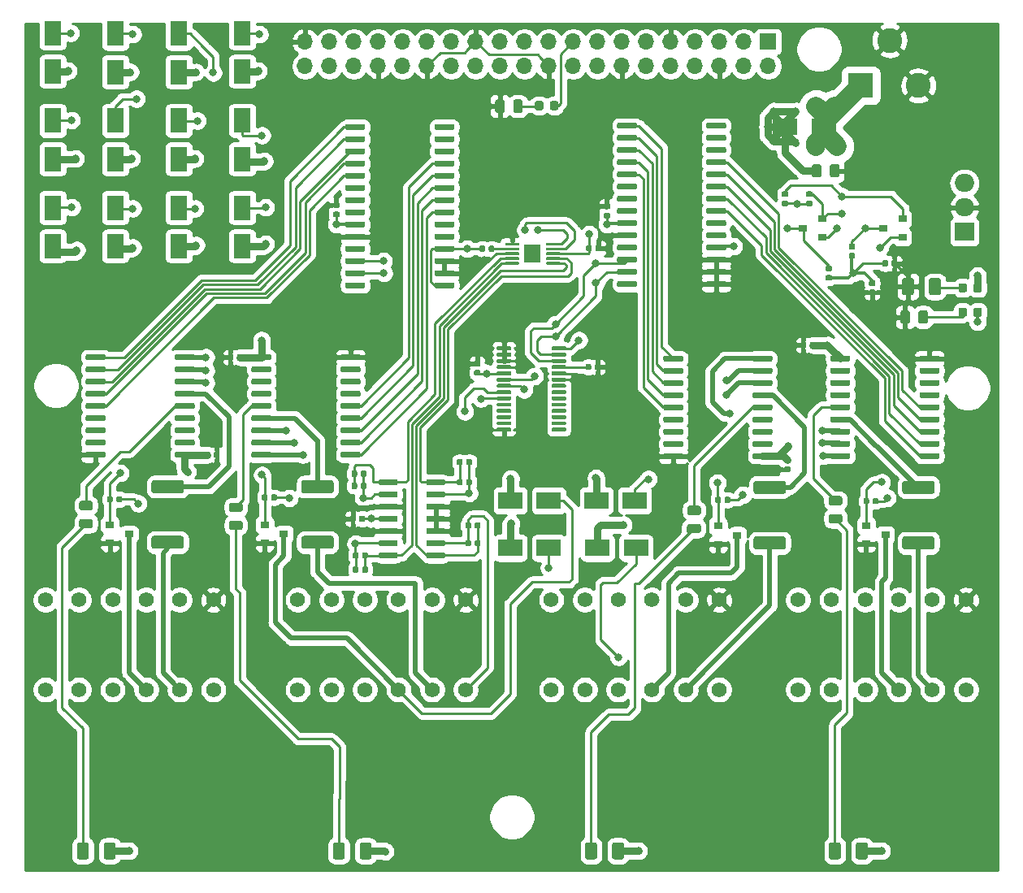
<source format=gbr>
G04 #@! TF.GenerationSoftware,KiCad,Pcbnew,5.1.5*
G04 #@! TF.CreationDate,2020-05-11T18:57:52-04:00*
G04 #@! TF.ProjectId,EVE-PCB-V4,4556452d-5043-4422-9d56-342e6b696361,rev?*
G04 #@! TF.SameCoordinates,Original*
G04 #@! TF.FileFunction,Copper,L1,Top*
G04 #@! TF.FilePolarity,Positive*
%FSLAX46Y46*%
G04 Gerber Fmt 4.6, Leading zero omitted, Abs format (unit mm)*
G04 Created by KiCad (PCBNEW 5.1.5) date 2020-05-11 18:57:52*
%MOMM*%
%LPD*%
G04 APERTURE LIST*
%ADD10C,0.100000*%
%ADD11R,1.680000X1.880000*%
%ADD12R,2.500000X1.800000*%
%ADD13C,1.575000*%
%ADD14O,1.700000X1.700000*%
%ADD15R,1.700000X1.700000*%
%ADD16R,1.800000X2.500000*%
%ADD17R,2.600000X2.600000*%
%ADD18C,2.600000*%
%ADD19R,2.000000X1.905000*%
%ADD20O,2.000000X1.905000*%
%ADD21R,0.900000X0.800000*%
%ADD22C,0.800000*%
%ADD23C,0.750000*%
%ADD24C,0.250000*%
%ADD25C,0.350000*%
%ADD26C,0.500000*%
%ADD27C,2.000000*%
%ADD28C,0.254000*%
G04 APERTURE END LIST*
G04 #@! TA.AperFunction,SMDPad,CuDef*
D10*
G36*
X140366351Y-58540361D02*
G01*
X140373632Y-58541441D01*
X140380771Y-58543229D01*
X140387701Y-58545709D01*
X140394355Y-58548856D01*
X140400668Y-58552640D01*
X140406579Y-58557024D01*
X140412033Y-58561967D01*
X140416976Y-58567421D01*
X140421360Y-58573332D01*
X140425144Y-58579645D01*
X140428291Y-58586299D01*
X140430771Y-58593229D01*
X140432559Y-58600368D01*
X140433639Y-58607649D01*
X140434000Y-58615000D01*
X140434000Y-58765000D01*
X140433639Y-58772351D01*
X140432559Y-58779632D01*
X140430771Y-58786771D01*
X140428291Y-58793701D01*
X140425144Y-58800355D01*
X140421360Y-58806668D01*
X140416976Y-58812579D01*
X140412033Y-58818033D01*
X140406579Y-58822976D01*
X140400668Y-58827360D01*
X140394355Y-58831144D01*
X140387701Y-58834291D01*
X140380771Y-58836771D01*
X140373632Y-58838559D01*
X140366351Y-58839639D01*
X140359000Y-58840000D01*
X139059000Y-58840000D01*
X139051649Y-58839639D01*
X139044368Y-58838559D01*
X139037229Y-58836771D01*
X139030299Y-58834291D01*
X139023645Y-58831144D01*
X139017332Y-58827360D01*
X139011421Y-58822976D01*
X139005967Y-58818033D01*
X139001024Y-58812579D01*
X138996640Y-58806668D01*
X138992856Y-58800355D01*
X138989709Y-58793701D01*
X138987229Y-58786771D01*
X138985441Y-58779632D01*
X138984361Y-58772351D01*
X138984000Y-58765000D01*
X138984000Y-58615000D01*
X138984361Y-58607649D01*
X138985441Y-58600368D01*
X138987229Y-58593229D01*
X138989709Y-58586299D01*
X138992856Y-58579645D01*
X138996640Y-58573332D01*
X139001024Y-58567421D01*
X139005967Y-58561967D01*
X139011421Y-58557024D01*
X139017332Y-58552640D01*
X139023645Y-58548856D01*
X139030299Y-58545709D01*
X139037229Y-58543229D01*
X139044368Y-58541441D01*
X139051649Y-58540361D01*
X139059000Y-58540000D01*
X140359000Y-58540000D01*
X140366351Y-58540361D01*
G37*
G04 #@! TD.AperFunction*
G04 #@! TA.AperFunction,SMDPad,CuDef*
G36*
X140366351Y-59040361D02*
G01*
X140373632Y-59041441D01*
X140380771Y-59043229D01*
X140387701Y-59045709D01*
X140394355Y-59048856D01*
X140400668Y-59052640D01*
X140406579Y-59057024D01*
X140412033Y-59061967D01*
X140416976Y-59067421D01*
X140421360Y-59073332D01*
X140425144Y-59079645D01*
X140428291Y-59086299D01*
X140430771Y-59093229D01*
X140432559Y-59100368D01*
X140433639Y-59107649D01*
X140434000Y-59115000D01*
X140434000Y-59265000D01*
X140433639Y-59272351D01*
X140432559Y-59279632D01*
X140430771Y-59286771D01*
X140428291Y-59293701D01*
X140425144Y-59300355D01*
X140421360Y-59306668D01*
X140416976Y-59312579D01*
X140412033Y-59318033D01*
X140406579Y-59322976D01*
X140400668Y-59327360D01*
X140394355Y-59331144D01*
X140387701Y-59334291D01*
X140380771Y-59336771D01*
X140373632Y-59338559D01*
X140366351Y-59339639D01*
X140359000Y-59340000D01*
X139059000Y-59340000D01*
X139051649Y-59339639D01*
X139044368Y-59338559D01*
X139037229Y-59336771D01*
X139030299Y-59334291D01*
X139023645Y-59331144D01*
X139017332Y-59327360D01*
X139011421Y-59322976D01*
X139005967Y-59318033D01*
X139001024Y-59312579D01*
X138996640Y-59306668D01*
X138992856Y-59300355D01*
X138989709Y-59293701D01*
X138987229Y-59286771D01*
X138985441Y-59279632D01*
X138984361Y-59272351D01*
X138984000Y-59265000D01*
X138984000Y-59115000D01*
X138984361Y-59107649D01*
X138985441Y-59100368D01*
X138987229Y-59093229D01*
X138989709Y-59086299D01*
X138992856Y-59079645D01*
X138996640Y-59073332D01*
X139001024Y-59067421D01*
X139005967Y-59061967D01*
X139011421Y-59057024D01*
X139017332Y-59052640D01*
X139023645Y-59048856D01*
X139030299Y-59045709D01*
X139037229Y-59043229D01*
X139044368Y-59041441D01*
X139051649Y-59040361D01*
X139059000Y-59040000D01*
X140359000Y-59040000D01*
X140366351Y-59040361D01*
G37*
G04 #@! TD.AperFunction*
G04 #@! TA.AperFunction,SMDPad,CuDef*
G36*
X140366351Y-59540361D02*
G01*
X140373632Y-59541441D01*
X140380771Y-59543229D01*
X140387701Y-59545709D01*
X140394355Y-59548856D01*
X140400668Y-59552640D01*
X140406579Y-59557024D01*
X140412033Y-59561967D01*
X140416976Y-59567421D01*
X140421360Y-59573332D01*
X140425144Y-59579645D01*
X140428291Y-59586299D01*
X140430771Y-59593229D01*
X140432559Y-59600368D01*
X140433639Y-59607649D01*
X140434000Y-59615000D01*
X140434000Y-59765000D01*
X140433639Y-59772351D01*
X140432559Y-59779632D01*
X140430771Y-59786771D01*
X140428291Y-59793701D01*
X140425144Y-59800355D01*
X140421360Y-59806668D01*
X140416976Y-59812579D01*
X140412033Y-59818033D01*
X140406579Y-59822976D01*
X140400668Y-59827360D01*
X140394355Y-59831144D01*
X140387701Y-59834291D01*
X140380771Y-59836771D01*
X140373632Y-59838559D01*
X140366351Y-59839639D01*
X140359000Y-59840000D01*
X139059000Y-59840000D01*
X139051649Y-59839639D01*
X139044368Y-59838559D01*
X139037229Y-59836771D01*
X139030299Y-59834291D01*
X139023645Y-59831144D01*
X139017332Y-59827360D01*
X139011421Y-59822976D01*
X139005967Y-59818033D01*
X139001024Y-59812579D01*
X138996640Y-59806668D01*
X138992856Y-59800355D01*
X138989709Y-59793701D01*
X138987229Y-59786771D01*
X138985441Y-59779632D01*
X138984361Y-59772351D01*
X138984000Y-59765000D01*
X138984000Y-59615000D01*
X138984361Y-59607649D01*
X138985441Y-59600368D01*
X138987229Y-59593229D01*
X138989709Y-59586299D01*
X138992856Y-59579645D01*
X138996640Y-59573332D01*
X139001024Y-59567421D01*
X139005967Y-59561967D01*
X139011421Y-59557024D01*
X139017332Y-59552640D01*
X139023645Y-59548856D01*
X139030299Y-59545709D01*
X139037229Y-59543229D01*
X139044368Y-59541441D01*
X139051649Y-59540361D01*
X139059000Y-59540000D01*
X140359000Y-59540000D01*
X140366351Y-59540361D01*
G37*
G04 #@! TD.AperFunction*
G04 #@! TA.AperFunction,SMDPad,CuDef*
G36*
X140366351Y-60040361D02*
G01*
X140373632Y-60041441D01*
X140380771Y-60043229D01*
X140387701Y-60045709D01*
X140394355Y-60048856D01*
X140400668Y-60052640D01*
X140406579Y-60057024D01*
X140412033Y-60061967D01*
X140416976Y-60067421D01*
X140421360Y-60073332D01*
X140425144Y-60079645D01*
X140428291Y-60086299D01*
X140430771Y-60093229D01*
X140432559Y-60100368D01*
X140433639Y-60107649D01*
X140434000Y-60115000D01*
X140434000Y-60265000D01*
X140433639Y-60272351D01*
X140432559Y-60279632D01*
X140430771Y-60286771D01*
X140428291Y-60293701D01*
X140425144Y-60300355D01*
X140421360Y-60306668D01*
X140416976Y-60312579D01*
X140412033Y-60318033D01*
X140406579Y-60322976D01*
X140400668Y-60327360D01*
X140394355Y-60331144D01*
X140387701Y-60334291D01*
X140380771Y-60336771D01*
X140373632Y-60338559D01*
X140366351Y-60339639D01*
X140359000Y-60340000D01*
X139059000Y-60340000D01*
X139051649Y-60339639D01*
X139044368Y-60338559D01*
X139037229Y-60336771D01*
X139030299Y-60334291D01*
X139023645Y-60331144D01*
X139017332Y-60327360D01*
X139011421Y-60322976D01*
X139005967Y-60318033D01*
X139001024Y-60312579D01*
X138996640Y-60306668D01*
X138992856Y-60300355D01*
X138989709Y-60293701D01*
X138987229Y-60286771D01*
X138985441Y-60279632D01*
X138984361Y-60272351D01*
X138984000Y-60265000D01*
X138984000Y-60115000D01*
X138984361Y-60107649D01*
X138985441Y-60100368D01*
X138987229Y-60093229D01*
X138989709Y-60086299D01*
X138992856Y-60079645D01*
X138996640Y-60073332D01*
X139001024Y-60067421D01*
X139005967Y-60061967D01*
X139011421Y-60057024D01*
X139017332Y-60052640D01*
X139023645Y-60048856D01*
X139030299Y-60045709D01*
X139037229Y-60043229D01*
X139044368Y-60041441D01*
X139051649Y-60040361D01*
X139059000Y-60040000D01*
X140359000Y-60040000D01*
X140366351Y-60040361D01*
G37*
G04 #@! TD.AperFunction*
G04 #@! TA.AperFunction,SMDPad,CuDef*
G36*
X140366351Y-60540361D02*
G01*
X140373632Y-60541441D01*
X140380771Y-60543229D01*
X140387701Y-60545709D01*
X140394355Y-60548856D01*
X140400668Y-60552640D01*
X140406579Y-60557024D01*
X140412033Y-60561967D01*
X140416976Y-60567421D01*
X140421360Y-60573332D01*
X140425144Y-60579645D01*
X140428291Y-60586299D01*
X140430771Y-60593229D01*
X140432559Y-60600368D01*
X140433639Y-60607649D01*
X140434000Y-60615000D01*
X140434000Y-60765000D01*
X140433639Y-60772351D01*
X140432559Y-60779632D01*
X140430771Y-60786771D01*
X140428291Y-60793701D01*
X140425144Y-60800355D01*
X140421360Y-60806668D01*
X140416976Y-60812579D01*
X140412033Y-60818033D01*
X140406579Y-60822976D01*
X140400668Y-60827360D01*
X140394355Y-60831144D01*
X140387701Y-60834291D01*
X140380771Y-60836771D01*
X140373632Y-60838559D01*
X140366351Y-60839639D01*
X140359000Y-60840000D01*
X139059000Y-60840000D01*
X139051649Y-60839639D01*
X139044368Y-60838559D01*
X139037229Y-60836771D01*
X139030299Y-60834291D01*
X139023645Y-60831144D01*
X139017332Y-60827360D01*
X139011421Y-60822976D01*
X139005967Y-60818033D01*
X139001024Y-60812579D01*
X138996640Y-60806668D01*
X138992856Y-60800355D01*
X138989709Y-60793701D01*
X138987229Y-60786771D01*
X138985441Y-60779632D01*
X138984361Y-60772351D01*
X138984000Y-60765000D01*
X138984000Y-60615000D01*
X138984361Y-60607649D01*
X138985441Y-60600368D01*
X138987229Y-60593229D01*
X138989709Y-60586299D01*
X138992856Y-60579645D01*
X138996640Y-60573332D01*
X139001024Y-60567421D01*
X139005967Y-60561967D01*
X139011421Y-60557024D01*
X139017332Y-60552640D01*
X139023645Y-60548856D01*
X139030299Y-60545709D01*
X139037229Y-60543229D01*
X139044368Y-60541441D01*
X139051649Y-60540361D01*
X139059000Y-60540000D01*
X140359000Y-60540000D01*
X140366351Y-60540361D01*
G37*
G04 #@! TD.AperFunction*
G04 #@! TA.AperFunction,SMDPad,CuDef*
G36*
X144666351Y-60540361D02*
G01*
X144673632Y-60541441D01*
X144680771Y-60543229D01*
X144687701Y-60545709D01*
X144694355Y-60548856D01*
X144700668Y-60552640D01*
X144706579Y-60557024D01*
X144712033Y-60561967D01*
X144716976Y-60567421D01*
X144721360Y-60573332D01*
X144725144Y-60579645D01*
X144728291Y-60586299D01*
X144730771Y-60593229D01*
X144732559Y-60600368D01*
X144733639Y-60607649D01*
X144734000Y-60615000D01*
X144734000Y-60765000D01*
X144733639Y-60772351D01*
X144732559Y-60779632D01*
X144730771Y-60786771D01*
X144728291Y-60793701D01*
X144725144Y-60800355D01*
X144721360Y-60806668D01*
X144716976Y-60812579D01*
X144712033Y-60818033D01*
X144706579Y-60822976D01*
X144700668Y-60827360D01*
X144694355Y-60831144D01*
X144687701Y-60834291D01*
X144680771Y-60836771D01*
X144673632Y-60838559D01*
X144666351Y-60839639D01*
X144659000Y-60840000D01*
X143359000Y-60840000D01*
X143351649Y-60839639D01*
X143344368Y-60838559D01*
X143337229Y-60836771D01*
X143330299Y-60834291D01*
X143323645Y-60831144D01*
X143317332Y-60827360D01*
X143311421Y-60822976D01*
X143305967Y-60818033D01*
X143301024Y-60812579D01*
X143296640Y-60806668D01*
X143292856Y-60800355D01*
X143289709Y-60793701D01*
X143287229Y-60786771D01*
X143285441Y-60779632D01*
X143284361Y-60772351D01*
X143284000Y-60765000D01*
X143284000Y-60615000D01*
X143284361Y-60607649D01*
X143285441Y-60600368D01*
X143287229Y-60593229D01*
X143289709Y-60586299D01*
X143292856Y-60579645D01*
X143296640Y-60573332D01*
X143301024Y-60567421D01*
X143305967Y-60561967D01*
X143311421Y-60557024D01*
X143317332Y-60552640D01*
X143323645Y-60548856D01*
X143330299Y-60545709D01*
X143337229Y-60543229D01*
X143344368Y-60541441D01*
X143351649Y-60540361D01*
X143359000Y-60540000D01*
X144659000Y-60540000D01*
X144666351Y-60540361D01*
G37*
G04 #@! TD.AperFunction*
G04 #@! TA.AperFunction,SMDPad,CuDef*
G36*
X144666351Y-60040361D02*
G01*
X144673632Y-60041441D01*
X144680771Y-60043229D01*
X144687701Y-60045709D01*
X144694355Y-60048856D01*
X144700668Y-60052640D01*
X144706579Y-60057024D01*
X144712033Y-60061967D01*
X144716976Y-60067421D01*
X144721360Y-60073332D01*
X144725144Y-60079645D01*
X144728291Y-60086299D01*
X144730771Y-60093229D01*
X144732559Y-60100368D01*
X144733639Y-60107649D01*
X144734000Y-60115000D01*
X144734000Y-60265000D01*
X144733639Y-60272351D01*
X144732559Y-60279632D01*
X144730771Y-60286771D01*
X144728291Y-60293701D01*
X144725144Y-60300355D01*
X144721360Y-60306668D01*
X144716976Y-60312579D01*
X144712033Y-60318033D01*
X144706579Y-60322976D01*
X144700668Y-60327360D01*
X144694355Y-60331144D01*
X144687701Y-60334291D01*
X144680771Y-60336771D01*
X144673632Y-60338559D01*
X144666351Y-60339639D01*
X144659000Y-60340000D01*
X143359000Y-60340000D01*
X143351649Y-60339639D01*
X143344368Y-60338559D01*
X143337229Y-60336771D01*
X143330299Y-60334291D01*
X143323645Y-60331144D01*
X143317332Y-60327360D01*
X143311421Y-60322976D01*
X143305967Y-60318033D01*
X143301024Y-60312579D01*
X143296640Y-60306668D01*
X143292856Y-60300355D01*
X143289709Y-60293701D01*
X143287229Y-60286771D01*
X143285441Y-60279632D01*
X143284361Y-60272351D01*
X143284000Y-60265000D01*
X143284000Y-60115000D01*
X143284361Y-60107649D01*
X143285441Y-60100368D01*
X143287229Y-60093229D01*
X143289709Y-60086299D01*
X143292856Y-60079645D01*
X143296640Y-60073332D01*
X143301024Y-60067421D01*
X143305967Y-60061967D01*
X143311421Y-60057024D01*
X143317332Y-60052640D01*
X143323645Y-60048856D01*
X143330299Y-60045709D01*
X143337229Y-60043229D01*
X143344368Y-60041441D01*
X143351649Y-60040361D01*
X143359000Y-60040000D01*
X144659000Y-60040000D01*
X144666351Y-60040361D01*
G37*
G04 #@! TD.AperFunction*
G04 #@! TA.AperFunction,SMDPad,CuDef*
G36*
X144666351Y-59540361D02*
G01*
X144673632Y-59541441D01*
X144680771Y-59543229D01*
X144687701Y-59545709D01*
X144694355Y-59548856D01*
X144700668Y-59552640D01*
X144706579Y-59557024D01*
X144712033Y-59561967D01*
X144716976Y-59567421D01*
X144721360Y-59573332D01*
X144725144Y-59579645D01*
X144728291Y-59586299D01*
X144730771Y-59593229D01*
X144732559Y-59600368D01*
X144733639Y-59607649D01*
X144734000Y-59615000D01*
X144734000Y-59765000D01*
X144733639Y-59772351D01*
X144732559Y-59779632D01*
X144730771Y-59786771D01*
X144728291Y-59793701D01*
X144725144Y-59800355D01*
X144721360Y-59806668D01*
X144716976Y-59812579D01*
X144712033Y-59818033D01*
X144706579Y-59822976D01*
X144700668Y-59827360D01*
X144694355Y-59831144D01*
X144687701Y-59834291D01*
X144680771Y-59836771D01*
X144673632Y-59838559D01*
X144666351Y-59839639D01*
X144659000Y-59840000D01*
X143359000Y-59840000D01*
X143351649Y-59839639D01*
X143344368Y-59838559D01*
X143337229Y-59836771D01*
X143330299Y-59834291D01*
X143323645Y-59831144D01*
X143317332Y-59827360D01*
X143311421Y-59822976D01*
X143305967Y-59818033D01*
X143301024Y-59812579D01*
X143296640Y-59806668D01*
X143292856Y-59800355D01*
X143289709Y-59793701D01*
X143287229Y-59786771D01*
X143285441Y-59779632D01*
X143284361Y-59772351D01*
X143284000Y-59765000D01*
X143284000Y-59615000D01*
X143284361Y-59607649D01*
X143285441Y-59600368D01*
X143287229Y-59593229D01*
X143289709Y-59586299D01*
X143292856Y-59579645D01*
X143296640Y-59573332D01*
X143301024Y-59567421D01*
X143305967Y-59561967D01*
X143311421Y-59557024D01*
X143317332Y-59552640D01*
X143323645Y-59548856D01*
X143330299Y-59545709D01*
X143337229Y-59543229D01*
X143344368Y-59541441D01*
X143351649Y-59540361D01*
X143359000Y-59540000D01*
X144659000Y-59540000D01*
X144666351Y-59540361D01*
G37*
G04 #@! TD.AperFunction*
G04 #@! TA.AperFunction,SMDPad,CuDef*
G36*
X144666351Y-59040361D02*
G01*
X144673632Y-59041441D01*
X144680771Y-59043229D01*
X144687701Y-59045709D01*
X144694355Y-59048856D01*
X144700668Y-59052640D01*
X144706579Y-59057024D01*
X144712033Y-59061967D01*
X144716976Y-59067421D01*
X144721360Y-59073332D01*
X144725144Y-59079645D01*
X144728291Y-59086299D01*
X144730771Y-59093229D01*
X144732559Y-59100368D01*
X144733639Y-59107649D01*
X144734000Y-59115000D01*
X144734000Y-59265000D01*
X144733639Y-59272351D01*
X144732559Y-59279632D01*
X144730771Y-59286771D01*
X144728291Y-59293701D01*
X144725144Y-59300355D01*
X144721360Y-59306668D01*
X144716976Y-59312579D01*
X144712033Y-59318033D01*
X144706579Y-59322976D01*
X144700668Y-59327360D01*
X144694355Y-59331144D01*
X144687701Y-59334291D01*
X144680771Y-59336771D01*
X144673632Y-59338559D01*
X144666351Y-59339639D01*
X144659000Y-59340000D01*
X143359000Y-59340000D01*
X143351649Y-59339639D01*
X143344368Y-59338559D01*
X143337229Y-59336771D01*
X143330299Y-59334291D01*
X143323645Y-59331144D01*
X143317332Y-59327360D01*
X143311421Y-59322976D01*
X143305967Y-59318033D01*
X143301024Y-59312579D01*
X143296640Y-59306668D01*
X143292856Y-59300355D01*
X143289709Y-59293701D01*
X143287229Y-59286771D01*
X143285441Y-59279632D01*
X143284361Y-59272351D01*
X143284000Y-59265000D01*
X143284000Y-59115000D01*
X143284361Y-59107649D01*
X143285441Y-59100368D01*
X143287229Y-59093229D01*
X143289709Y-59086299D01*
X143292856Y-59079645D01*
X143296640Y-59073332D01*
X143301024Y-59067421D01*
X143305967Y-59061967D01*
X143311421Y-59057024D01*
X143317332Y-59052640D01*
X143323645Y-59048856D01*
X143330299Y-59045709D01*
X143337229Y-59043229D01*
X143344368Y-59041441D01*
X143351649Y-59040361D01*
X143359000Y-59040000D01*
X144659000Y-59040000D01*
X144666351Y-59040361D01*
G37*
G04 #@! TD.AperFunction*
G04 #@! TA.AperFunction,SMDPad,CuDef*
G36*
X144666351Y-58540361D02*
G01*
X144673632Y-58541441D01*
X144680771Y-58543229D01*
X144687701Y-58545709D01*
X144694355Y-58548856D01*
X144700668Y-58552640D01*
X144706579Y-58557024D01*
X144712033Y-58561967D01*
X144716976Y-58567421D01*
X144721360Y-58573332D01*
X144725144Y-58579645D01*
X144728291Y-58586299D01*
X144730771Y-58593229D01*
X144732559Y-58600368D01*
X144733639Y-58607649D01*
X144734000Y-58615000D01*
X144734000Y-58765000D01*
X144733639Y-58772351D01*
X144732559Y-58779632D01*
X144730771Y-58786771D01*
X144728291Y-58793701D01*
X144725144Y-58800355D01*
X144721360Y-58806668D01*
X144716976Y-58812579D01*
X144712033Y-58818033D01*
X144706579Y-58822976D01*
X144700668Y-58827360D01*
X144694355Y-58831144D01*
X144687701Y-58834291D01*
X144680771Y-58836771D01*
X144673632Y-58838559D01*
X144666351Y-58839639D01*
X144659000Y-58840000D01*
X143359000Y-58840000D01*
X143351649Y-58839639D01*
X143344368Y-58838559D01*
X143337229Y-58836771D01*
X143330299Y-58834291D01*
X143323645Y-58831144D01*
X143317332Y-58827360D01*
X143311421Y-58822976D01*
X143305967Y-58818033D01*
X143301024Y-58812579D01*
X143296640Y-58806668D01*
X143292856Y-58800355D01*
X143289709Y-58793701D01*
X143287229Y-58786771D01*
X143285441Y-58779632D01*
X143284361Y-58772351D01*
X143284000Y-58765000D01*
X143284000Y-58615000D01*
X143284361Y-58607649D01*
X143285441Y-58600368D01*
X143287229Y-58593229D01*
X143289709Y-58586299D01*
X143292856Y-58579645D01*
X143296640Y-58573332D01*
X143301024Y-58567421D01*
X143305967Y-58561967D01*
X143311421Y-58557024D01*
X143317332Y-58552640D01*
X143323645Y-58548856D01*
X143330299Y-58545709D01*
X143337229Y-58543229D01*
X143344368Y-58541441D01*
X143351649Y-58540361D01*
X143359000Y-58540000D01*
X144659000Y-58540000D01*
X144666351Y-58540361D01*
G37*
G04 #@! TD.AperFunction*
D11*
X141859000Y-59690000D03*
G04 #@! TA.AperFunction,SMDPad,CuDef*
D10*
G36*
X166702703Y-70312722D02*
G01*
X166717264Y-70314882D01*
X166731543Y-70318459D01*
X166745403Y-70323418D01*
X166758710Y-70329712D01*
X166771336Y-70337280D01*
X166783159Y-70346048D01*
X166794066Y-70355934D01*
X166803952Y-70366841D01*
X166812720Y-70378664D01*
X166820288Y-70391290D01*
X166826582Y-70404597D01*
X166831541Y-70418457D01*
X166835118Y-70432736D01*
X166837278Y-70447297D01*
X166838000Y-70462000D01*
X166838000Y-70762000D01*
X166837278Y-70776703D01*
X166835118Y-70791264D01*
X166831541Y-70805543D01*
X166826582Y-70819403D01*
X166820288Y-70832710D01*
X166812720Y-70845336D01*
X166803952Y-70857159D01*
X166794066Y-70868066D01*
X166783159Y-70877952D01*
X166771336Y-70886720D01*
X166758710Y-70894288D01*
X166745403Y-70900582D01*
X166731543Y-70905541D01*
X166717264Y-70909118D01*
X166702703Y-70911278D01*
X166688000Y-70912000D01*
X164938000Y-70912000D01*
X164923297Y-70911278D01*
X164908736Y-70909118D01*
X164894457Y-70905541D01*
X164880597Y-70900582D01*
X164867290Y-70894288D01*
X164854664Y-70886720D01*
X164842841Y-70877952D01*
X164831934Y-70868066D01*
X164822048Y-70857159D01*
X164813280Y-70845336D01*
X164805712Y-70832710D01*
X164799418Y-70819403D01*
X164794459Y-70805543D01*
X164790882Y-70791264D01*
X164788722Y-70776703D01*
X164788000Y-70762000D01*
X164788000Y-70462000D01*
X164788722Y-70447297D01*
X164790882Y-70432736D01*
X164794459Y-70418457D01*
X164799418Y-70404597D01*
X164805712Y-70391290D01*
X164813280Y-70378664D01*
X164822048Y-70366841D01*
X164831934Y-70355934D01*
X164842841Y-70346048D01*
X164854664Y-70337280D01*
X164867290Y-70329712D01*
X164880597Y-70323418D01*
X164894457Y-70318459D01*
X164908736Y-70314882D01*
X164923297Y-70312722D01*
X164938000Y-70312000D01*
X166688000Y-70312000D01*
X166702703Y-70312722D01*
G37*
G04 #@! TD.AperFunction*
G04 #@! TA.AperFunction,SMDPad,CuDef*
G36*
X166702703Y-71582722D02*
G01*
X166717264Y-71584882D01*
X166731543Y-71588459D01*
X166745403Y-71593418D01*
X166758710Y-71599712D01*
X166771336Y-71607280D01*
X166783159Y-71616048D01*
X166794066Y-71625934D01*
X166803952Y-71636841D01*
X166812720Y-71648664D01*
X166820288Y-71661290D01*
X166826582Y-71674597D01*
X166831541Y-71688457D01*
X166835118Y-71702736D01*
X166837278Y-71717297D01*
X166838000Y-71732000D01*
X166838000Y-72032000D01*
X166837278Y-72046703D01*
X166835118Y-72061264D01*
X166831541Y-72075543D01*
X166826582Y-72089403D01*
X166820288Y-72102710D01*
X166812720Y-72115336D01*
X166803952Y-72127159D01*
X166794066Y-72138066D01*
X166783159Y-72147952D01*
X166771336Y-72156720D01*
X166758710Y-72164288D01*
X166745403Y-72170582D01*
X166731543Y-72175541D01*
X166717264Y-72179118D01*
X166702703Y-72181278D01*
X166688000Y-72182000D01*
X164938000Y-72182000D01*
X164923297Y-72181278D01*
X164908736Y-72179118D01*
X164894457Y-72175541D01*
X164880597Y-72170582D01*
X164867290Y-72164288D01*
X164854664Y-72156720D01*
X164842841Y-72147952D01*
X164831934Y-72138066D01*
X164822048Y-72127159D01*
X164813280Y-72115336D01*
X164805712Y-72102710D01*
X164799418Y-72089403D01*
X164794459Y-72075543D01*
X164790882Y-72061264D01*
X164788722Y-72046703D01*
X164788000Y-72032000D01*
X164788000Y-71732000D01*
X164788722Y-71717297D01*
X164790882Y-71702736D01*
X164794459Y-71688457D01*
X164799418Y-71674597D01*
X164805712Y-71661290D01*
X164813280Y-71648664D01*
X164822048Y-71636841D01*
X164831934Y-71625934D01*
X164842841Y-71616048D01*
X164854664Y-71607280D01*
X164867290Y-71599712D01*
X164880597Y-71593418D01*
X164894457Y-71588459D01*
X164908736Y-71584882D01*
X164923297Y-71582722D01*
X164938000Y-71582000D01*
X166688000Y-71582000D01*
X166702703Y-71582722D01*
G37*
G04 #@! TD.AperFunction*
G04 #@! TA.AperFunction,SMDPad,CuDef*
G36*
X166702703Y-72852722D02*
G01*
X166717264Y-72854882D01*
X166731543Y-72858459D01*
X166745403Y-72863418D01*
X166758710Y-72869712D01*
X166771336Y-72877280D01*
X166783159Y-72886048D01*
X166794066Y-72895934D01*
X166803952Y-72906841D01*
X166812720Y-72918664D01*
X166820288Y-72931290D01*
X166826582Y-72944597D01*
X166831541Y-72958457D01*
X166835118Y-72972736D01*
X166837278Y-72987297D01*
X166838000Y-73002000D01*
X166838000Y-73302000D01*
X166837278Y-73316703D01*
X166835118Y-73331264D01*
X166831541Y-73345543D01*
X166826582Y-73359403D01*
X166820288Y-73372710D01*
X166812720Y-73385336D01*
X166803952Y-73397159D01*
X166794066Y-73408066D01*
X166783159Y-73417952D01*
X166771336Y-73426720D01*
X166758710Y-73434288D01*
X166745403Y-73440582D01*
X166731543Y-73445541D01*
X166717264Y-73449118D01*
X166702703Y-73451278D01*
X166688000Y-73452000D01*
X164938000Y-73452000D01*
X164923297Y-73451278D01*
X164908736Y-73449118D01*
X164894457Y-73445541D01*
X164880597Y-73440582D01*
X164867290Y-73434288D01*
X164854664Y-73426720D01*
X164842841Y-73417952D01*
X164831934Y-73408066D01*
X164822048Y-73397159D01*
X164813280Y-73385336D01*
X164805712Y-73372710D01*
X164799418Y-73359403D01*
X164794459Y-73345543D01*
X164790882Y-73331264D01*
X164788722Y-73316703D01*
X164788000Y-73302000D01*
X164788000Y-73002000D01*
X164788722Y-72987297D01*
X164790882Y-72972736D01*
X164794459Y-72958457D01*
X164799418Y-72944597D01*
X164805712Y-72931290D01*
X164813280Y-72918664D01*
X164822048Y-72906841D01*
X164831934Y-72895934D01*
X164842841Y-72886048D01*
X164854664Y-72877280D01*
X164867290Y-72869712D01*
X164880597Y-72863418D01*
X164894457Y-72858459D01*
X164908736Y-72854882D01*
X164923297Y-72852722D01*
X164938000Y-72852000D01*
X166688000Y-72852000D01*
X166702703Y-72852722D01*
G37*
G04 #@! TD.AperFunction*
G04 #@! TA.AperFunction,SMDPad,CuDef*
G36*
X166702703Y-74122722D02*
G01*
X166717264Y-74124882D01*
X166731543Y-74128459D01*
X166745403Y-74133418D01*
X166758710Y-74139712D01*
X166771336Y-74147280D01*
X166783159Y-74156048D01*
X166794066Y-74165934D01*
X166803952Y-74176841D01*
X166812720Y-74188664D01*
X166820288Y-74201290D01*
X166826582Y-74214597D01*
X166831541Y-74228457D01*
X166835118Y-74242736D01*
X166837278Y-74257297D01*
X166838000Y-74272000D01*
X166838000Y-74572000D01*
X166837278Y-74586703D01*
X166835118Y-74601264D01*
X166831541Y-74615543D01*
X166826582Y-74629403D01*
X166820288Y-74642710D01*
X166812720Y-74655336D01*
X166803952Y-74667159D01*
X166794066Y-74678066D01*
X166783159Y-74687952D01*
X166771336Y-74696720D01*
X166758710Y-74704288D01*
X166745403Y-74710582D01*
X166731543Y-74715541D01*
X166717264Y-74719118D01*
X166702703Y-74721278D01*
X166688000Y-74722000D01*
X164938000Y-74722000D01*
X164923297Y-74721278D01*
X164908736Y-74719118D01*
X164894457Y-74715541D01*
X164880597Y-74710582D01*
X164867290Y-74704288D01*
X164854664Y-74696720D01*
X164842841Y-74687952D01*
X164831934Y-74678066D01*
X164822048Y-74667159D01*
X164813280Y-74655336D01*
X164805712Y-74642710D01*
X164799418Y-74629403D01*
X164794459Y-74615543D01*
X164790882Y-74601264D01*
X164788722Y-74586703D01*
X164788000Y-74572000D01*
X164788000Y-74272000D01*
X164788722Y-74257297D01*
X164790882Y-74242736D01*
X164794459Y-74228457D01*
X164799418Y-74214597D01*
X164805712Y-74201290D01*
X164813280Y-74188664D01*
X164822048Y-74176841D01*
X164831934Y-74165934D01*
X164842841Y-74156048D01*
X164854664Y-74147280D01*
X164867290Y-74139712D01*
X164880597Y-74133418D01*
X164894457Y-74128459D01*
X164908736Y-74124882D01*
X164923297Y-74122722D01*
X164938000Y-74122000D01*
X166688000Y-74122000D01*
X166702703Y-74122722D01*
G37*
G04 #@! TD.AperFunction*
G04 #@! TA.AperFunction,SMDPad,CuDef*
G36*
X166702703Y-75392722D02*
G01*
X166717264Y-75394882D01*
X166731543Y-75398459D01*
X166745403Y-75403418D01*
X166758710Y-75409712D01*
X166771336Y-75417280D01*
X166783159Y-75426048D01*
X166794066Y-75435934D01*
X166803952Y-75446841D01*
X166812720Y-75458664D01*
X166820288Y-75471290D01*
X166826582Y-75484597D01*
X166831541Y-75498457D01*
X166835118Y-75512736D01*
X166837278Y-75527297D01*
X166838000Y-75542000D01*
X166838000Y-75842000D01*
X166837278Y-75856703D01*
X166835118Y-75871264D01*
X166831541Y-75885543D01*
X166826582Y-75899403D01*
X166820288Y-75912710D01*
X166812720Y-75925336D01*
X166803952Y-75937159D01*
X166794066Y-75948066D01*
X166783159Y-75957952D01*
X166771336Y-75966720D01*
X166758710Y-75974288D01*
X166745403Y-75980582D01*
X166731543Y-75985541D01*
X166717264Y-75989118D01*
X166702703Y-75991278D01*
X166688000Y-75992000D01*
X164938000Y-75992000D01*
X164923297Y-75991278D01*
X164908736Y-75989118D01*
X164894457Y-75985541D01*
X164880597Y-75980582D01*
X164867290Y-75974288D01*
X164854664Y-75966720D01*
X164842841Y-75957952D01*
X164831934Y-75948066D01*
X164822048Y-75937159D01*
X164813280Y-75925336D01*
X164805712Y-75912710D01*
X164799418Y-75899403D01*
X164794459Y-75885543D01*
X164790882Y-75871264D01*
X164788722Y-75856703D01*
X164788000Y-75842000D01*
X164788000Y-75542000D01*
X164788722Y-75527297D01*
X164790882Y-75512736D01*
X164794459Y-75498457D01*
X164799418Y-75484597D01*
X164805712Y-75471290D01*
X164813280Y-75458664D01*
X164822048Y-75446841D01*
X164831934Y-75435934D01*
X164842841Y-75426048D01*
X164854664Y-75417280D01*
X164867290Y-75409712D01*
X164880597Y-75403418D01*
X164894457Y-75398459D01*
X164908736Y-75394882D01*
X164923297Y-75392722D01*
X164938000Y-75392000D01*
X166688000Y-75392000D01*
X166702703Y-75392722D01*
G37*
G04 #@! TD.AperFunction*
G04 #@! TA.AperFunction,SMDPad,CuDef*
G36*
X166702703Y-76662722D02*
G01*
X166717264Y-76664882D01*
X166731543Y-76668459D01*
X166745403Y-76673418D01*
X166758710Y-76679712D01*
X166771336Y-76687280D01*
X166783159Y-76696048D01*
X166794066Y-76705934D01*
X166803952Y-76716841D01*
X166812720Y-76728664D01*
X166820288Y-76741290D01*
X166826582Y-76754597D01*
X166831541Y-76768457D01*
X166835118Y-76782736D01*
X166837278Y-76797297D01*
X166838000Y-76812000D01*
X166838000Y-77112000D01*
X166837278Y-77126703D01*
X166835118Y-77141264D01*
X166831541Y-77155543D01*
X166826582Y-77169403D01*
X166820288Y-77182710D01*
X166812720Y-77195336D01*
X166803952Y-77207159D01*
X166794066Y-77218066D01*
X166783159Y-77227952D01*
X166771336Y-77236720D01*
X166758710Y-77244288D01*
X166745403Y-77250582D01*
X166731543Y-77255541D01*
X166717264Y-77259118D01*
X166702703Y-77261278D01*
X166688000Y-77262000D01*
X164938000Y-77262000D01*
X164923297Y-77261278D01*
X164908736Y-77259118D01*
X164894457Y-77255541D01*
X164880597Y-77250582D01*
X164867290Y-77244288D01*
X164854664Y-77236720D01*
X164842841Y-77227952D01*
X164831934Y-77218066D01*
X164822048Y-77207159D01*
X164813280Y-77195336D01*
X164805712Y-77182710D01*
X164799418Y-77169403D01*
X164794459Y-77155543D01*
X164790882Y-77141264D01*
X164788722Y-77126703D01*
X164788000Y-77112000D01*
X164788000Y-76812000D01*
X164788722Y-76797297D01*
X164790882Y-76782736D01*
X164794459Y-76768457D01*
X164799418Y-76754597D01*
X164805712Y-76741290D01*
X164813280Y-76728664D01*
X164822048Y-76716841D01*
X164831934Y-76705934D01*
X164842841Y-76696048D01*
X164854664Y-76687280D01*
X164867290Y-76679712D01*
X164880597Y-76673418D01*
X164894457Y-76668459D01*
X164908736Y-76664882D01*
X164923297Y-76662722D01*
X164938000Y-76662000D01*
X166688000Y-76662000D01*
X166702703Y-76662722D01*
G37*
G04 #@! TD.AperFunction*
G04 #@! TA.AperFunction,SMDPad,CuDef*
G36*
X166702703Y-77932722D02*
G01*
X166717264Y-77934882D01*
X166731543Y-77938459D01*
X166745403Y-77943418D01*
X166758710Y-77949712D01*
X166771336Y-77957280D01*
X166783159Y-77966048D01*
X166794066Y-77975934D01*
X166803952Y-77986841D01*
X166812720Y-77998664D01*
X166820288Y-78011290D01*
X166826582Y-78024597D01*
X166831541Y-78038457D01*
X166835118Y-78052736D01*
X166837278Y-78067297D01*
X166838000Y-78082000D01*
X166838000Y-78382000D01*
X166837278Y-78396703D01*
X166835118Y-78411264D01*
X166831541Y-78425543D01*
X166826582Y-78439403D01*
X166820288Y-78452710D01*
X166812720Y-78465336D01*
X166803952Y-78477159D01*
X166794066Y-78488066D01*
X166783159Y-78497952D01*
X166771336Y-78506720D01*
X166758710Y-78514288D01*
X166745403Y-78520582D01*
X166731543Y-78525541D01*
X166717264Y-78529118D01*
X166702703Y-78531278D01*
X166688000Y-78532000D01*
X164938000Y-78532000D01*
X164923297Y-78531278D01*
X164908736Y-78529118D01*
X164894457Y-78525541D01*
X164880597Y-78520582D01*
X164867290Y-78514288D01*
X164854664Y-78506720D01*
X164842841Y-78497952D01*
X164831934Y-78488066D01*
X164822048Y-78477159D01*
X164813280Y-78465336D01*
X164805712Y-78452710D01*
X164799418Y-78439403D01*
X164794459Y-78425543D01*
X164790882Y-78411264D01*
X164788722Y-78396703D01*
X164788000Y-78382000D01*
X164788000Y-78082000D01*
X164788722Y-78067297D01*
X164790882Y-78052736D01*
X164794459Y-78038457D01*
X164799418Y-78024597D01*
X164805712Y-78011290D01*
X164813280Y-77998664D01*
X164822048Y-77986841D01*
X164831934Y-77975934D01*
X164842841Y-77966048D01*
X164854664Y-77957280D01*
X164867290Y-77949712D01*
X164880597Y-77943418D01*
X164894457Y-77938459D01*
X164908736Y-77934882D01*
X164923297Y-77932722D01*
X164938000Y-77932000D01*
X166688000Y-77932000D01*
X166702703Y-77932722D01*
G37*
G04 #@! TD.AperFunction*
G04 #@! TA.AperFunction,SMDPad,CuDef*
G36*
X166702703Y-79202722D02*
G01*
X166717264Y-79204882D01*
X166731543Y-79208459D01*
X166745403Y-79213418D01*
X166758710Y-79219712D01*
X166771336Y-79227280D01*
X166783159Y-79236048D01*
X166794066Y-79245934D01*
X166803952Y-79256841D01*
X166812720Y-79268664D01*
X166820288Y-79281290D01*
X166826582Y-79294597D01*
X166831541Y-79308457D01*
X166835118Y-79322736D01*
X166837278Y-79337297D01*
X166838000Y-79352000D01*
X166838000Y-79652000D01*
X166837278Y-79666703D01*
X166835118Y-79681264D01*
X166831541Y-79695543D01*
X166826582Y-79709403D01*
X166820288Y-79722710D01*
X166812720Y-79735336D01*
X166803952Y-79747159D01*
X166794066Y-79758066D01*
X166783159Y-79767952D01*
X166771336Y-79776720D01*
X166758710Y-79784288D01*
X166745403Y-79790582D01*
X166731543Y-79795541D01*
X166717264Y-79799118D01*
X166702703Y-79801278D01*
X166688000Y-79802000D01*
X164938000Y-79802000D01*
X164923297Y-79801278D01*
X164908736Y-79799118D01*
X164894457Y-79795541D01*
X164880597Y-79790582D01*
X164867290Y-79784288D01*
X164854664Y-79776720D01*
X164842841Y-79767952D01*
X164831934Y-79758066D01*
X164822048Y-79747159D01*
X164813280Y-79735336D01*
X164805712Y-79722710D01*
X164799418Y-79709403D01*
X164794459Y-79695543D01*
X164790882Y-79681264D01*
X164788722Y-79666703D01*
X164788000Y-79652000D01*
X164788000Y-79352000D01*
X164788722Y-79337297D01*
X164790882Y-79322736D01*
X164794459Y-79308457D01*
X164799418Y-79294597D01*
X164805712Y-79281290D01*
X164813280Y-79268664D01*
X164822048Y-79256841D01*
X164831934Y-79245934D01*
X164842841Y-79236048D01*
X164854664Y-79227280D01*
X164867290Y-79219712D01*
X164880597Y-79213418D01*
X164894457Y-79208459D01*
X164908736Y-79204882D01*
X164923297Y-79202722D01*
X164938000Y-79202000D01*
X166688000Y-79202000D01*
X166702703Y-79202722D01*
G37*
G04 #@! TD.AperFunction*
G04 #@! TA.AperFunction,SMDPad,CuDef*
G36*
X166702703Y-80472722D02*
G01*
X166717264Y-80474882D01*
X166731543Y-80478459D01*
X166745403Y-80483418D01*
X166758710Y-80489712D01*
X166771336Y-80497280D01*
X166783159Y-80506048D01*
X166794066Y-80515934D01*
X166803952Y-80526841D01*
X166812720Y-80538664D01*
X166820288Y-80551290D01*
X166826582Y-80564597D01*
X166831541Y-80578457D01*
X166835118Y-80592736D01*
X166837278Y-80607297D01*
X166838000Y-80622000D01*
X166838000Y-80922000D01*
X166837278Y-80936703D01*
X166835118Y-80951264D01*
X166831541Y-80965543D01*
X166826582Y-80979403D01*
X166820288Y-80992710D01*
X166812720Y-81005336D01*
X166803952Y-81017159D01*
X166794066Y-81028066D01*
X166783159Y-81037952D01*
X166771336Y-81046720D01*
X166758710Y-81054288D01*
X166745403Y-81060582D01*
X166731543Y-81065541D01*
X166717264Y-81069118D01*
X166702703Y-81071278D01*
X166688000Y-81072000D01*
X164938000Y-81072000D01*
X164923297Y-81071278D01*
X164908736Y-81069118D01*
X164894457Y-81065541D01*
X164880597Y-81060582D01*
X164867290Y-81054288D01*
X164854664Y-81046720D01*
X164842841Y-81037952D01*
X164831934Y-81028066D01*
X164822048Y-81017159D01*
X164813280Y-81005336D01*
X164805712Y-80992710D01*
X164799418Y-80979403D01*
X164794459Y-80965543D01*
X164790882Y-80951264D01*
X164788722Y-80936703D01*
X164788000Y-80922000D01*
X164788000Y-80622000D01*
X164788722Y-80607297D01*
X164790882Y-80592736D01*
X164794459Y-80578457D01*
X164799418Y-80564597D01*
X164805712Y-80551290D01*
X164813280Y-80538664D01*
X164822048Y-80526841D01*
X164831934Y-80515934D01*
X164842841Y-80506048D01*
X164854664Y-80497280D01*
X164867290Y-80489712D01*
X164880597Y-80483418D01*
X164894457Y-80478459D01*
X164908736Y-80474882D01*
X164923297Y-80472722D01*
X164938000Y-80472000D01*
X166688000Y-80472000D01*
X166702703Y-80472722D01*
G37*
G04 #@! TD.AperFunction*
G04 #@! TA.AperFunction,SMDPad,CuDef*
G36*
X157402703Y-80472722D02*
G01*
X157417264Y-80474882D01*
X157431543Y-80478459D01*
X157445403Y-80483418D01*
X157458710Y-80489712D01*
X157471336Y-80497280D01*
X157483159Y-80506048D01*
X157494066Y-80515934D01*
X157503952Y-80526841D01*
X157512720Y-80538664D01*
X157520288Y-80551290D01*
X157526582Y-80564597D01*
X157531541Y-80578457D01*
X157535118Y-80592736D01*
X157537278Y-80607297D01*
X157538000Y-80622000D01*
X157538000Y-80922000D01*
X157537278Y-80936703D01*
X157535118Y-80951264D01*
X157531541Y-80965543D01*
X157526582Y-80979403D01*
X157520288Y-80992710D01*
X157512720Y-81005336D01*
X157503952Y-81017159D01*
X157494066Y-81028066D01*
X157483159Y-81037952D01*
X157471336Y-81046720D01*
X157458710Y-81054288D01*
X157445403Y-81060582D01*
X157431543Y-81065541D01*
X157417264Y-81069118D01*
X157402703Y-81071278D01*
X157388000Y-81072000D01*
X155638000Y-81072000D01*
X155623297Y-81071278D01*
X155608736Y-81069118D01*
X155594457Y-81065541D01*
X155580597Y-81060582D01*
X155567290Y-81054288D01*
X155554664Y-81046720D01*
X155542841Y-81037952D01*
X155531934Y-81028066D01*
X155522048Y-81017159D01*
X155513280Y-81005336D01*
X155505712Y-80992710D01*
X155499418Y-80979403D01*
X155494459Y-80965543D01*
X155490882Y-80951264D01*
X155488722Y-80936703D01*
X155488000Y-80922000D01*
X155488000Y-80622000D01*
X155488722Y-80607297D01*
X155490882Y-80592736D01*
X155494459Y-80578457D01*
X155499418Y-80564597D01*
X155505712Y-80551290D01*
X155513280Y-80538664D01*
X155522048Y-80526841D01*
X155531934Y-80515934D01*
X155542841Y-80506048D01*
X155554664Y-80497280D01*
X155567290Y-80489712D01*
X155580597Y-80483418D01*
X155594457Y-80478459D01*
X155608736Y-80474882D01*
X155623297Y-80472722D01*
X155638000Y-80472000D01*
X157388000Y-80472000D01*
X157402703Y-80472722D01*
G37*
G04 #@! TD.AperFunction*
G04 #@! TA.AperFunction,SMDPad,CuDef*
G36*
X157402703Y-79202722D02*
G01*
X157417264Y-79204882D01*
X157431543Y-79208459D01*
X157445403Y-79213418D01*
X157458710Y-79219712D01*
X157471336Y-79227280D01*
X157483159Y-79236048D01*
X157494066Y-79245934D01*
X157503952Y-79256841D01*
X157512720Y-79268664D01*
X157520288Y-79281290D01*
X157526582Y-79294597D01*
X157531541Y-79308457D01*
X157535118Y-79322736D01*
X157537278Y-79337297D01*
X157538000Y-79352000D01*
X157538000Y-79652000D01*
X157537278Y-79666703D01*
X157535118Y-79681264D01*
X157531541Y-79695543D01*
X157526582Y-79709403D01*
X157520288Y-79722710D01*
X157512720Y-79735336D01*
X157503952Y-79747159D01*
X157494066Y-79758066D01*
X157483159Y-79767952D01*
X157471336Y-79776720D01*
X157458710Y-79784288D01*
X157445403Y-79790582D01*
X157431543Y-79795541D01*
X157417264Y-79799118D01*
X157402703Y-79801278D01*
X157388000Y-79802000D01*
X155638000Y-79802000D01*
X155623297Y-79801278D01*
X155608736Y-79799118D01*
X155594457Y-79795541D01*
X155580597Y-79790582D01*
X155567290Y-79784288D01*
X155554664Y-79776720D01*
X155542841Y-79767952D01*
X155531934Y-79758066D01*
X155522048Y-79747159D01*
X155513280Y-79735336D01*
X155505712Y-79722710D01*
X155499418Y-79709403D01*
X155494459Y-79695543D01*
X155490882Y-79681264D01*
X155488722Y-79666703D01*
X155488000Y-79652000D01*
X155488000Y-79352000D01*
X155488722Y-79337297D01*
X155490882Y-79322736D01*
X155494459Y-79308457D01*
X155499418Y-79294597D01*
X155505712Y-79281290D01*
X155513280Y-79268664D01*
X155522048Y-79256841D01*
X155531934Y-79245934D01*
X155542841Y-79236048D01*
X155554664Y-79227280D01*
X155567290Y-79219712D01*
X155580597Y-79213418D01*
X155594457Y-79208459D01*
X155608736Y-79204882D01*
X155623297Y-79202722D01*
X155638000Y-79202000D01*
X157388000Y-79202000D01*
X157402703Y-79202722D01*
G37*
G04 #@! TD.AperFunction*
G04 #@! TA.AperFunction,SMDPad,CuDef*
G36*
X157402703Y-77932722D02*
G01*
X157417264Y-77934882D01*
X157431543Y-77938459D01*
X157445403Y-77943418D01*
X157458710Y-77949712D01*
X157471336Y-77957280D01*
X157483159Y-77966048D01*
X157494066Y-77975934D01*
X157503952Y-77986841D01*
X157512720Y-77998664D01*
X157520288Y-78011290D01*
X157526582Y-78024597D01*
X157531541Y-78038457D01*
X157535118Y-78052736D01*
X157537278Y-78067297D01*
X157538000Y-78082000D01*
X157538000Y-78382000D01*
X157537278Y-78396703D01*
X157535118Y-78411264D01*
X157531541Y-78425543D01*
X157526582Y-78439403D01*
X157520288Y-78452710D01*
X157512720Y-78465336D01*
X157503952Y-78477159D01*
X157494066Y-78488066D01*
X157483159Y-78497952D01*
X157471336Y-78506720D01*
X157458710Y-78514288D01*
X157445403Y-78520582D01*
X157431543Y-78525541D01*
X157417264Y-78529118D01*
X157402703Y-78531278D01*
X157388000Y-78532000D01*
X155638000Y-78532000D01*
X155623297Y-78531278D01*
X155608736Y-78529118D01*
X155594457Y-78525541D01*
X155580597Y-78520582D01*
X155567290Y-78514288D01*
X155554664Y-78506720D01*
X155542841Y-78497952D01*
X155531934Y-78488066D01*
X155522048Y-78477159D01*
X155513280Y-78465336D01*
X155505712Y-78452710D01*
X155499418Y-78439403D01*
X155494459Y-78425543D01*
X155490882Y-78411264D01*
X155488722Y-78396703D01*
X155488000Y-78382000D01*
X155488000Y-78082000D01*
X155488722Y-78067297D01*
X155490882Y-78052736D01*
X155494459Y-78038457D01*
X155499418Y-78024597D01*
X155505712Y-78011290D01*
X155513280Y-77998664D01*
X155522048Y-77986841D01*
X155531934Y-77975934D01*
X155542841Y-77966048D01*
X155554664Y-77957280D01*
X155567290Y-77949712D01*
X155580597Y-77943418D01*
X155594457Y-77938459D01*
X155608736Y-77934882D01*
X155623297Y-77932722D01*
X155638000Y-77932000D01*
X157388000Y-77932000D01*
X157402703Y-77932722D01*
G37*
G04 #@! TD.AperFunction*
G04 #@! TA.AperFunction,SMDPad,CuDef*
G36*
X157402703Y-76662722D02*
G01*
X157417264Y-76664882D01*
X157431543Y-76668459D01*
X157445403Y-76673418D01*
X157458710Y-76679712D01*
X157471336Y-76687280D01*
X157483159Y-76696048D01*
X157494066Y-76705934D01*
X157503952Y-76716841D01*
X157512720Y-76728664D01*
X157520288Y-76741290D01*
X157526582Y-76754597D01*
X157531541Y-76768457D01*
X157535118Y-76782736D01*
X157537278Y-76797297D01*
X157538000Y-76812000D01*
X157538000Y-77112000D01*
X157537278Y-77126703D01*
X157535118Y-77141264D01*
X157531541Y-77155543D01*
X157526582Y-77169403D01*
X157520288Y-77182710D01*
X157512720Y-77195336D01*
X157503952Y-77207159D01*
X157494066Y-77218066D01*
X157483159Y-77227952D01*
X157471336Y-77236720D01*
X157458710Y-77244288D01*
X157445403Y-77250582D01*
X157431543Y-77255541D01*
X157417264Y-77259118D01*
X157402703Y-77261278D01*
X157388000Y-77262000D01*
X155638000Y-77262000D01*
X155623297Y-77261278D01*
X155608736Y-77259118D01*
X155594457Y-77255541D01*
X155580597Y-77250582D01*
X155567290Y-77244288D01*
X155554664Y-77236720D01*
X155542841Y-77227952D01*
X155531934Y-77218066D01*
X155522048Y-77207159D01*
X155513280Y-77195336D01*
X155505712Y-77182710D01*
X155499418Y-77169403D01*
X155494459Y-77155543D01*
X155490882Y-77141264D01*
X155488722Y-77126703D01*
X155488000Y-77112000D01*
X155488000Y-76812000D01*
X155488722Y-76797297D01*
X155490882Y-76782736D01*
X155494459Y-76768457D01*
X155499418Y-76754597D01*
X155505712Y-76741290D01*
X155513280Y-76728664D01*
X155522048Y-76716841D01*
X155531934Y-76705934D01*
X155542841Y-76696048D01*
X155554664Y-76687280D01*
X155567290Y-76679712D01*
X155580597Y-76673418D01*
X155594457Y-76668459D01*
X155608736Y-76664882D01*
X155623297Y-76662722D01*
X155638000Y-76662000D01*
X157388000Y-76662000D01*
X157402703Y-76662722D01*
G37*
G04 #@! TD.AperFunction*
G04 #@! TA.AperFunction,SMDPad,CuDef*
G36*
X157402703Y-75392722D02*
G01*
X157417264Y-75394882D01*
X157431543Y-75398459D01*
X157445403Y-75403418D01*
X157458710Y-75409712D01*
X157471336Y-75417280D01*
X157483159Y-75426048D01*
X157494066Y-75435934D01*
X157503952Y-75446841D01*
X157512720Y-75458664D01*
X157520288Y-75471290D01*
X157526582Y-75484597D01*
X157531541Y-75498457D01*
X157535118Y-75512736D01*
X157537278Y-75527297D01*
X157538000Y-75542000D01*
X157538000Y-75842000D01*
X157537278Y-75856703D01*
X157535118Y-75871264D01*
X157531541Y-75885543D01*
X157526582Y-75899403D01*
X157520288Y-75912710D01*
X157512720Y-75925336D01*
X157503952Y-75937159D01*
X157494066Y-75948066D01*
X157483159Y-75957952D01*
X157471336Y-75966720D01*
X157458710Y-75974288D01*
X157445403Y-75980582D01*
X157431543Y-75985541D01*
X157417264Y-75989118D01*
X157402703Y-75991278D01*
X157388000Y-75992000D01*
X155638000Y-75992000D01*
X155623297Y-75991278D01*
X155608736Y-75989118D01*
X155594457Y-75985541D01*
X155580597Y-75980582D01*
X155567290Y-75974288D01*
X155554664Y-75966720D01*
X155542841Y-75957952D01*
X155531934Y-75948066D01*
X155522048Y-75937159D01*
X155513280Y-75925336D01*
X155505712Y-75912710D01*
X155499418Y-75899403D01*
X155494459Y-75885543D01*
X155490882Y-75871264D01*
X155488722Y-75856703D01*
X155488000Y-75842000D01*
X155488000Y-75542000D01*
X155488722Y-75527297D01*
X155490882Y-75512736D01*
X155494459Y-75498457D01*
X155499418Y-75484597D01*
X155505712Y-75471290D01*
X155513280Y-75458664D01*
X155522048Y-75446841D01*
X155531934Y-75435934D01*
X155542841Y-75426048D01*
X155554664Y-75417280D01*
X155567290Y-75409712D01*
X155580597Y-75403418D01*
X155594457Y-75398459D01*
X155608736Y-75394882D01*
X155623297Y-75392722D01*
X155638000Y-75392000D01*
X157388000Y-75392000D01*
X157402703Y-75392722D01*
G37*
G04 #@! TD.AperFunction*
G04 #@! TA.AperFunction,SMDPad,CuDef*
G36*
X157402703Y-74122722D02*
G01*
X157417264Y-74124882D01*
X157431543Y-74128459D01*
X157445403Y-74133418D01*
X157458710Y-74139712D01*
X157471336Y-74147280D01*
X157483159Y-74156048D01*
X157494066Y-74165934D01*
X157503952Y-74176841D01*
X157512720Y-74188664D01*
X157520288Y-74201290D01*
X157526582Y-74214597D01*
X157531541Y-74228457D01*
X157535118Y-74242736D01*
X157537278Y-74257297D01*
X157538000Y-74272000D01*
X157538000Y-74572000D01*
X157537278Y-74586703D01*
X157535118Y-74601264D01*
X157531541Y-74615543D01*
X157526582Y-74629403D01*
X157520288Y-74642710D01*
X157512720Y-74655336D01*
X157503952Y-74667159D01*
X157494066Y-74678066D01*
X157483159Y-74687952D01*
X157471336Y-74696720D01*
X157458710Y-74704288D01*
X157445403Y-74710582D01*
X157431543Y-74715541D01*
X157417264Y-74719118D01*
X157402703Y-74721278D01*
X157388000Y-74722000D01*
X155638000Y-74722000D01*
X155623297Y-74721278D01*
X155608736Y-74719118D01*
X155594457Y-74715541D01*
X155580597Y-74710582D01*
X155567290Y-74704288D01*
X155554664Y-74696720D01*
X155542841Y-74687952D01*
X155531934Y-74678066D01*
X155522048Y-74667159D01*
X155513280Y-74655336D01*
X155505712Y-74642710D01*
X155499418Y-74629403D01*
X155494459Y-74615543D01*
X155490882Y-74601264D01*
X155488722Y-74586703D01*
X155488000Y-74572000D01*
X155488000Y-74272000D01*
X155488722Y-74257297D01*
X155490882Y-74242736D01*
X155494459Y-74228457D01*
X155499418Y-74214597D01*
X155505712Y-74201290D01*
X155513280Y-74188664D01*
X155522048Y-74176841D01*
X155531934Y-74165934D01*
X155542841Y-74156048D01*
X155554664Y-74147280D01*
X155567290Y-74139712D01*
X155580597Y-74133418D01*
X155594457Y-74128459D01*
X155608736Y-74124882D01*
X155623297Y-74122722D01*
X155638000Y-74122000D01*
X157388000Y-74122000D01*
X157402703Y-74122722D01*
G37*
G04 #@! TD.AperFunction*
G04 #@! TA.AperFunction,SMDPad,CuDef*
G36*
X157402703Y-72852722D02*
G01*
X157417264Y-72854882D01*
X157431543Y-72858459D01*
X157445403Y-72863418D01*
X157458710Y-72869712D01*
X157471336Y-72877280D01*
X157483159Y-72886048D01*
X157494066Y-72895934D01*
X157503952Y-72906841D01*
X157512720Y-72918664D01*
X157520288Y-72931290D01*
X157526582Y-72944597D01*
X157531541Y-72958457D01*
X157535118Y-72972736D01*
X157537278Y-72987297D01*
X157538000Y-73002000D01*
X157538000Y-73302000D01*
X157537278Y-73316703D01*
X157535118Y-73331264D01*
X157531541Y-73345543D01*
X157526582Y-73359403D01*
X157520288Y-73372710D01*
X157512720Y-73385336D01*
X157503952Y-73397159D01*
X157494066Y-73408066D01*
X157483159Y-73417952D01*
X157471336Y-73426720D01*
X157458710Y-73434288D01*
X157445403Y-73440582D01*
X157431543Y-73445541D01*
X157417264Y-73449118D01*
X157402703Y-73451278D01*
X157388000Y-73452000D01*
X155638000Y-73452000D01*
X155623297Y-73451278D01*
X155608736Y-73449118D01*
X155594457Y-73445541D01*
X155580597Y-73440582D01*
X155567290Y-73434288D01*
X155554664Y-73426720D01*
X155542841Y-73417952D01*
X155531934Y-73408066D01*
X155522048Y-73397159D01*
X155513280Y-73385336D01*
X155505712Y-73372710D01*
X155499418Y-73359403D01*
X155494459Y-73345543D01*
X155490882Y-73331264D01*
X155488722Y-73316703D01*
X155488000Y-73302000D01*
X155488000Y-73002000D01*
X155488722Y-72987297D01*
X155490882Y-72972736D01*
X155494459Y-72958457D01*
X155499418Y-72944597D01*
X155505712Y-72931290D01*
X155513280Y-72918664D01*
X155522048Y-72906841D01*
X155531934Y-72895934D01*
X155542841Y-72886048D01*
X155554664Y-72877280D01*
X155567290Y-72869712D01*
X155580597Y-72863418D01*
X155594457Y-72858459D01*
X155608736Y-72854882D01*
X155623297Y-72852722D01*
X155638000Y-72852000D01*
X157388000Y-72852000D01*
X157402703Y-72852722D01*
G37*
G04 #@! TD.AperFunction*
G04 #@! TA.AperFunction,SMDPad,CuDef*
G36*
X157402703Y-71582722D02*
G01*
X157417264Y-71584882D01*
X157431543Y-71588459D01*
X157445403Y-71593418D01*
X157458710Y-71599712D01*
X157471336Y-71607280D01*
X157483159Y-71616048D01*
X157494066Y-71625934D01*
X157503952Y-71636841D01*
X157512720Y-71648664D01*
X157520288Y-71661290D01*
X157526582Y-71674597D01*
X157531541Y-71688457D01*
X157535118Y-71702736D01*
X157537278Y-71717297D01*
X157538000Y-71732000D01*
X157538000Y-72032000D01*
X157537278Y-72046703D01*
X157535118Y-72061264D01*
X157531541Y-72075543D01*
X157526582Y-72089403D01*
X157520288Y-72102710D01*
X157512720Y-72115336D01*
X157503952Y-72127159D01*
X157494066Y-72138066D01*
X157483159Y-72147952D01*
X157471336Y-72156720D01*
X157458710Y-72164288D01*
X157445403Y-72170582D01*
X157431543Y-72175541D01*
X157417264Y-72179118D01*
X157402703Y-72181278D01*
X157388000Y-72182000D01*
X155638000Y-72182000D01*
X155623297Y-72181278D01*
X155608736Y-72179118D01*
X155594457Y-72175541D01*
X155580597Y-72170582D01*
X155567290Y-72164288D01*
X155554664Y-72156720D01*
X155542841Y-72147952D01*
X155531934Y-72138066D01*
X155522048Y-72127159D01*
X155513280Y-72115336D01*
X155505712Y-72102710D01*
X155499418Y-72089403D01*
X155494459Y-72075543D01*
X155490882Y-72061264D01*
X155488722Y-72046703D01*
X155488000Y-72032000D01*
X155488000Y-71732000D01*
X155488722Y-71717297D01*
X155490882Y-71702736D01*
X155494459Y-71688457D01*
X155499418Y-71674597D01*
X155505712Y-71661290D01*
X155513280Y-71648664D01*
X155522048Y-71636841D01*
X155531934Y-71625934D01*
X155542841Y-71616048D01*
X155554664Y-71607280D01*
X155567290Y-71599712D01*
X155580597Y-71593418D01*
X155594457Y-71588459D01*
X155608736Y-71584882D01*
X155623297Y-71582722D01*
X155638000Y-71582000D01*
X157388000Y-71582000D01*
X157402703Y-71582722D01*
G37*
G04 #@! TD.AperFunction*
G04 #@! TA.AperFunction,SMDPad,CuDef*
G36*
X157402703Y-70312722D02*
G01*
X157417264Y-70314882D01*
X157431543Y-70318459D01*
X157445403Y-70323418D01*
X157458710Y-70329712D01*
X157471336Y-70337280D01*
X157483159Y-70346048D01*
X157494066Y-70355934D01*
X157503952Y-70366841D01*
X157512720Y-70378664D01*
X157520288Y-70391290D01*
X157526582Y-70404597D01*
X157531541Y-70418457D01*
X157535118Y-70432736D01*
X157537278Y-70447297D01*
X157538000Y-70462000D01*
X157538000Y-70762000D01*
X157537278Y-70776703D01*
X157535118Y-70791264D01*
X157531541Y-70805543D01*
X157526582Y-70819403D01*
X157520288Y-70832710D01*
X157512720Y-70845336D01*
X157503952Y-70857159D01*
X157494066Y-70868066D01*
X157483159Y-70877952D01*
X157471336Y-70886720D01*
X157458710Y-70894288D01*
X157445403Y-70900582D01*
X157431543Y-70905541D01*
X157417264Y-70909118D01*
X157402703Y-70911278D01*
X157388000Y-70912000D01*
X155638000Y-70912000D01*
X155623297Y-70911278D01*
X155608736Y-70909118D01*
X155594457Y-70905541D01*
X155580597Y-70900582D01*
X155567290Y-70894288D01*
X155554664Y-70886720D01*
X155542841Y-70877952D01*
X155531934Y-70868066D01*
X155522048Y-70857159D01*
X155513280Y-70845336D01*
X155505712Y-70832710D01*
X155499418Y-70819403D01*
X155494459Y-70805543D01*
X155490882Y-70791264D01*
X155488722Y-70776703D01*
X155488000Y-70762000D01*
X155488000Y-70462000D01*
X155488722Y-70447297D01*
X155490882Y-70432736D01*
X155494459Y-70418457D01*
X155499418Y-70404597D01*
X155505712Y-70391290D01*
X155513280Y-70378664D01*
X155522048Y-70366841D01*
X155531934Y-70355934D01*
X155542841Y-70346048D01*
X155554664Y-70337280D01*
X155567290Y-70329712D01*
X155580597Y-70323418D01*
X155594457Y-70318459D01*
X155608736Y-70314882D01*
X155623297Y-70312722D01*
X155638000Y-70312000D01*
X157388000Y-70312000D01*
X157402703Y-70312722D01*
G37*
G04 #@! TD.AperFunction*
D12*
X168180000Y-46482000D03*
X172180000Y-46482000D03*
D13*
X108592346Y-95760000D03*
X108592346Y-105110000D03*
X105092346Y-95760000D03*
X105092346Y-105110000D03*
X101592346Y-95760000D03*
X101592346Y-105110000D03*
X98092346Y-95760000D03*
X98092346Y-105110000D03*
X94592346Y-95760000D03*
X94592346Y-105110000D03*
X91092346Y-95760000D03*
X91092346Y-105110000D03*
G04 #@! TA.AperFunction,SMDPad,CuDef*
D10*
G36*
X105272005Y-89094204D02*
G01*
X105296273Y-89097804D01*
X105320072Y-89103765D01*
X105343171Y-89112030D01*
X105365350Y-89122520D01*
X105386393Y-89135132D01*
X105406099Y-89149747D01*
X105424277Y-89166223D01*
X105440753Y-89184401D01*
X105455368Y-89204107D01*
X105467980Y-89225150D01*
X105478470Y-89247329D01*
X105486735Y-89270428D01*
X105492696Y-89294227D01*
X105496296Y-89318495D01*
X105497500Y-89342999D01*
X105497500Y-90193001D01*
X105496296Y-90217505D01*
X105492696Y-90241773D01*
X105486735Y-90265572D01*
X105478470Y-90288671D01*
X105467980Y-90310850D01*
X105455368Y-90331893D01*
X105440753Y-90351599D01*
X105424277Y-90369777D01*
X105406099Y-90386253D01*
X105386393Y-90400868D01*
X105365350Y-90413480D01*
X105343171Y-90423970D01*
X105320072Y-90432235D01*
X105296273Y-90438196D01*
X105272005Y-90441796D01*
X105247501Y-90443000D01*
X102397499Y-90443000D01*
X102372995Y-90441796D01*
X102348727Y-90438196D01*
X102324928Y-90432235D01*
X102301829Y-90423970D01*
X102279650Y-90413480D01*
X102258607Y-90400868D01*
X102238901Y-90386253D01*
X102220723Y-90369777D01*
X102204247Y-90351599D01*
X102189632Y-90331893D01*
X102177020Y-90310850D01*
X102166530Y-90288671D01*
X102158265Y-90265572D01*
X102152304Y-90241773D01*
X102148704Y-90217505D01*
X102147500Y-90193001D01*
X102147500Y-89342999D01*
X102148704Y-89318495D01*
X102152304Y-89294227D01*
X102158265Y-89270428D01*
X102166530Y-89247329D01*
X102177020Y-89225150D01*
X102189632Y-89204107D01*
X102204247Y-89184401D01*
X102220723Y-89166223D01*
X102238901Y-89149747D01*
X102258607Y-89135132D01*
X102279650Y-89122520D01*
X102301829Y-89112030D01*
X102324928Y-89103765D01*
X102348727Y-89097804D01*
X102372995Y-89094204D01*
X102397499Y-89093000D01*
X105247501Y-89093000D01*
X105272005Y-89094204D01*
G37*
G04 #@! TD.AperFunction*
G04 #@! TA.AperFunction,SMDPad,CuDef*
G36*
X105272005Y-83294204D02*
G01*
X105296273Y-83297804D01*
X105320072Y-83303765D01*
X105343171Y-83312030D01*
X105365350Y-83322520D01*
X105386393Y-83335132D01*
X105406099Y-83349747D01*
X105424277Y-83366223D01*
X105440753Y-83384401D01*
X105455368Y-83404107D01*
X105467980Y-83425150D01*
X105478470Y-83447329D01*
X105486735Y-83470428D01*
X105492696Y-83494227D01*
X105496296Y-83518495D01*
X105497500Y-83542999D01*
X105497500Y-84393001D01*
X105496296Y-84417505D01*
X105492696Y-84441773D01*
X105486735Y-84465572D01*
X105478470Y-84488671D01*
X105467980Y-84510850D01*
X105455368Y-84531893D01*
X105440753Y-84551599D01*
X105424277Y-84569777D01*
X105406099Y-84586253D01*
X105386393Y-84600868D01*
X105365350Y-84613480D01*
X105343171Y-84623970D01*
X105320072Y-84632235D01*
X105296273Y-84638196D01*
X105272005Y-84641796D01*
X105247501Y-84643000D01*
X102397499Y-84643000D01*
X102372995Y-84641796D01*
X102348727Y-84638196D01*
X102324928Y-84632235D01*
X102301829Y-84623970D01*
X102279650Y-84613480D01*
X102258607Y-84600868D01*
X102238901Y-84586253D01*
X102220723Y-84569777D01*
X102204247Y-84551599D01*
X102189632Y-84531893D01*
X102177020Y-84510850D01*
X102166530Y-84488671D01*
X102158265Y-84465572D01*
X102152304Y-84441773D01*
X102148704Y-84417505D01*
X102147500Y-84393001D01*
X102147500Y-83542999D01*
X102148704Y-83518495D01*
X102152304Y-83494227D01*
X102158265Y-83470428D01*
X102166530Y-83447329D01*
X102177020Y-83425150D01*
X102189632Y-83404107D01*
X102204247Y-83384401D01*
X102220723Y-83366223D01*
X102238901Y-83349747D01*
X102258607Y-83335132D01*
X102279650Y-83322520D01*
X102301829Y-83312030D01*
X102324928Y-83303765D01*
X102348727Y-83297804D01*
X102372995Y-83294204D01*
X102397499Y-83293000D01*
X105247501Y-83293000D01*
X105272005Y-83294204D01*
G37*
G04 #@! TD.AperFunction*
G04 #@! TA.AperFunction,SMDPad,CuDef*
G36*
X120893005Y-89094204D02*
G01*
X120917273Y-89097804D01*
X120941072Y-89103765D01*
X120964171Y-89112030D01*
X120986350Y-89122520D01*
X121007393Y-89135132D01*
X121027099Y-89149747D01*
X121045277Y-89166223D01*
X121061753Y-89184401D01*
X121076368Y-89204107D01*
X121088980Y-89225150D01*
X121099470Y-89247329D01*
X121107735Y-89270428D01*
X121113696Y-89294227D01*
X121117296Y-89318495D01*
X121118500Y-89342999D01*
X121118500Y-90193001D01*
X121117296Y-90217505D01*
X121113696Y-90241773D01*
X121107735Y-90265572D01*
X121099470Y-90288671D01*
X121088980Y-90310850D01*
X121076368Y-90331893D01*
X121061753Y-90351599D01*
X121045277Y-90369777D01*
X121027099Y-90386253D01*
X121007393Y-90400868D01*
X120986350Y-90413480D01*
X120964171Y-90423970D01*
X120941072Y-90432235D01*
X120917273Y-90438196D01*
X120893005Y-90441796D01*
X120868501Y-90443000D01*
X118018499Y-90443000D01*
X117993995Y-90441796D01*
X117969727Y-90438196D01*
X117945928Y-90432235D01*
X117922829Y-90423970D01*
X117900650Y-90413480D01*
X117879607Y-90400868D01*
X117859901Y-90386253D01*
X117841723Y-90369777D01*
X117825247Y-90351599D01*
X117810632Y-90331893D01*
X117798020Y-90310850D01*
X117787530Y-90288671D01*
X117779265Y-90265572D01*
X117773304Y-90241773D01*
X117769704Y-90217505D01*
X117768500Y-90193001D01*
X117768500Y-89342999D01*
X117769704Y-89318495D01*
X117773304Y-89294227D01*
X117779265Y-89270428D01*
X117787530Y-89247329D01*
X117798020Y-89225150D01*
X117810632Y-89204107D01*
X117825247Y-89184401D01*
X117841723Y-89166223D01*
X117859901Y-89149747D01*
X117879607Y-89135132D01*
X117900650Y-89122520D01*
X117922829Y-89112030D01*
X117945928Y-89103765D01*
X117969727Y-89097804D01*
X117993995Y-89094204D01*
X118018499Y-89093000D01*
X120868501Y-89093000D01*
X120893005Y-89094204D01*
G37*
G04 #@! TD.AperFunction*
G04 #@! TA.AperFunction,SMDPad,CuDef*
G36*
X120893005Y-83294204D02*
G01*
X120917273Y-83297804D01*
X120941072Y-83303765D01*
X120964171Y-83312030D01*
X120986350Y-83322520D01*
X121007393Y-83335132D01*
X121027099Y-83349747D01*
X121045277Y-83366223D01*
X121061753Y-83384401D01*
X121076368Y-83404107D01*
X121088980Y-83425150D01*
X121099470Y-83447329D01*
X121107735Y-83470428D01*
X121113696Y-83494227D01*
X121117296Y-83518495D01*
X121118500Y-83542999D01*
X121118500Y-84393001D01*
X121117296Y-84417505D01*
X121113696Y-84441773D01*
X121107735Y-84465572D01*
X121099470Y-84488671D01*
X121088980Y-84510850D01*
X121076368Y-84531893D01*
X121061753Y-84551599D01*
X121045277Y-84569777D01*
X121027099Y-84586253D01*
X121007393Y-84600868D01*
X120986350Y-84613480D01*
X120964171Y-84623970D01*
X120941072Y-84632235D01*
X120917273Y-84638196D01*
X120893005Y-84641796D01*
X120868501Y-84643000D01*
X118018499Y-84643000D01*
X117993995Y-84641796D01*
X117969727Y-84638196D01*
X117945928Y-84632235D01*
X117922829Y-84623970D01*
X117900650Y-84613480D01*
X117879607Y-84600868D01*
X117859901Y-84586253D01*
X117841723Y-84569777D01*
X117825247Y-84551599D01*
X117810632Y-84531893D01*
X117798020Y-84510850D01*
X117787530Y-84488671D01*
X117779265Y-84465572D01*
X117773304Y-84441773D01*
X117769704Y-84417505D01*
X117768500Y-84393001D01*
X117768500Y-83542999D01*
X117769704Y-83518495D01*
X117773304Y-83494227D01*
X117779265Y-83470428D01*
X117787530Y-83447329D01*
X117798020Y-83425150D01*
X117810632Y-83404107D01*
X117825247Y-83384401D01*
X117841723Y-83366223D01*
X117859901Y-83349747D01*
X117879607Y-83335132D01*
X117900650Y-83322520D01*
X117922829Y-83312030D01*
X117945928Y-83303765D01*
X117969727Y-83297804D01*
X117993995Y-83294204D01*
X118018499Y-83293000D01*
X120868501Y-83293000D01*
X120893005Y-83294204D01*
G37*
G04 #@! TD.AperFunction*
G04 #@! TA.AperFunction,SMDPad,CuDef*
G36*
X168010005Y-89157704D02*
G01*
X168034273Y-89161304D01*
X168058072Y-89167265D01*
X168081171Y-89175530D01*
X168103350Y-89186020D01*
X168124393Y-89198632D01*
X168144099Y-89213247D01*
X168162277Y-89229723D01*
X168178753Y-89247901D01*
X168193368Y-89267607D01*
X168205980Y-89288650D01*
X168216470Y-89310829D01*
X168224735Y-89333928D01*
X168230696Y-89357727D01*
X168234296Y-89381995D01*
X168235500Y-89406499D01*
X168235500Y-90256501D01*
X168234296Y-90281005D01*
X168230696Y-90305273D01*
X168224735Y-90329072D01*
X168216470Y-90352171D01*
X168205980Y-90374350D01*
X168193368Y-90395393D01*
X168178753Y-90415099D01*
X168162277Y-90433277D01*
X168144099Y-90449753D01*
X168124393Y-90464368D01*
X168103350Y-90476980D01*
X168081171Y-90487470D01*
X168058072Y-90495735D01*
X168034273Y-90501696D01*
X168010005Y-90505296D01*
X167985501Y-90506500D01*
X165135499Y-90506500D01*
X165110995Y-90505296D01*
X165086727Y-90501696D01*
X165062928Y-90495735D01*
X165039829Y-90487470D01*
X165017650Y-90476980D01*
X164996607Y-90464368D01*
X164976901Y-90449753D01*
X164958723Y-90433277D01*
X164942247Y-90415099D01*
X164927632Y-90395393D01*
X164915020Y-90374350D01*
X164904530Y-90352171D01*
X164896265Y-90329072D01*
X164890304Y-90305273D01*
X164886704Y-90281005D01*
X164885500Y-90256501D01*
X164885500Y-89406499D01*
X164886704Y-89381995D01*
X164890304Y-89357727D01*
X164896265Y-89333928D01*
X164904530Y-89310829D01*
X164915020Y-89288650D01*
X164927632Y-89267607D01*
X164942247Y-89247901D01*
X164958723Y-89229723D01*
X164976901Y-89213247D01*
X164996607Y-89198632D01*
X165017650Y-89186020D01*
X165039829Y-89175530D01*
X165062928Y-89167265D01*
X165086727Y-89161304D01*
X165110995Y-89157704D01*
X165135499Y-89156500D01*
X167985501Y-89156500D01*
X168010005Y-89157704D01*
G37*
G04 #@! TD.AperFunction*
G04 #@! TA.AperFunction,SMDPad,CuDef*
G36*
X168010005Y-83357704D02*
G01*
X168034273Y-83361304D01*
X168058072Y-83367265D01*
X168081171Y-83375530D01*
X168103350Y-83386020D01*
X168124393Y-83398632D01*
X168144099Y-83413247D01*
X168162277Y-83429723D01*
X168178753Y-83447901D01*
X168193368Y-83467607D01*
X168205980Y-83488650D01*
X168216470Y-83510829D01*
X168224735Y-83533928D01*
X168230696Y-83557727D01*
X168234296Y-83581995D01*
X168235500Y-83606499D01*
X168235500Y-84456501D01*
X168234296Y-84481005D01*
X168230696Y-84505273D01*
X168224735Y-84529072D01*
X168216470Y-84552171D01*
X168205980Y-84574350D01*
X168193368Y-84595393D01*
X168178753Y-84615099D01*
X168162277Y-84633277D01*
X168144099Y-84649753D01*
X168124393Y-84664368D01*
X168103350Y-84676980D01*
X168081171Y-84687470D01*
X168058072Y-84695735D01*
X168034273Y-84701696D01*
X168010005Y-84705296D01*
X167985501Y-84706500D01*
X165135499Y-84706500D01*
X165110995Y-84705296D01*
X165086727Y-84701696D01*
X165062928Y-84695735D01*
X165039829Y-84687470D01*
X165017650Y-84676980D01*
X164996607Y-84664368D01*
X164976901Y-84649753D01*
X164958723Y-84633277D01*
X164942247Y-84615099D01*
X164927632Y-84595393D01*
X164915020Y-84574350D01*
X164904530Y-84552171D01*
X164896265Y-84529072D01*
X164890304Y-84505273D01*
X164886704Y-84481005D01*
X164885500Y-84456501D01*
X164885500Y-83606499D01*
X164886704Y-83581995D01*
X164890304Y-83557727D01*
X164896265Y-83533928D01*
X164904530Y-83510829D01*
X164915020Y-83488650D01*
X164927632Y-83467607D01*
X164942247Y-83447901D01*
X164958723Y-83429723D01*
X164976901Y-83413247D01*
X164996607Y-83398632D01*
X165017650Y-83386020D01*
X165039829Y-83375530D01*
X165062928Y-83367265D01*
X165086727Y-83361304D01*
X165110995Y-83357704D01*
X165135499Y-83356500D01*
X167985501Y-83356500D01*
X168010005Y-83357704D01*
G37*
G04 #@! TD.AperFunction*
G04 #@! TA.AperFunction,SMDPad,CuDef*
G36*
X183504005Y-89157704D02*
G01*
X183528273Y-89161304D01*
X183552072Y-89167265D01*
X183575171Y-89175530D01*
X183597350Y-89186020D01*
X183618393Y-89198632D01*
X183638099Y-89213247D01*
X183656277Y-89229723D01*
X183672753Y-89247901D01*
X183687368Y-89267607D01*
X183699980Y-89288650D01*
X183710470Y-89310829D01*
X183718735Y-89333928D01*
X183724696Y-89357727D01*
X183728296Y-89381995D01*
X183729500Y-89406499D01*
X183729500Y-90256501D01*
X183728296Y-90281005D01*
X183724696Y-90305273D01*
X183718735Y-90329072D01*
X183710470Y-90352171D01*
X183699980Y-90374350D01*
X183687368Y-90395393D01*
X183672753Y-90415099D01*
X183656277Y-90433277D01*
X183638099Y-90449753D01*
X183618393Y-90464368D01*
X183597350Y-90476980D01*
X183575171Y-90487470D01*
X183552072Y-90495735D01*
X183528273Y-90501696D01*
X183504005Y-90505296D01*
X183479501Y-90506500D01*
X180629499Y-90506500D01*
X180604995Y-90505296D01*
X180580727Y-90501696D01*
X180556928Y-90495735D01*
X180533829Y-90487470D01*
X180511650Y-90476980D01*
X180490607Y-90464368D01*
X180470901Y-90449753D01*
X180452723Y-90433277D01*
X180436247Y-90415099D01*
X180421632Y-90395393D01*
X180409020Y-90374350D01*
X180398530Y-90352171D01*
X180390265Y-90329072D01*
X180384304Y-90305273D01*
X180380704Y-90281005D01*
X180379500Y-90256501D01*
X180379500Y-89406499D01*
X180380704Y-89381995D01*
X180384304Y-89357727D01*
X180390265Y-89333928D01*
X180398530Y-89310829D01*
X180409020Y-89288650D01*
X180421632Y-89267607D01*
X180436247Y-89247901D01*
X180452723Y-89229723D01*
X180470901Y-89213247D01*
X180490607Y-89198632D01*
X180511650Y-89186020D01*
X180533829Y-89175530D01*
X180556928Y-89167265D01*
X180580727Y-89161304D01*
X180604995Y-89157704D01*
X180629499Y-89156500D01*
X183479501Y-89156500D01*
X183504005Y-89157704D01*
G37*
G04 #@! TD.AperFunction*
G04 #@! TA.AperFunction,SMDPad,CuDef*
G36*
X183504005Y-83357704D02*
G01*
X183528273Y-83361304D01*
X183552072Y-83367265D01*
X183575171Y-83375530D01*
X183597350Y-83386020D01*
X183618393Y-83398632D01*
X183638099Y-83413247D01*
X183656277Y-83429723D01*
X183672753Y-83447901D01*
X183687368Y-83467607D01*
X183699980Y-83488650D01*
X183710470Y-83510829D01*
X183718735Y-83533928D01*
X183724696Y-83557727D01*
X183728296Y-83581995D01*
X183729500Y-83606499D01*
X183729500Y-84456501D01*
X183728296Y-84481005D01*
X183724696Y-84505273D01*
X183718735Y-84529072D01*
X183710470Y-84552171D01*
X183699980Y-84574350D01*
X183687368Y-84595393D01*
X183672753Y-84615099D01*
X183656277Y-84633277D01*
X183638099Y-84649753D01*
X183618393Y-84664368D01*
X183597350Y-84676980D01*
X183575171Y-84687470D01*
X183552072Y-84695735D01*
X183528273Y-84701696D01*
X183504005Y-84705296D01*
X183479501Y-84706500D01*
X180629499Y-84706500D01*
X180604995Y-84705296D01*
X180580727Y-84701696D01*
X180556928Y-84695735D01*
X180533829Y-84687470D01*
X180511650Y-84676980D01*
X180490607Y-84664368D01*
X180470901Y-84649753D01*
X180452723Y-84633277D01*
X180436247Y-84615099D01*
X180421632Y-84595393D01*
X180409020Y-84574350D01*
X180398530Y-84552171D01*
X180390265Y-84529072D01*
X180384304Y-84505273D01*
X180380704Y-84481005D01*
X180379500Y-84456501D01*
X180379500Y-83606499D01*
X180380704Y-83581995D01*
X180384304Y-83557727D01*
X180390265Y-83533928D01*
X180398530Y-83510829D01*
X180409020Y-83488650D01*
X180421632Y-83467607D01*
X180436247Y-83447901D01*
X180452723Y-83429723D01*
X180470901Y-83413247D01*
X180490607Y-83398632D01*
X180511650Y-83386020D01*
X180533829Y-83375530D01*
X180556928Y-83367265D01*
X180580727Y-83361304D01*
X180604995Y-83357704D01*
X180629499Y-83356500D01*
X183479501Y-83356500D01*
X183504005Y-83357704D01*
G37*
G04 #@! TD.AperFunction*
G04 #@! TA.AperFunction,SMDPad,CuDef*
G36*
X168334958Y-53195710D02*
G01*
X168349276Y-53197834D01*
X168363317Y-53201351D01*
X168376946Y-53206228D01*
X168390031Y-53212417D01*
X168402447Y-53219858D01*
X168414073Y-53228481D01*
X168424798Y-53238202D01*
X168434519Y-53248927D01*
X168443142Y-53260553D01*
X168450583Y-53272969D01*
X168456772Y-53286054D01*
X168461649Y-53299683D01*
X168465166Y-53313724D01*
X168467290Y-53328042D01*
X168468000Y-53342500D01*
X168468000Y-53637500D01*
X168467290Y-53651958D01*
X168465166Y-53666276D01*
X168461649Y-53680317D01*
X168456772Y-53693946D01*
X168450583Y-53707031D01*
X168443142Y-53719447D01*
X168434519Y-53731073D01*
X168424798Y-53741798D01*
X168414073Y-53751519D01*
X168402447Y-53760142D01*
X168390031Y-53767583D01*
X168376946Y-53773772D01*
X168363317Y-53778649D01*
X168349276Y-53782166D01*
X168334958Y-53784290D01*
X168320500Y-53785000D01*
X167975500Y-53785000D01*
X167961042Y-53784290D01*
X167946724Y-53782166D01*
X167932683Y-53778649D01*
X167919054Y-53773772D01*
X167905969Y-53767583D01*
X167893553Y-53760142D01*
X167881927Y-53751519D01*
X167871202Y-53741798D01*
X167861481Y-53731073D01*
X167852858Y-53719447D01*
X167845417Y-53707031D01*
X167839228Y-53693946D01*
X167834351Y-53680317D01*
X167830834Y-53666276D01*
X167828710Y-53651958D01*
X167828000Y-53637500D01*
X167828000Y-53342500D01*
X167828710Y-53328042D01*
X167830834Y-53313724D01*
X167834351Y-53299683D01*
X167839228Y-53286054D01*
X167845417Y-53272969D01*
X167852858Y-53260553D01*
X167861481Y-53248927D01*
X167871202Y-53238202D01*
X167881927Y-53228481D01*
X167893553Y-53219858D01*
X167905969Y-53212417D01*
X167919054Y-53206228D01*
X167932683Y-53201351D01*
X167946724Y-53197834D01*
X167961042Y-53195710D01*
X167975500Y-53195000D01*
X168320500Y-53195000D01*
X168334958Y-53195710D01*
G37*
G04 #@! TD.AperFunction*
G04 #@! TA.AperFunction,SMDPad,CuDef*
G36*
X168334958Y-54165710D02*
G01*
X168349276Y-54167834D01*
X168363317Y-54171351D01*
X168376946Y-54176228D01*
X168390031Y-54182417D01*
X168402447Y-54189858D01*
X168414073Y-54198481D01*
X168424798Y-54208202D01*
X168434519Y-54218927D01*
X168443142Y-54230553D01*
X168450583Y-54242969D01*
X168456772Y-54256054D01*
X168461649Y-54269683D01*
X168465166Y-54283724D01*
X168467290Y-54298042D01*
X168468000Y-54312500D01*
X168468000Y-54607500D01*
X168467290Y-54621958D01*
X168465166Y-54636276D01*
X168461649Y-54650317D01*
X168456772Y-54663946D01*
X168450583Y-54677031D01*
X168443142Y-54689447D01*
X168434519Y-54701073D01*
X168424798Y-54711798D01*
X168414073Y-54721519D01*
X168402447Y-54730142D01*
X168390031Y-54737583D01*
X168376946Y-54743772D01*
X168363317Y-54748649D01*
X168349276Y-54752166D01*
X168334958Y-54754290D01*
X168320500Y-54755000D01*
X167975500Y-54755000D01*
X167961042Y-54754290D01*
X167946724Y-54752166D01*
X167932683Y-54748649D01*
X167919054Y-54743772D01*
X167905969Y-54737583D01*
X167893553Y-54730142D01*
X167881927Y-54721519D01*
X167871202Y-54711798D01*
X167861481Y-54701073D01*
X167852858Y-54689447D01*
X167845417Y-54677031D01*
X167839228Y-54663946D01*
X167834351Y-54650317D01*
X167830834Y-54636276D01*
X167828710Y-54621958D01*
X167828000Y-54607500D01*
X167828000Y-54312500D01*
X167828710Y-54298042D01*
X167830834Y-54283724D01*
X167834351Y-54269683D01*
X167839228Y-54256054D01*
X167845417Y-54242969D01*
X167852858Y-54230553D01*
X167861481Y-54218927D01*
X167871202Y-54208202D01*
X167881927Y-54198481D01*
X167893553Y-54189858D01*
X167905969Y-54182417D01*
X167919054Y-54176228D01*
X167932683Y-54171351D01*
X167946724Y-54167834D01*
X167961042Y-54165710D01*
X167975500Y-54165000D01*
X168320500Y-54165000D01*
X168334958Y-54165710D01*
G37*
G04 #@! TD.AperFunction*
G04 #@! TA.AperFunction,SMDPad,CuDef*
G36*
X170874958Y-53195710D02*
G01*
X170889276Y-53197834D01*
X170903317Y-53201351D01*
X170916946Y-53206228D01*
X170930031Y-53212417D01*
X170942447Y-53219858D01*
X170954073Y-53228481D01*
X170964798Y-53238202D01*
X170974519Y-53248927D01*
X170983142Y-53260553D01*
X170990583Y-53272969D01*
X170996772Y-53286054D01*
X171001649Y-53299683D01*
X171005166Y-53313724D01*
X171007290Y-53328042D01*
X171008000Y-53342500D01*
X171008000Y-53637500D01*
X171007290Y-53651958D01*
X171005166Y-53666276D01*
X171001649Y-53680317D01*
X170996772Y-53693946D01*
X170990583Y-53707031D01*
X170983142Y-53719447D01*
X170974519Y-53731073D01*
X170964798Y-53741798D01*
X170954073Y-53751519D01*
X170942447Y-53760142D01*
X170930031Y-53767583D01*
X170916946Y-53773772D01*
X170903317Y-53778649D01*
X170889276Y-53782166D01*
X170874958Y-53784290D01*
X170860500Y-53785000D01*
X170515500Y-53785000D01*
X170501042Y-53784290D01*
X170486724Y-53782166D01*
X170472683Y-53778649D01*
X170459054Y-53773772D01*
X170445969Y-53767583D01*
X170433553Y-53760142D01*
X170421927Y-53751519D01*
X170411202Y-53741798D01*
X170401481Y-53731073D01*
X170392858Y-53719447D01*
X170385417Y-53707031D01*
X170379228Y-53693946D01*
X170374351Y-53680317D01*
X170370834Y-53666276D01*
X170368710Y-53651958D01*
X170368000Y-53637500D01*
X170368000Y-53342500D01*
X170368710Y-53328042D01*
X170370834Y-53313724D01*
X170374351Y-53299683D01*
X170379228Y-53286054D01*
X170385417Y-53272969D01*
X170392858Y-53260553D01*
X170401481Y-53248927D01*
X170411202Y-53238202D01*
X170421927Y-53228481D01*
X170433553Y-53219858D01*
X170445969Y-53212417D01*
X170459054Y-53206228D01*
X170472683Y-53201351D01*
X170486724Y-53197834D01*
X170501042Y-53195710D01*
X170515500Y-53195000D01*
X170860500Y-53195000D01*
X170874958Y-53195710D01*
G37*
G04 #@! TD.AperFunction*
G04 #@! TA.AperFunction,SMDPad,CuDef*
G36*
X170874958Y-54165710D02*
G01*
X170889276Y-54167834D01*
X170903317Y-54171351D01*
X170916946Y-54176228D01*
X170930031Y-54182417D01*
X170942447Y-54189858D01*
X170954073Y-54198481D01*
X170964798Y-54208202D01*
X170974519Y-54218927D01*
X170983142Y-54230553D01*
X170990583Y-54242969D01*
X170996772Y-54256054D01*
X171001649Y-54269683D01*
X171005166Y-54283724D01*
X171007290Y-54298042D01*
X171008000Y-54312500D01*
X171008000Y-54607500D01*
X171007290Y-54621958D01*
X171005166Y-54636276D01*
X171001649Y-54650317D01*
X170996772Y-54663946D01*
X170990583Y-54677031D01*
X170983142Y-54689447D01*
X170974519Y-54701073D01*
X170964798Y-54711798D01*
X170954073Y-54721519D01*
X170942447Y-54730142D01*
X170930031Y-54737583D01*
X170916946Y-54743772D01*
X170903317Y-54748649D01*
X170889276Y-54752166D01*
X170874958Y-54754290D01*
X170860500Y-54755000D01*
X170515500Y-54755000D01*
X170501042Y-54754290D01*
X170486724Y-54752166D01*
X170472683Y-54748649D01*
X170459054Y-54743772D01*
X170445969Y-54737583D01*
X170433553Y-54730142D01*
X170421927Y-54721519D01*
X170411202Y-54711798D01*
X170401481Y-54701073D01*
X170392858Y-54689447D01*
X170385417Y-54677031D01*
X170379228Y-54663946D01*
X170374351Y-54650317D01*
X170370834Y-54636276D01*
X170368710Y-54621958D01*
X170368000Y-54607500D01*
X170368000Y-54312500D01*
X170368710Y-54298042D01*
X170370834Y-54283724D01*
X170374351Y-54269683D01*
X170379228Y-54256054D01*
X170385417Y-54242969D01*
X170392858Y-54230553D01*
X170401481Y-54218927D01*
X170411202Y-54208202D01*
X170421927Y-54198481D01*
X170433553Y-54189858D01*
X170445969Y-54182417D01*
X170459054Y-54176228D01*
X170472683Y-54171351D01*
X170486724Y-54167834D01*
X170501042Y-54165710D01*
X170515500Y-54165000D01*
X170860500Y-54165000D01*
X170874958Y-54165710D01*
G37*
G04 #@! TD.AperFunction*
G04 #@! TA.AperFunction,SMDPad,CuDef*
G36*
X175319958Y-59626710D02*
G01*
X175334276Y-59628834D01*
X175348317Y-59632351D01*
X175361946Y-59637228D01*
X175375031Y-59643417D01*
X175387447Y-59650858D01*
X175399073Y-59659481D01*
X175409798Y-59669202D01*
X175419519Y-59679927D01*
X175428142Y-59691553D01*
X175435583Y-59703969D01*
X175441772Y-59717054D01*
X175446649Y-59730683D01*
X175450166Y-59744724D01*
X175452290Y-59759042D01*
X175453000Y-59773500D01*
X175453000Y-60068500D01*
X175452290Y-60082958D01*
X175450166Y-60097276D01*
X175446649Y-60111317D01*
X175441772Y-60124946D01*
X175435583Y-60138031D01*
X175428142Y-60150447D01*
X175419519Y-60162073D01*
X175409798Y-60172798D01*
X175399073Y-60182519D01*
X175387447Y-60191142D01*
X175375031Y-60198583D01*
X175361946Y-60204772D01*
X175348317Y-60209649D01*
X175334276Y-60213166D01*
X175319958Y-60215290D01*
X175305500Y-60216000D01*
X174960500Y-60216000D01*
X174946042Y-60215290D01*
X174931724Y-60213166D01*
X174917683Y-60209649D01*
X174904054Y-60204772D01*
X174890969Y-60198583D01*
X174878553Y-60191142D01*
X174866927Y-60182519D01*
X174856202Y-60172798D01*
X174846481Y-60162073D01*
X174837858Y-60150447D01*
X174830417Y-60138031D01*
X174824228Y-60124946D01*
X174819351Y-60111317D01*
X174815834Y-60097276D01*
X174813710Y-60082958D01*
X174813000Y-60068500D01*
X174813000Y-59773500D01*
X174813710Y-59759042D01*
X174815834Y-59744724D01*
X174819351Y-59730683D01*
X174824228Y-59717054D01*
X174830417Y-59703969D01*
X174837858Y-59691553D01*
X174846481Y-59679927D01*
X174856202Y-59669202D01*
X174866927Y-59659481D01*
X174878553Y-59650858D01*
X174890969Y-59643417D01*
X174904054Y-59637228D01*
X174917683Y-59632351D01*
X174931724Y-59628834D01*
X174946042Y-59626710D01*
X174960500Y-59626000D01*
X175305500Y-59626000D01*
X175319958Y-59626710D01*
G37*
G04 #@! TD.AperFunction*
G04 #@! TA.AperFunction,SMDPad,CuDef*
G36*
X175319958Y-58656710D02*
G01*
X175334276Y-58658834D01*
X175348317Y-58662351D01*
X175361946Y-58667228D01*
X175375031Y-58673417D01*
X175387447Y-58680858D01*
X175399073Y-58689481D01*
X175409798Y-58699202D01*
X175419519Y-58709927D01*
X175428142Y-58721553D01*
X175435583Y-58733969D01*
X175441772Y-58747054D01*
X175446649Y-58760683D01*
X175450166Y-58774724D01*
X175452290Y-58789042D01*
X175453000Y-58803500D01*
X175453000Y-59098500D01*
X175452290Y-59112958D01*
X175450166Y-59127276D01*
X175446649Y-59141317D01*
X175441772Y-59154946D01*
X175435583Y-59168031D01*
X175428142Y-59180447D01*
X175419519Y-59192073D01*
X175409798Y-59202798D01*
X175399073Y-59212519D01*
X175387447Y-59221142D01*
X175375031Y-59228583D01*
X175361946Y-59234772D01*
X175348317Y-59239649D01*
X175334276Y-59243166D01*
X175319958Y-59245290D01*
X175305500Y-59246000D01*
X174960500Y-59246000D01*
X174946042Y-59245290D01*
X174931724Y-59243166D01*
X174917683Y-59239649D01*
X174904054Y-59234772D01*
X174890969Y-59228583D01*
X174878553Y-59221142D01*
X174866927Y-59212519D01*
X174856202Y-59202798D01*
X174846481Y-59192073D01*
X174837858Y-59180447D01*
X174830417Y-59168031D01*
X174824228Y-59154946D01*
X174819351Y-59141317D01*
X174815834Y-59127276D01*
X174813710Y-59112958D01*
X174813000Y-59098500D01*
X174813000Y-58803500D01*
X174813710Y-58789042D01*
X174815834Y-58774724D01*
X174819351Y-58760683D01*
X174824228Y-58747054D01*
X174830417Y-58733969D01*
X174837858Y-58721553D01*
X174846481Y-58709927D01*
X174856202Y-58699202D01*
X174866927Y-58689481D01*
X174878553Y-58680858D01*
X174890969Y-58673417D01*
X174904054Y-58667228D01*
X174917683Y-58662351D01*
X174931724Y-58658834D01*
X174946042Y-58656710D01*
X174960500Y-58656000D01*
X175305500Y-58656000D01*
X175319958Y-58656710D01*
G37*
G04 #@! TD.AperFunction*
G04 #@! TA.AperFunction,SMDPad,CuDef*
G36*
X172906958Y-61912710D02*
G01*
X172921276Y-61914834D01*
X172935317Y-61918351D01*
X172948946Y-61923228D01*
X172962031Y-61929417D01*
X172974447Y-61936858D01*
X172986073Y-61945481D01*
X172996798Y-61955202D01*
X173006519Y-61965927D01*
X173015142Y-61977553D01*
X173022583Y-61989969D01*
X173028772Y-62003054D01*
X173033649Y-62016683D01*
X173037166Y-62030724D01*
X173039290Y-62045042D01*
X173040000Y-62059500D01*
X173040000Y-62354500D01*
X173039290Y-62368958D01*
X173037166Y-62383276D01*
X173033649Y-62397317D01*
X173028772Y-62410946D01*
X173022583Y-62424031D01*
X173015142Y-62436447D01*
X173006519Y-62448073D01*
X172996798Y-62458798D01*
X172986073Y-62468519D01*
X172974447Y-62477142D01*
X172962031Y-62484583D01*
X172948946Y-62490772D01*
X172935317Y-62495649D01*
X172921276Y-62499166D01*
X172906958Y-62501290D01*
X172892500Y-62502000D01*
X172547500Y-62502000D01*
X172533042Y-62501290D01*
X172518724Y-62499166D01*
X172504683Y-62495649D01*
X172491054Y-62490772D01*
X172477969Y-62484583D01*
X172465553Y-62477142D01*
X172453927Y-62468519D01*
X172443202Y-62458798D01*
X172433481Y-62448073D01*
X172424858Y-62436447D01*
X172417417Y-62424031D01*
X172411228Y-62410946D01*
X172406351Y-62397317D01*
X172402834Y-62383276D01*
X172400710Y-62368958D01*
X172400000Y-62354500D01*
X172400000Y-62059500D01*
X172400710Y-62045042D01*
X172402834Y-62030724D01*
X172406351Y-62016683D01*
X172411228Y-62003054D01*
X172417417Y-61989969D01*
X172424858Y-61977553D01*
X172433481Y-61965927D01*
X172443202Y-61955202D01*
X172453927Y-61945481D01*
X172465553Y-61936858D01*
X172477969Y-61929417D01*
X172491054Y-61923228D01*
X172504683Y-61918351D01*
X172518724Y-61914834D01*
X172533042Y-61912710D01*
X172547500Y-61912000D01*
X172892500Y-61912000D01*
X172906958Y-61912710D01*
G37*
G04 #@! TD.AperFunction*
G04 #@! TA.AperFunction,SMDPad,CuDef*
G36*
X172906958Y-60942710D02*
G01*
X172921276Y-60944834D01*
X172935317Y-60948351D01*
X172948946Y-60953228D01*
X172962031Y-60959417D01*
X172974447Y-60966858D01*
X172986073Y-60975481D01*
X172996798Y-60985202D01*
X173006519Y-60995927D01*
X173015142Y-61007553D01*
X173022583Y-61019969D01*
X173028772Y-61033054D01*
X173033649Y-61046683D01*
X173037166Y-61060724D01*
X173039290Y-61075042D01*
X173040000Y-61089500D01*
X173040000Y-61384500D01*
X173039290Y-61398958D01*
X173037166Y-61413276D01*
X173033649Y-61427317D01*
X173028772Y-61440946D01*
X173022583Y-61454031D01*
X173015142Y-61466447D01*
X173006519Y-61478073D01*
X172996798Y-61488798D01*
X172986073Y-61498519D01*
X172974447Y-61507142D01*
X172962031Y-61514583D01*
X172948946Y-61520772D01*
X172935317Y-61525649D01*
X172921276Y-61529166D01*
X172906958Y-61531290D01*
X172892500Y-61532000D01*
X172547500Y-61532000D01*
X172533042Y-61531290D01*
X172518724Y-61529166D01*
X172504683Y-61525649D01*
X172491054Y-61520772D01*
X172477969Y-61514583D01*
X172465553Y-61507142D01*
X172453927Y-61498519D01*
X172443202Y-61488798D01*
X172433481Y-61478073D01*
X172424858Y-61466447D01*
X172417417Y-61454031D01*
X172411228Y-61440946D01*
X172406351Y-61427317D01*
X172402834Y-61413276D01*
X172400710Y-61398958D01*
X172400000Y-61384500D01*
X172400000Y-61089500D01*
X172400710Y-61075042D01*
X172402834Y-61060724D01*
X172406351Y-61046683D01*
X172411228Y-61033054D01*
X172417417Y-61019969D01*
X172424858Y-61007553D01*
X172433481Y-60995927D01*
X172443202Y-60985202D01*
X172453927Y-60975481D01*
X172465553Y-60966858D01*
X172477969Y-60959417D01*
X172491054Y-60953228D01*
X172504683Y-60948351D01*
X172518724Y-60944834D01*
X172533042Y-60942710D01*
X172547500Y-60942000D01*
X172892500Y-60942000D01*
X172906958Y-60942710D01*
G37*
G04 #@! TD.AperFunction*
D14*
X118143346Y-40146769D03*
X118143346Y-37606769D03*
X120683346Y-40146769D03*
X120683346Y-37606769D03*
X123223346Y-40146769D03*
X123223346Y-37606769D03*
X125763346Y-40146769D03*
X125763346Y-37606769D03*
X128303346Y-40146769D03*
X128303346Y-37606769D03*
X130843346Y-40146769D03*
X130843346Y-37606769D03*
X133383346Y-40146769D03*
X133383346Y-37606769D03*
X135923346Y-40146769D03*
X135923346Y-37606769D03*
X138463346Y-40146769D03*
X138463346Y-37606769D03*
X141003346Y-40146769D03*
X141003346Y-37606769D03*
X143543346Y-40146769D03*
X143543346Y-37606769D03*
X146083346Y-40146769D03*
X146083346Y-37606769D03*
X148623346Y-40146769D03*
X148623346Y-37606769D03*
X151163346Y-40146769D03*
X151163346Y-37606769D03*
X153703346Y-40146769D03*
X153703346Y-37606769D03*
X156243346Y-40146769D03*
X156243346Y-37606769D03*
X158783346Y-40146769D03*
X158783346Y-37606769D03*
X161323346Y-40146769D03*
X161323346Y-37606769D03*
X163863346Y-40146769D03*
X163863346Y-37606769D03*
X166403346Y-40146769D03*
D15*
X166403346Y-37606769D03*
D13*
X187014846Y-95760000D03*
X187014846Y-105110000D03*
X183514846Y-95760000D03*
X183514846Y-105110000D03*
X180014846Y-95760000D03*
X180014846Y-105110000D03*
X176514846Y-95760000D03*
X176514846Y-105110000D03*
X173014846Y-95760000D03*
X173014846Y-105110000D03*
X169514846Y-95760000D03*
X169514846Y-105110000D03*
X161297346Y-95760000D03*
X161297346Y-105110000D03*
X157797346Y-95760000D03*
X157797346Y-105110000D03*
X154297346Y-95760000D03*
X154297346Y-105110000D03*
X150797346Y-95760000D03*
X150797346Y-105110000D03*
X147297346Y-95760000D03*
X147297346Y-105110000D03*
X143797346Y-95760000D03*
X143797346Y-105110000D03*
X134881346Y-95760000D03*
X134881346Y-105110000D03*
X131381346Y-95760000D03*
X131381346Y-105110000D03*
X127881346Y-95760000D03*
X127881346Y-105110000D03*
X124381346Y-95760000D03*
X124381346Y-105110000D03*
X120881346Y-95760000D03*
X120881346Y-105110000D03*
X117381346Y-95760000D03*
X117381346Y-105110000D03*
G04 #@! TA.AperFunction,SMDPad,CuDef*
D10*
G36*
X173751504Y-121046204D02*
G01*
X173775773Y-121049804D01*
X173799571Y-121055765D01*
X173822671Y-121064030D01*
X173844849Y-121074520D01*
X173865893Y-121087133D01*
X173885598Y-121101747D01*
X173903777Y-121118223D01*
X173920253Y-121136402D01*
X173934867Y-121156107D01*
X173947480Y-121177151D01*
X173957970Y-121199329D01*
X173966235Y-121222429D01*
X173972196Y-121246227D01*
X173975796Y-121270496D01*
X173977000Y-121295000D01*
X173977000Y-122545000D01*
X173975796Y-122569504D01*
X173972196Y-122593773D01*
X173966235Y-122617571D01*
X173957970Y-122640671D01*
X173947480Y-122662849D01*
X173934867Y-122683893D01*
X173920253Y-122703598D01*
X173903777Y-122721777D01*
X173885598Y-122738253D01*
X173865893Y-122752867D01*
X173844849Y-122765480D01*
X173822671Y-122775970D01*
X173799571Y-122784235D01*
X173775773Y-122790196D01*
X173751504Y-122793796D01*
X173727000Y-122795000D01*
X172977000Y-122795000D01*
X172952496Y-122793796D01*
X172928227Y-122790196D01*
X172904429Y-122784235D01*
X172881329Y-122775970D01*
X172859151Y-122765480D01*
X172838107Y-122752867D01*
X172818402Y-122738253D01*
X172800223Y-122721777D01*
X172783747Y-122703598D01*
X172769133Y-122683893D01*
X172756520Y-122662849D01*
X172746030Y-122640671D01*
X172737765Y-122617571D01*
X172731804Y-122593773D01*
X172728204Y-122569504D01*
X172727000Y-122545000D01*
X172727000Y-121295000D01*
X172728204Y-121270496D01*
X172731804Y-121246227D01*
X172737765Y-121222429D01*
X172746030Y-121199329D01*
X172756520Y-121177151D01*
X172769133Y-121156107D01*
X172783747Y-121136402D01*
X172800223Y-121118223D01*
X172818402Y-121101747D01*
X172838107Y-121087133D01*
X172859151Y-121074520D01*
X172881329Y-121064030D01*
X172904429Y-121055765D01*
X172928227Y-121049804D01*
X172952496Y-121046204D01*
X172977000Y-121045000D01*
X173727000Y-121045000D01*
X173751504Y-121046204D01*
G37*
G04 #@! TD.AperFunction*
G04 #@! TA.AperFunction,SMDPad,CuDef*
G36*
X176551504Y-121046204D02*
G01*
X176575773Y-121049804D01*
X176599571Y-121055765D01*
X176622671Y-121064030D01*
X176644849Y-121074520D01*
X176665893Y-121087133D01*
X176685598Y-121101747D01*
X176703777Y-121118223D01*
X176720253Y-121136402D01*
X176734867Y-121156107D01*
X176747480Y-121177151D01*
X176757970Y-121199329D01*
X176766235Y-121222429D01*
X176772196Y-121246227D01*
X176775796Y-121270496D01*
X176777000Y-121295000D01*
X176777000Y-122545000D01*
X176775796Y-122569504D01*
X176772196Y-122593773D01*
X176766235Y-122617571D01*
X176757970Y-122640671D01*
X176747480Y-122662849D01*
X176734867Y-122683893D01*
X176720253Y-122703598D01*
X176703777Y-122721777D01*
X176685598Y-122738253D01*
X176665893Y-122752867D01*
X176644849Y-122765480D01*
X176622671Y-122775970D01*
X176599571Y-122784235D01*
X176575773Y-122790196D01*
X176551504Y-122793796D01*
X176527000Y-122795000D01*
X175777000Y-122795000D01*
X175752496Y-122793796D01*
X175728227Y-122790196D01*
X175704429Y-122784235D01*
X175681329Y-122775970D01*
X175659151Y-122765480D01*
X175638107Y-122752867D01*
X175618402Y-122738253D01*
X175600223Y-122721777D01*
X175583747Y-122703598D01*
X175569133Y-122683893D01*
X175556520Y-122662849D01*
X175546030Y-122640671D01*
X175537765Y-122617571D01*
X175531804Y-122593773D01*
X175528204Y-122569504D01*
X175527000Y-122545000D01*
X175527000Y-121295000D01*
X175528204Y-121270496D01*
X175531804Y-121246227D01*
X175537765Y-121222429D01*
X175546030Y-121199329D01*
X175556520Y-121177151D01*
X175569133Y-121156107D01*
X175583747Y-121136402D01*
X175600223Y-121118223D01*
X175618402Y-121101747D01*
X175638107Y-121087133D01*
X175659151Y-121074520D01*
X175681329Y-121064030D01*
X175704429Y-121055765D01*
X175728227Y-121049804D01*
X175752496Y-121046204D01*
X175777000Y-121045000D01*
X176527000Y-121045000D01*
X176551504Y-121046204D01*
G37*
G04 #@! TD.AperFunction*
G04 #@! TA.AperFunction,SMDPad,CuDef*
G36*
X148351504Y-121046204D02*
G01*
X148375773Y-121049804D01*
X148399571Y-121055765D01*
X148422671Y-121064030D01*
X148444849Y-121074520D01*
X148465893Y-121087133D01*
X148485598Y-121101747D01*
X148503777Y-121118223D01*
X148520253Y-121136402D01*
X148534867Y-121156107D01*
X148547480Y-121177151D01*
X148557970Y-121199329D01*
X148566235Y-121222429D01*
X148572196Y-121246227D01*
X148575796Y-121270496D01*
X148577000Y-121295000D01*
X148577000Y-122545000D01*
X148575796Y-122569504D01*
X148572196Y-122593773D01*
X148566235Y-122617571D01*
X148557970Y-122640671D01*
X148547480Y-122662849D01*
X148534867Y-122683893D01*
X148520253Y-122703598D01*
X148503777Y-122721777D01*
X148485598Y-122738253D01*
X148465893Y-122752867D01*
X148444849Y-122765480D01*
X148422671Y-122775970D01*
X148399571Y-122784235D01*
X148375773Y-122790196D01*
X148351504Y-122793796D01*
X148327000Y-122795000D01*
X147577000Y-122795000D01*
X147552496Y-122793796D01*
X147528227Y-122790196D01*
X147504429Y-122784235D01*
X147481329Y-122775970D01*
X147459151Y-122765480D01*
X147438107Y-122752867D01*
X147418402Y-122738253D01*
X147400223Y-122721777D01*
X147383747Y-122703598D01*
X147369133Y-122683893D01*
X147356520Y-122662849D01*
X147346030Y-122640671D01*
X147337765Y-122617571D01*
X147331804Y-122593773D01*
X147328204Y-122569504D01*
X147327000Y-122545000D01*
X147327000Y-121295000D01*
X147328204Y-121270496D01*
X147331804Y-121246227D01*
X147337765Y-121222429D01*
X147346030Y-121199329D01*
X147356520Y-121177151D01*
X147369133Y-121156107D01*
X147383747Y-121136402D01*
X147400223Y-121118223D01*
X147418402Y-121101747D01*
X147438107Y-121087133D01*
X147459151Y-121074520D01*
X147481329Y-121064030D01*
X147504429Y-121055765D01*
X147528227Y-121049804D01*
X147552496Y-121046204D01*
X147577000Y-121045000D01*
X148327000Y-121045000D01*
X148351504Y-121046204D01*
G37*
G04 #@! TD.AperFunction*
G04 #@! TA.AperFunction,SMDPad,CuDef*
G36*
X151151504Y-121046204D02*
G01*
X151175773Y-121049804D01*
X151199571Y-121055765D01*
X151222671Y-121064030D01*
X151244849Y-121074520D01*
X151265893Y-121087133D01*
X151285598Y-121101747D01*
X151303777Y-121118223D01*
X151320253Y-121136402D01*
X151334867Y-121156107D01*
X151347480Y-121177151D01*
X151357970Y-121199329D01*
X151366235Y-121222429D01*
X151372196Y-121246227D01*
X151375796Y-121270496D01*
X151377000Y-121295000D01*
X151377000Y-122545000D01*
X151375796Y-122569504D01*
X151372196Y-122593773D01*
X151366235Y-122617571D01*
X151357970Y-122640671D01*
X151347480Y-122662849D01*
X151334867Y-122683893D01*
X151320253Y-122703598D01*
X151303777Y-122721777D01*
X151285598Y-122738253D01*
X151265893Y-122752867D01*
X151244849Y-122765480D01*
X151222671Y-122775970D01*
X151199571Y-122784235D01*
X151175773Y-122790196D01*
X151151504Y-122793796D01*
X151127000Y-122795000D01*
X150377000Y-122795000D01*
X150352496Y-122793796D01*
X150328227Y-122790196D01*
X150304429Y-122784235D01*
X150281329Y-122775970D01*
X150259151Y-122765480D01*
X150238107Y-122752867D01*
X150218402Y-122738253D01*
X150200223Y-122721777D01*
X150183747Y-122703598D01*
X150169133Y-122683893D01*
X150156520Y-122662849D01*
X150146030Y-122640671D01*
X150137765Y-122617571D01*
X150131804Y-122593773D01*
X150128204Y-122569504D01*
X150127000Y-122545000D01*
X150127000Y-121295000D01*
X150128204Y-121270496D01*
X150131804Y-121246227D01*
X150137765Y-121222429D01*
X150146030Y-121199329D01*
X150156520Y-121177151D01*
X150169133Y-121156107D01*
X150183747Y-121136402D01*
X150200223Y-121118223D01*
X150218402Y-121101747D01*
X150238107Y-121087133D01*
X150259151Y-121074520D01*
X150281329Y-121064030D01*
X150304429Y-121055765D01*
X150328227Y-121049804D01*
X150352496Y-121046204D01*
X150377000Y-121045000D01*
X151127000Y-121045000D01*
X151151504Y-121046204D01*
G37*
G04 #@! TD.AperFunction*
G04 #@! TA.AperFunction,SMDPad,CuDef*
G36*
X124865504Y-121046204D02*
G01*
X124889773Y-121049804D01*
X124913571Y-121055765D01*
X124936671Y-121064030D01*
X124958849Y-121074520D01*
X124979893Y-121087133D01*
X124999598Y-121101747D01*
X125017777Y-121118223D01*
X125034253Y-121136402D01*
X125048867Y-121156107D01*
X125061480Y-121177151D01*
X125071970Y-121199329D01*
X125080235Y-121222429D01*
X125086196Y-121246227D01*
X125089796Y-121270496D01*
X125091000Y-121295000D01*
X125091000Y-122545000D01*
X125089796Y-122569504D01*
X125086196Y-122593773D01*
X125080235Y-122617571D01*
X125071970Y-122640671D01*
X125061480Y-122662849D01*
X125048867Y-122683893D01*
X125034253Y-122703598D01*
X125017777Y-122721777D01*
X124999598Y-122738253D01*
X124979893Y-122752867D01*
X124958849Y-122765480D01*
X124936671Y-122775970D01*
X124913571Y-122784235D01*
X124889773Y-122790196D01*
X124865504Y-122793796D01*
X124841000Y-122795000D01*
X124091000Y-122795000D01*
X124066496Y-122793796D01*
X124042227Y-122790196D01*
X124018429Y-122784235D01*
X123995329Y-122775970D01*
X123973151Y-122765480D01*
X123952107Y-122752867D01*
X123932402Y-122738253D01*
X123914223Y-122721777D01*
X123897747Y-122703598D01*
X123883133Y-122683893D01*
X123870520Y-122662849D01*
X123860030Y-122640671D01*
X123851765Y-122617571D01*
X123845804Y-122593773D01*
X123842204Y-122569504D01*
X123841000Y-122545000D01*
X123841000Y-121295000D01*
X123842204Y-121270496D01*
X123845804Y-121246227D01*
X123851765Y-121222429D01*
X123860030Y-121199329D01*
X123870520Y-121177151D01*
X123883133Y-121156107D01*
X123897747Y-121136402D01*
X123914223Y-121118223D01*
X123932402Y-121101747D01*
X123952107Y-121087133D01*
X123973151Y-121074520D01*
X123995329Y-121064030D01*
X124018429Y-121055765D01*
X124042227Y-121049804D01*
X124066496Y-121046204D01*
X124091000Y-121045000D01*
X124841000Y-121045000D01*
X124865504Y-121046204D01*
G37*
G04 #@! TD.AperFunction*
G04 #@! TA.AperFunction,SMDPad,CuDef*
G36*
X122065504Y-121046204D02*
G01*
X122089773Y-121049804D01*
X122113571Y-121055765D01*
X122136671Y-121064030D01*
X122158849Y-121074520D01*
X122179893Y-121087133D01*
X122199598Y-121101747D01*
X122217777Y-121118223D01*
X122234253Y-121136402D01*
X122248867Y-121156107D01*
X122261480Y-121177151D01*
X122271970Y-121199329D01*
X122280235Y-121222429D01*
X122286196Y-121246227D01*
X122289796Y-121270496D01*
X122291000Y-121295000D01*
X122291000Y-122545000D01*
X122289796Y-122569504D01*
X122286196Y-122593773D01*
X122280235Y-122617571D01*
X122271970Y-122640671D01*
X122261480Y-122662849D01*
X122248867Y-122683893D01*
X122234253Y-122703598D01*
X122217777Y-122721777D01*
X122199598Y-122738253D01*
X122179893Y-122752867D01*
X122158849Y-122765480D01*
X122136671Y-122775970D01*
X122113571Y-122784235D01*
X122089773Y-122790196D01*
X122065504Y-122793796D01*
X122041000Y-122795000D01*
X121291000Y-122795000D01*
X121266496Y-122793796D01*
X121242227Y-122790196D01*
X121218429Y-122784235D01*
X121195329Y-122775970D01*
X121173151Y-122765480D01*
X121152107Y-122752867D01*
X121132402Y-122738253D01*
X121114223Y-122721777D01*
X121097747Y-122703598D01*
X121083133Y-122683893D01*
X121070520Y-122662849D01*
X121060030Y-122640671D01*
X121051765Y-122617571D01*
X121045804Y-122593773D01*
X121042204Y-122569504D01*
X121041000Y-122545000D01*
X121041000Y-121295000D01*
X121042204Y-121270496D01*
X121045804Y-121246227D01*
X121051765Y-121222429D01*
X121060030Y-121199329D01*
X121070520Y-121177151D01*
X121083133Y-121156107D01*
X121097747Y-121136402D01*
X121114223Y-121118223D01*
X121132402Y-121101747D01*
X121152107Y-121087133D01*
X121173151Y-121074520D01*
X121195329Y-121064030D01*
X121218429Y-121055765D01*
X121242227Y-121049804D01*
X121266496Y-121046204D01*
X121291000Y-121045000D01*
X122041000Y-121045000D01*
X122065504Y-121046204D01*
G37*
G04 #@! TD.AperFunction*
G04 #@! TA.AperFunction,SMDPad,CuDef*
G36*
X95389504Y-121046204D02*
G01*
X95413773Y-121049804D01*
X95437571Y-121055765D01*
X95460671Y-121064030D01*
X95482849Y-121074520D01*
X95503893Y-121087133D01*
X95523598Y-121101747D01*
X95541777Y-121118223D01*
X95558253Y-121136402D01*
X95572867Y-121156107D01*
X95585480Y-121177151D01*
X95595970Y-121199329D01*
X95604235Y-121222429D01*
X95610196Y-121246227D01*
X95613796Y-121270496D01*
X95615000Y-121295000D01*
X95615000Y-122545000D01*
X95613796Y-122569504D01*
X95610196Y-122593773D01*
X95604235Y-122617571D01*
X95595970Y-122640671D01*
X95585480Y-122662849D01*
X95572867Y-122683893D01*
X95558253Y-122703598D01*
X95541777Y-122721777D01*
X95523598Y-122738253D01*
X95503893Y-122752867D01*
X95482849Y-122765480D01*
X95460671Y-122775970D01*
X95437571Y-122784235D01*
X95413773Y-122790196D01*
X95389504Y-122793796D01*
X95365000Y-122795000D01*
X94615000Y-122795000D01*
X94590496Y-122793796D01*
X94566227Y-122790196D01*
X94542429Y-122784235D01*
X94519329Y-122775970D01*
X94497151Y-122765480D01*
X94476107Y-122752867D01*
X94456402Y-122738253D01*
X94438223Y-122721777D01*
X94421747Y-122703598D01*
X94407133Y-122683893D01*
X94394520Y-122662849D01*
X94384030Y-122640671D01*
X94375765Y-122617571D01*
X94369804Y-122593773D01*
X94366204Y-122569504D01*
X94365000Y-122545000D01*
X94365000Y-121295000D01*
X94366204Y-121270496D01*
X94369804Y-121246227D01*
X94375765Y-121222429D01*
X94384030Y-121199329D01*
X94394520Y-121177151D01*
X94407133Y-121156107D01*
X94421747Y-121136402D01*
X94438223Y-121118223D01*
X94456402Y-121101747D01*
X94476107Y-121087133D01*
X94497151Y-121074520D01*
X94519329Y-121064030D01*
X94542429Y-121055765D01*
X94566227Y-121049804D01*
X94590496Y-121046204D01*
X94615000Y-121045000D01*
X95365000Y-121045000D01*
X95389504Y-121046204D01*
G37*
G04 #@! TD.AperFunction*
G04 #@! TA.AperFunction,SMDPad,CuDef*
G36*
X98189504Y-121046204D02*
G01*
X98213773Y-121049804D01*
X98237571Y-121055765D01*
X98260671Y-121064030D01*
X98282849Y-121074520D01*
X98303893Y-121087133D01*
X98323598Y-121101747D01*
X98341777Y-121118223D01*
X98358253Y-121136402D01*
X98372867Y-121156107D01*
X98385480Y-121177151D01*
X98395970Y-121199329D01*
X98404235Y-121222429D01*
X98410196Y-121246227D01*
X98413796Y-121270496D01*
X98415000Y-121295000D01*
X98415000Y-122545000D01*
X98413796Y-122569504D01*
X98410196Y-122593773D01*
X98404235Y-122617571D01*
X98395970Y-122640671D01*
X98385480Y-122662849D01*
X98372867Y-122683893D01*
X98358253Y-122703598D01*
X98341777Y-122721777D01*
X98323598Y-122738253D01*
X98303893Y-122752867D01*
X98282849Y-122765480D01*
X98260671Y-122775970D01*
X98237571Y-122784235D01*
X98213773Y-122790196D01*
X98189504Y-122793796D01*
X98165000Y-122795000D01*
X97415000Y-122795000D01*
X97390496Y-122793796D01*
X97366227Y-122790196D01*
X97342429Y-122784235D01*
X97319329Y-122775970D01*
X97297151Y-122765480D01*
X97276107Y-122752867D01*
X97256402Y-122738253D01*
X97238223Y-122721777D01*
X97221747Y-122703598D01*
X97207133Y-122683893D01*
X97194520Y-122662849D01*
X97184030Y-122640671D01*
X97175765Y-122617571D01*
X97169804Y-122593773D01*
X97166204Y-122569504D01*
X97165000Y-122545000D01*
X97165000Y-121295000D01*
X97166204Y-121270496D01*
X97169804Y-121246227D01*
X97175765Y-121222429D01*
X97184030Y-121199329D01*
X97194520Y-121177151D01*
X97207133Y-121156107D01*
X97221747Y-121136402D01*
X97238223Y-121118223D01*
X97256402Y-121101747D01*
X97276107Y-121087133D01*
X97297151Y-121074520D01*
X97319329Y-121064030D01*
X97342429Y-121055765D01*
X97366227Y-121049804D01*
X97390496Y-121046204D01*
X97415000Y-121045000D01*
X98165000Y-121045000D01*
X98189504Y-121046204D01*
G37*
G04 #@! TD.AperFunction*
G04 #@! TA.AperFunction,SMDPad,CuDef*
G36*
X171717642Y-50355174D02*
G01*
X171741303Y-50358684D01*
X171764507Y-50364496D01*
X171787029Y-50372554D01*
X171808653Y-50382782D01*
X171829170Y-50395079D01*
X171848383Y-50409329D01*
X171866107Y-50425393D01*
X171882171Y-50443117D01*
X171896421Y-50462330D01*
X171908718Y-50482847D01*
X171918946Y-50504471D01*
X171927004Y-50526993D01*
X171932816Y-50550197D01*
X171936326Y-50573858D01*
X171937500Y-50597750D01*
X171937500Y-51510250D01*
X171936326Y-51534142D01*
X171932816Y-51557803D01*
X171927004Y-51581007D01*
X171918946Y-51603529D01*
X171908718Y-51625153D01*
X171896421Y-51645670D01*
X171882171Y-51664883D01*
X171866107Y-51682607D01*
X171848383Y-51698671D01*
X171829170Y-51712921D01*
X171808653Y-51725218D01*
X171787029Y-51735446D01*
X171764507Y-51743504D01*
X171741303Y-51749316D01*
X171717642Y-51752826D01*
X171693750Y-51754000D01*
X171206250Y-51754000D01*
X171182358Y-51752826D01*
X171158697Y-51749316D01*
X171135493Y-51743504D01*
X171112971Y-51735446D01*
X171091347Y-51725218D01*
X171070830Y-51712921D01*
X171051617Y-51698671D01*
X171033893Y-51682607D01*
X171017829Y-51664883D01*
X171003579Y-51645670D01*
X170991282Y-51625153D01*
X170981054Y-51603529D01*
X170972996Y-51581007D01*
X170967184Y-51557803D01*
X170963674Y-51534142D01*
X170962500Y-51510250D01*
X170962500Y-50597750D01*
X170963674Y-50573858D01*
X170967184Y-50550197D01*
X170972996Y-50526993D01*
X170981054Y-50504471D01*
X170991282Y-50482847D01*
X171003579Y-50462330D01*
X171017829Y-50443117D01*
X171033893Y-50425393D01*
X171051617Y-50409329D01*
X171070830Y-50395079D01*
X171091347Y-50382782D01*
X171112971Y-50372554D01*
X171135493Y-50364496D01*
X171158697Y-50358684D01*
X171182358Y-50355174D01*
X171206250Y-50354000D01*
X171693750Y-50354000D01*
X171717642Y-50355174D01*
G37*
G04 #@! TD.AperFunction*
G04 #@! TA.AperFunction,SMDPad,CuDef*
G36*
X173592642Y-50355174D02*
G01*
X173616303Y-50358684D01*
X173639507Y-50364496D01*
X173662029Y-50372554D01*
X173683653Y-50382782D01*
X173704170Y-50395079D01*
X173723383Y-50409329D01*
X173741107Y-50425393D01*
X173757171Y-50443117D01*
X173771421Y-50462330D01*
X173783718Y-50482847D01*
X173793946Y-50504471D01*
X173802004Y-50526993D01*
X173807816Y-50550197D01*
X173811326Y-50573858D01*
X173812500Y-50597750D01*
X173812500Y-51510250D01*
X173811326Y-51534142D01*
X173807816Y-51557803D01*
X173802004Y-51581007D01*
X173793946Y-51603529D01*
X173783718Y-51625153D01*
X173771421Y-51645670D01*
X173757171Y-51664883D01*
X173741107Y-51682607D01*
X173723383Y-51698671D01*
X173704170Y-51712921D01*
X173683653Y-51725218D01*
X173662029Y-51735446D01*
X173639507Y-51743504D01*
X173616303Y-51749316D01*
X173592642Y-51752826D01*
X173568750Y-51754000D01*
X173081250Y-51754000D01*
X173057358Y-51752826D01*
X173033697Y-51749316D01*
X173010493Y-51743504D01*
X172987971Y-51735446D01*
X172966347Y-51725218D01*
X172945830Y-51712921D01*
X172926617Y-51698671D01*
X172908893Y-51682607D01*
X172892829Y-51664883D01*
X172878579Y-51645670D01*
X172866282Y-51625153D01*
X172856054Y-51603529D01*
X172847996Y-51581007D01*
X172842184Y-51557803D01*
X172838674Y-51534142D01*
X172837500Y-51510250D01*
X172837500Y-50597750D01*
X172838674Y-50573858D01*
X172842184Y-50550197D01*
X172847996Y-50526993D01*
X172856054Y-50504471D01*
X172866282Y-50482847D01*
X172878579Y-50462330D01*
X172892829Y-50443117D01*
X172908893Y-50425393D01*
X172926617Y-50409329D01*
X172945830Y-50395079D01*
X172966347Y-50382782D01*
X172987971Y-50372554D01*
X173010493Y-50364496D01*
X173033697Y-50358684D01*
X173057358Y-50355174D01*
X173081250Y-50354000D01*
X173568750Y-50354000D01*
X173592642Y-50355174D01*
G37*
G04 #@! TD.AperFunction*
D16*
X91842846Y-36688269D03*
X91842846Y-40688269D03*
X98363846Y-36751769D03*
X98363846Y-40751769D03*
X111596346Y-40688269D03*
X111596346Y-36688269D03*
X105011846Y-49821769D03*
X105011846Y-45821769D03*
X105011846Y-40751769D03*
X105011846Y-36751769D03*
X98363846Y-45821769D03*
X98363846Y-49821769D03*
X111596346Y-45821769D03*
X111596346Y-49821769D03*
X111596346Y-58891769D03*
X111596346Y-54891769D03*
X91842846Y-45821769D03*
X91842846Y-49821769D03*
X98363846Y-54891769D03*
X98363846Y-58891769D03*
X105011846Y-58891769D03*
X105011846Y-54891769D03*
X91842846Y-54891769D03*
X91842846Y-58891769D03*
D17*
X176055346Y-42164000D03*
D18*
X182055346Y-42164000D03*
X179055346Y-37464000D03*
G04 #@! TA.AperFunction,SMDPad,CuDef*
D10*
G36*
X123438458Y-83564210D02*
G01*
X123452776Y-83566334D01*
X123466817Y-83569851D01*
X123480446Y-83574728D01*
X123493531Y-83580917D01*
X123505947Y-83588358D01*
X123517573Y-83596981D01*
X123528298Y-83606702D01*
X123538019Y-83617427D01*
X123546642Y-83629053D01*
X123554083Y-83641469D01*
X123560272Y-83654554D01*
X123565149Y-83668183D01*
X123568666Y-83682224D01*
X123570790Y-83696542D01*
X123571500Y-83711000D01*
X123571500Y-84056000D01*
X123570790Y-84070458D01*
X123568666Y-84084776D01*
X123565149Y-84098817D01*
X123560272Y-84112446D01*
X123554083Y-84125531D01*
X123546642Y-84137947D01*
X123538019Y-84149573D01*
X123528298Y-84160298D01*
X123517573Y-84170019D01*
X123505947Y-84178642D01*
X123493531Y-84186083D01*
X123480446Y-84192272D01*
X123466817Y-84197149D01*
X123452776Y-84200666D01*
X123438458Y-84202790D01*
X123424000Y-84203500D01*
X123129000Y-84203500D01*
X123114542Y-84202790D01*
X123100224Y-84200666D01*
X123086183Y-84197149D01*
X123072554Y-84192272D01*
X123059469Y-84186083D01*
X123047053Y-84178642D01*
X123035427Y-84170019D01*
X123024702Y-84160298D01*
X123014981Y-84149573D01*
X123006358Y-84137947D01*
X122998917Y-84125531D01*
X122992728Y-84112446D01*
X122987851Y-84098817D01*
X122984334Y-84084776D01*
X122982210Y-84070458D01*
X122981500Y-84056000D01*
X122981500Y-83711000D01*
X122982210Y-83696542D01*
X122984334Y-83682224D01*
X122987851Y-83668183D01*
X122992728Y-83654554D01*
X122998917Y-83641469D01*
X123006358Y-83629053D01*
X123014981Y-83617427D01*
X123024702Y-83606702D01*
X123035427Y-83596981D01*
X123047053Y-83588358D01*
X123059469Y-83580917D01*
X123072554Y-83574728D01*
X123086183Y-83569851D01*
X123100224Y-83566334D01*
X123114542Y-83564210D01*
X123129000Y-83563500D01*
X123424000Y-83563500D01*
X123438458Y-83564210D01*
G37*
G04 #@! TD.AperFunction*
G04 #@! TA.AperFunction,SMDPad,CuDef*
G36*
X124408458Y-83564210D02*
G01*
X124422776Y-83566334D01*
X124436817Y-83569851D01*
X124450446Y-83574728D01*
X124463531Y-83580917D01*
X124475947Y-83588358D01*
X124487573Y-83596981D01*
X124498298Y-83606702D01*
X124508019Y-83617427D01*
X124516642Y-83629053D01*
X124524083Y-83641469D01*
X124530272Y-83654554D01*
X124535149Y-83668183D01*
X124538666Y-83682224D01*
X124540790Y-83696542D01*
X124541500Y-83711000D01*
X124541500Y-84056000D01*
X124540790Y-84070458D01*
X124538666Y-84084776D01*
X124535149Y-84098817D01*
X124530272Y-84112446D01*
X124524083Y-84125531D01*
X124516642Y-84137947D01*
X124508019Y-84149573D01*
X124498298Y-84160298D01*
X124487573Y-84170019D01*
X124475947Y-84178642D01*
X124463531Y-84186083D01*
X124450446Y-84192272D01*
X124436817Y-84197149D01*
X124422776Y-84200666D01*
X124408458Y-84202790D01*
X124394000Y-84203500D01*
X124099000Y-84203500D01*
X124084542Y-84202790D01*
X124070224Y-84200666D01*
X124056183Y-84197149D01*
X124042554Y-84192272D01*
X124029469Y-84186083D01*
X124017053Y-84178642D01*
X124005427Y-84170019D01*
X123994702Y-84160298D01*
X123984981Y-84149573D01*
X123976358Y-84137947D01*
X123968917Y-84125531D01*
X123962728Y-84112446D01*
X123957851Y-84098817D01*
X123954334Y-84084776D01*
X123952210Y-84070458D01*
X123951500Y-84056000D01*
X123951500Y-83711000D01*
X123952210Y-83696542D01*
X123954334Y-83682224D01*
X123957851Y-83668183D01*
X123962728Y-83654554D01*
X123968917Y-83641469D01*
X123976358Y-83629053D01*
X123984981Y-83617427D01*
X123994702Y-83606702D01*
X124005427Y-83596981D01*
X124017053Y-83588358D01*
X124029469Y-83580917D01*
X124042554Y-83574728D01*
X124056183Y-83569851D01*
X124070224Y-83566334D01*
X124084542Y-83564210D01*
X124099000Y-83563500D01*
X124394000Y-83563500D01*
X124408458Y-83564210D01*
G37*
G04 #@! TD.AperFunction*
G04 #@! TA.AperFunction,SMDPad,CuDef*
G36*
X123578158Y-92289110D02*
G01*
X123592476Y-92291234D01*
X123606517Y-92294751D01*
X123620146Y-92299628D01*
X123633231Y-92305817D01*
X123645647Y-92313258D01*
X123657273Y-92321881D01*
X123667998Y-92331602D01*
X123677719Y-92342327D01*
X123686342Y-92353953D01*
X123693783Y-92366369D01*
X123699972Y-92379454D01*
X123704849Y-92393083D01*
X123708366Y-92407124D01*
X123710490Y-92421442D01*
X123711200Y-92435900D01*
X123711200Y-92780900D01*
X123710490Y-92795358D01*
X123708366Y-92809676D01*
X123704849Y-92823717D01*
X123699972Y-92837346D01*
X123693783Y-92850431D01*
X123686342Y-92862847D01*
X123677719Y-92874473D01*
X123667998Y-92885198D01*
X123657273Y-92894919D01*
X123645647Y-92903542D01*
X123633231Y-92910983D01*
X123620146Y-92917172D01*
X123606517Y-92922049D01*
X123592476Y-92925566D01*
X123578158Y-92927690D01*
X123563700Y-92928400D01*
X123268700Y-92928400D01*
X123254242Y-92927690D01*
X123239924Y-92925566D01*
X123225883Y-92922049D01*
X123212254Y-92917172D01*
X123199169Y-92910983D01*
X123186753Y-92903542D01*
X123175127Y-92894919D01*
X123164402Y-92885198D01*
X123154681Y-92874473D01*
X123146058Y-92862847D01*
X123138617Y-92850431D01*
X123132428Y-92837346D01*
X123127551Y-92823717D01*
X123124034Y-92809676D01*
X123121910Y-92795358D01*
X123121200Y-92780900D01*
X123121200Y-92435900D01*
X123121910Y-92421442D01*
X123124034Y-92407124D01*
X123127551Y-92393083D01*
X123132428Y-92379454D01*
X123138617Y-92366369D01*
X123146058Y-92353953D01*
X123154681Y-92342327D01*
X123164402Y-92331602D01*
X123175127Y-92321881D01*
X123186753Y-92313258D01*
X123199169Y-92305817D01*
X123212254Y-92299628D01*
X123225883Y-92294751D01*
X123239924Y-92291234D01*
X123254242Y-92289110D01*
X123268700Y-92288400D01*
X123563700Y-92288400D01*
X123578158Y-92289110D01*
G37*
G04 #@! TD.AperFunction*
G04 #@! TA.AperFunction,SMDPad,CuDef*
G36*
X124548158Y-92289110D02*
G01*
X124562476Y-92291234D01*
X124576517Y-92294751D01*
X124590146Y-92299628D01*
X124603231Y-92305817D01*
X124615647Y-92313258D01*
X124627273Y-92321881D01*
X124637998Y-92331602D01*
X124647719Y-92342327D01*
X124656342Y-92353953D01*
X124663783Y-92366369D01*
X124669972Y-92379454D01*
X124674849Y-92393083D01*
X124678366Y-92407124D01*
X124680490Y-92421442D01*
X124681200Y-92435900D01*
X124681200Y-92780900D01*
X124680490Y-92795358D01*
X124678366Y-92809676D01*
X124674849Y-92823717D01*
X124669972Y-92837346D01*
X124663783Y-92850431D01*
X124656342Y-92862847D01*
X124647719Y-92874473D01*
X124637998Y-92885198D01*
X124627273Y-92894919D01*
X124615647Y-92903542D01*
X124603231Y-92910983D01*
X124590146Y-92917172D01*
X124576517Y-92922049D01*
X124562476Y-92925566D01*
X124548158Y-92927690D01*
X124533700Y-92928400D01*
X124238700Y-92928400D01*
X124224242Y-92927690D01*
X124209924Y-92925566D01*
X124195883Y-92922049D01*
X124182254Y-92917172D01*
X124169169Y-92910983D01*
X124156753Y-92903542D01*
X124145127Y-92894919D01*
X124134402Y-92885198D01*
X124124681Y-92874473D01*
X124116058Y-92862847D01*
X124108617Y-92850431D01*
X124102428Y-92837346D01*
X124097551Y-92823717D01*
X124094034Y-92809676D01*
X124091910Y-92795358D01*
X124091200Y-92780900D01*
X124091200Y-92435900D01*
X124091910Y-92421442D01*
X124094034Y-92407124D01*
X124097551Y-92393083D01*
X124102428Y-92379454D01*
X124108617Y-92366369D01*
X124116058Y-92353953D01*
X124124681Y-92342327D01*
X124134402Y-92331602D01*
X124145127Y-92321881D01*
X124156753Y-92313258D01*
X124169169Y-92305817D01*
X124182254Y-92299628D01*
X124195883Y-92294751D01*
X124209924Y-92291234D01*
X124224242Y-92289110D01*
X124238700Y-92288400D01*
X124533700Y-92288400D01*
X124548158Y-92289110D01*
G37*
G04 #@! TD.AperFunction*
G04 #@! TA.AperFunction,SMDPad,CuDef*
G36*
X136282958Y-89533210D02*
G01*
X136297276Y-89535334D01*
X136311317Y-89538851D01*
X136324946Y-89543728D01*
X136338031Y-89549917D01*
X136350447Y-89557358D01*
X136362073Y-89565981D01*
X136372798Y-89575702D01*
X136382519Y-89586427D01*
X136391142Y-89598053D01*
X136398583Y-89610469D01*
X136404772Y-89623554D01*
X136409649Y-89637183D01*
X136413166Y-89651224D01*
X136415290Y-89665542D01*
X136416000Y-89680000D01*
X136416000Y-90025000D01*
X136415290Y-90039458D01*
X136413166Y-90053776D01*
X136409649Y-90067817D01*
X136404772Y-90081446D01*
X136398583Y-90094531D01*
X136391142Y-90106947D01*
X136382519Y-90118573D01*
X136372798Y-90129298D01*
X136362073Y-90139019D01*
X136350447Y-90147642D01*
X136338031Y-90155083D01*
X136324946Y-90161272D01*
X136311317Y-90166149D01*
X136297276Y-90169666D01*
X136282958Y-90171790D01*
X136268500Y-90172500D01*
X135973500Y-90172500D01*
X135959042Y-90171790D01*
X135944724Y-90169666D01*
X135930683Y-90166149D01*
X135917054Y-90161272D01*
X135903969Y-90155083D01*
X135891553Y-90147642D01*
X135879927Y-90139019D01*
X135869202Y-90129298D01*
X135859481Y-90118573D01*
X135850858Y-90106947D01*
X135843417Y-90094531D01*
X135837228Y-90081446D01*
X135832351Y-90067817D01*
X135828834Y-90053776D01*
X135826710Y-90039458D01*
X135826000Y-90025000D01*
X135826000Y-89680000D01*
X135826710Y-89665542D01*
X135828834Y-89651224D01*
X135832351Y-89637183D01*
X135837228Y-89623554D01*
X135843417Y-89610469D01*
X135850858Y-89598053D01*
X135859481Y-89586427D01*
X135869202Y-89575702D01*
X135879927Y-89565981D01*
X135891553Y-89557358D01*
X135903969Y-89549917D01*
X135917054Y-89543728D01*
X135930683Y-89538851D01*
X135944724Y-89535334D01*
X135959042Y-89533210D01*
X135973500Y-89532500D01*
X136268500Y-89532500D01*
X136282958Y-89533210D01*
G37*
G04 #@! TD.AperFunction*
G04 #@! TA.AperFunction,SMDPad,CuDef*
G36*
X135312958Y-89533210D02*
G01*
X135327276Y-89535334D01*
X135341317Y-89538851D01*
X135354946Y-89543728D01*
X135368031Y-89549917D01*
X135380447Y-89557358D01*
X135392073Y-89565981D01*
X135402798Y-89575702D01*
X135412519Y-89586427D01*
X135421142Y-89598053D01*
X135428583Y-89610469D01*
X135434772Y-89623554D01*
X135439649Y-89637183D01*
X135443166Y-89651224D01*
X135445290Y-89665542D01*
X135446000Y-89680000D01*
X135446000Y-90025000D01*
X135445290Y-90039458D01*
X135443166Y-90053776D01*
X135439649Y-90067817D01*
X135434772Y-90081446D01*
X135428583Y-90094531D01*
X135421142Y-90106947D01*
X135412519Y-90118573D01*
X135402798Y-90129298D01*
X135392073Y-90139019D01*
X135380447Y-90147642D01*
X135368031Y-90155083D01*
X135354946Y-90161272D01*
X135341317Y-90166149D01*
X135327276Y-90169666D01*
X135312958Y-90171790D01*
X135298500Y-90172500D01*
X135003500Y-90172500D01*
X134989042Y-90171790D01*
X134974724Y-90169666D01*
X134960683Y-90166149D01*
X134947054Y-90161272D01*
X134933969Y-90155083D01*
X134921553Y-90147642D01*
X134909927Y-90139019D01*
X134899202Y-90129298D01*
X134889481Y-90118573D01*
X134880858Y-90106947D01*
X134873417Y-90094531D01*
X134867228Y-90081446D01*
X134862351Y-90067817D01*
X134858834Y-90053776D01*
X134856710Y-90039458D01*
X134856000Y-90025000D01*
X134856000Y-89680000D01*
X134856710Y-89665542D01*
X134858834Y-89651224D01*
X134862351Y-89637183D01*
X134867228Y-89623554D01*
X134873417Y-89610469D01*
X134880858Y-89598053D01*
X134889481Y-89586427D01*
X134899202Y-89575702D01*
X134909927Y-89565981D01*
X134921553Y-89557358D01*
X134933969Y-89549917D01*
X134947054Y-89543728D01*
X134960683Y-89538851D01*
X134974724Y-89535334D01*
X134989042Y-89533210D01*
X135003500Y-89532500D01*
X135298500Y-89532500D01*
X135312958Y-89533210D01*
G37*
G04 #@! TD.AperFunction*
G04 #@! TA.AperFunction,SMDPad,CuDef*
G36*
X135393958Y-83183210D02*
G01*
X135408276Y-83185334D01*
X135422317Y-83188851D01*
X135435946Y-83193728D01*
X135449031Y-83199917D01*
X135461447Y-83207358D01*
X135473073Y-83215981D01*
X135483798Y-83225702D01*
X135493519Y-83236427D01*
X135502142Y-83248053D01*
X135509583Y-83260469D01*
X135515772Y-83273554D01*
X135520649Y-83287183D01*
X135524166Y-83301224D01*
X135526290Y-83315542D01*
X135527000Y-83330000D01*
X135527000Y-83675000D01*
X135526290Y-83689458D01*
X135524166Y-83703776D01*
X135520649Y-83717817D01*
X135515772Y-83731446D01*
X135509583Y-83744531D01*
X135502142Y-83756947D01*
X135493519Y-83768573D01*
X135483798Y-83779298D01*
X135473073Y-83789019D01*
X135461447Y-83797642D01*
X135449031Y-83805083D01*
X135435946Y-83811272D01*
X135422317Y-83816149D01*
X135408276Y-83819666D01*
X135393958Y-83821790D01*
X135379500Y-83822500D01*
X135084500Y-83822500D01*
X135070042Y-83821790D01*
X135055724Y-83819666D01*
X135041683Y-83816149D01*
X135028054Y-83811272D01*
X135014969Y-83805083D01*
X135002553Y-83797642D01*
X134990927Y-83789019D01*
X134980202Y-83779298D01*
X134970481Y-83768573D01*
X134961858Y-83756947D01*
X134954417Y-83744531D01*
X134948228Y-83731446D01*
X134943351Y-83717817D01*
X134939834Y-83703776D01*
X134937710Y-83689458D01*
X134937000Y-83675000D01*
X134937000Y-83330000D01*
X134937710Y-83315542D01*
X134939834Y-83301224D01*
X134943351Y-83287183D01*
X134948228Y-83273554D01*
X134954417Y-83260469D01*
X134961858Y-83248053D01*
X134970481Y-83236427D01*
X134980202Y-83225702D01*
X134990927Y-83215981D01*
X135002553Y-83207358D01*
X135014969Y-83199917D01*
X135028054Y-83193728D01*
X135041683Y-83188851D01*
X135055724Y-83185334D01*
X135070042Y-83183210D01*
X135084500Y-83182500D01*
X135379500Y-83182500D01*
X135393958Y-83183210D01*
G37*
G04 #@! TD.AperFunction*
G04 #@! TA.AperFunction,SMDPad,CuDef*
G36*
X134423958Y-83183210D02*
G01*
X134438276Y-83185334D01*
X134452317Y-83188851D01*
X134465946Y-83193728D01*
X134479031Y-83199917D01*
X134491447Y-83207358D01*
X134503073Y-83215981D01*
X134513798Y-83225702D01*
X134523519Y-83236427D01*
X134532142Y-83248053D01*
X134539583Y-83260469D01*
X134545772Y-83273554D01*
X134550649Y-83287183D01*
X134554166Y-83301224D01*
X134556290Y-83315542D01*
X134557000Y-83330000D01*
X134557000Y-83675000D01*
X134556290Y-83689458D01*
X134554166Y-83703776D01*
X134550649Y-83717817D01*
X134545772Y-83731446D01*
X134539583Y-83744531D01*
X134532142Y-83756947D01*
X134523519Y-83768573D01*
X134513798Y-83779298D01*
X134503073Y-83789019D01*
X134491447Y-83797642D01*
X134479031Y-83805083D01*
X134465946Y-83811272D01*
X134452317Y-83816149D01*
X134438276Y-83819666D01*
X134423958Y-83821790D01*
X134409500Y-83822500D01*
X134114500Y-83822500D01*
X134100042Y-83821790D01*
X134085724Y-83819666D01*
X134071683Y-83816149D01*
X134058054Y-83811272D01*
X134044969Y-83805083D01*
X134032553Y-83797642D01*
X134020927Y-83789019D01*
X134010202Y-83779298D01*
X134000481Y-83768573D01*
X133991858Y-83756947D01*
X133984417Y-83744531D01*
X133978228Y-83731446D01*
X133973351Y-83717817D01*
X133969834Y-83703776D01*
X133967710Y-83689458D01*
X133967000Y-83675000D01*
X133967000Y-83330000D01*
X133967710Y-83315542D01*
X133969834Y-83301224D01*
X133973351Y-83287183D01*
X133978228Y-83273554D01*
X133984417Y-83260469D01*
X133991858Y-83248053D01*
X134000481Y-83236427D01*
X134010202Y-83225702D01*
X134020927Y-83215981D01*
X134032553Y-83207358D01*
X134044969Y-83199917D01*
X134058054Y-83193728D01*
X134071683Y-83188851D01*
X134085724Y-83185334D01*
X134100042Y-83183210D01*
X134114500Y-83182500D01*
X134409500Y-83182500D01*
X134423958Y-83183210D01*
G37*
G04 #@! TD.AperFunction*
G04 #@! TA.AperFunction,SMDPad,CuDef*
G36*
X136773458Y-58862710D02*
G01*
X136787776Y-58864834D01*
X136801817Y-58868351D01*
X136815446Y-58873228D01*
X136828531Y-58879417D01*
X136840947Y-58886858D01*
X136852573Y-58895481D01*
X136863298Y-58905202D01*
X136873019Y-58915927D01*
X136881642Y-58927553D01*
X136889083Y-58939969D01*
X136895272Y-58953054D01*
X136900149Y-58966683D01*
X136903666Y-58980724D01*
X136905790Y-58995042D01*
X136906500Y-59009500D01*
X136906500Y-59354500D01*
X136905790Y-59368958D01*
X136903666Y-59383276D01*
X136900149Y-59397317D01*
X136895272Y-59410946D01*
X136889083Y-59424031D01*
X136881642Y-59436447D01*
X136873019Y-59448073D01*
X136863298Y-59458798D01*
X136852573Y-59468519D01*
X136840947Y-59477142D01*
X136828531Y-59484583D01*
X136815446Y-59490772D01*
X136801817Y-59495649D01*
X136787776Y-59499166D01*
X136773458Y-59501290D01*
X136759000Y-59502000D01*
X136464000Y-59502000D01*
X136449542Y-59501290D01*
X136435224Y-59499166D01*
X136421183Y-59495649D01*
X136407554Y-59490772D01*
X136394469Y-59484583D01*
X136382053Y-59477142D01*
X136370427Y-59468519D01*
X136359702Y-59458798D01*
X136349981Y-59448073D01*
X136341358Y-59436447D01*
X136333917Y-59424031D01*
X136327728Y-59410946D01*
X136322851Y-59397317D01*
X136319334Y-59383276D01*
X136317210Y-59368958D01*
X136316500Y-59354500D01*
X136316500Y-59009500D01*
X136317210Y-58995042D01*
X136319334Y-58980724D01*
X136322851Y-58966683D01*
X136327728Y-58953054D01*
X136333917Y-58939969D01*
X136341358Y-58927553D01*
X136349981Y-58915927D01*
X136359702Y-58905202D01*
X136370427Y-58895481D01*
X136382053Y-58886858D01*
X136394469Y-58879417D01*
X136407554Y-58873228D01*
X136421183Y-58868351D01*
X136435224Y-58864834D01*
X136449542Y-58862710D01*
X136464000Y-58862000D01*
X136759000Y-58862000D01*
X136773458Y-58862710D01*
G37*
G04 #@! TD.AperFunction*
G04 #@! TA.AperFunction,SMDPad,CuDef*
G36*
X137743458Y-58862710D02*
G01*
X137757776Y-58864834D01*
X137771817Y-58868351D01*
X137785446Y-58873228D01*
X137798531Y-58879417D01*
X137810947Y-58886858D01*
X137822573Y-58895481D01*
X137833298Y-58905202D01*
X137843019Y-58915927D01*
X137851642Y-58927553D01*
X137859083Y-58939969D01*
X137865272Y-58953054D01*
X137870149Y-58966683D01*
X137873666Y-58980724D01*
X137875790Y-58995042D01*
X137876500Y-59009500D01*
X137876500Y-59354500D01*
X137875790Y-59368958D01*
X137873666Y-59383276D01*
X137870149Y-59397317D01*
X137865272Y-59410946D01*
X137859083Y-59424031D01*
X137851642Y-59436447D01*
X137843019Y-59448073D01*
X137833298Y-59458798D01*
X137822573Y-59468519D01*
X137810947Y-59477142D01*
X137798531Y-59484583D01*
X137785446Y-59490772D01*
X137771817Y-59495649D01*
X137757776Y-59499166D01*
X137743458Y-59501290D01*
X137729000Y-59502000D01*
X137434000Y-59502000D01*
X137419542Y-59501290D01*
X137405224Y-59499166D01*
X137391183Y-59495649D01*
X137377554Y-59490772D01*
X137364469Y-59484583D01*
X137352053Y-59477142D01*
X137340427Y-59468519D01*
X137329702Y-59458798D01*
X137319981Y-59448073D01*
X137311358Y-59436447D01*
X137303917Y-59424031D01*
X137297728Y-59410946D01*
X137292851Y-59397317D01*
X137289334Y-59383276D01*
X137287210Y-59368958D01*
X137286500Y-59354500D01*
X137286500Y-59009500D01*
X137287210Y-58995042D01*
X137289334Y-58980724D01*
X137292851Y-58966683D01*
X137297728Y-58953054D01*
X137303917Y-58939969D01*
X137311358Y-58927553D01*
X137319981Y-58915927D01*
X137329702Y-58905202D01*
X137340427Y-58895481D01*
X137352053Y-58886858D01*
X137364469Y-58879417D01*
X137377554Y-58873228D01*
X137391183Y-58868351D01*
X137405224Y-58864834D01*
X137419542Y-58862710D01*
X137434000Y-58862000D01*
X137729000Y-58862000D01*
X137743458Y-58862710D01*
G37*
G04 #@! TD.AperFunction*
G04 #@! TA.AperFunction,SMDPad,CuDef*
G36*
X127650703Y-83203222D02*
G01*
X127665264Y-83205382D01*
X127679543Y-83208959D01*
X127693403Y-83213918D01*
X127706710Y-83220212D01*
X127719336Y-83227780D01*
X127731159Y-83236548D01*
X127742066Y-83246434D01*
X127751952Y-83257341D01*
X127760720Y-83269164D01*
X127768288Y-83281790D01*
X127774582Y-83295097D01*
X127779541Y-83308957D01*
X127783118Y-83323236D01*
X127785278Y-83337797D01*
X127786000Y-83352500D01*
X127786000Y-83652500D01*
X127785278Y-83667203D01*
X127783118Y-83681764D01*
X127779541Y-83696043D01*
X127774582Y-83709903D01*
X127768288Y-83723210D01*
X127760720Y-83735836D01*
X127751952Y-83747659D01*
X127742066Y-83758566D01*
X127731159Y-83768452D01*
X127719336Y-83777220D01*
X127706710Y-83784788D01*
X127693403Y-83791082D01*
X127679543Y-83796041D01*
X127665264Y-83799618D01*
X127650703Y-83801778D01*
X127636000Y-83802500D01*
X125986000Y-83802500D01*
X125971297Y-83801778D01*
X125956736Y-83799618D01*
X125942457Y-83796041D01*
X125928597Y-83791082D01*
X125915290Y-83784788D01*
X125902664Y-83777220D01*
X125890841Y-83768452D01*
X125879934Y-83758566D01*
X125870048Y-83747659D01*
X125861280Y-83735836D01*
X125853712Y-83723210D01*
X125847418Y-83709903D01*
X125842459Y-83696043D01*
X125838882Y-83681764D01*
X125836722Y-83667203D01*
X125836000Y-83652500D01*
X125836000Y-83352500D01*
X125836722Y-83337797D01*
X125838882Y-83323236D01*
X125842459Y-83308957D01*
X125847418Y-83295097D01*
X125853712Y-83281790D01*
X125861280Y-83269164D01*
X125870048Y-83257341D01*
X125879934Y-83246434D01*
X125890841Y-83236548D01*
X125902664Y-83227780D01*
X125915290Y-83220212D01*
X125928597Y-83213918D01*
X125942457Y-83208959D01*
X125956736Y-83205382D01*
X125971297Y-83203222D01*
X125986000Y-83202500D01*
X127636000Y-83202500D01*
X127650703Y-83203222D01*
G37*
G04 #@! TD.AperFunction*
G04 #@! TA.AperFunction,SMDPad,CuDef*
G36*
X127650703Y-84473222D02*
G01*
X127665264Y-84475382D01*
X127679543Y-84478959D01*
X127693403Y-84483918D01*
X127706710Y-84490212D01*
X127719336Y-84497780D01*
X127731159Y-84506548D01*
X127742066Y-84516434D01*
X127751952Y-84527341D01*
X127760720Y-84539164D01*
X127768288Y-84551790D01*
X127774582Y-84565097D01*
X127779541Y-84578957D01*
X127783118Y-84593236D01*
X127785278Y-84607797D01*
X127786000Y-84622500D01*
X127786000Y-84922500D01*
X127785278Y-84937203D01*
X127783118Y-84951764D01*
X127779541Y-84966043D01*
X127774582Y-84979903D01*
X127768288Y-84993210D01*
X127760720Y-85005836D01*
X127751952Y-85017659D01*
X127742066Y-85028566D01*
X127731159Y-85038452D01*
X127719336Y-85047220D01*
X127706710Y-85054788D01*
X127693403Y-85061082D01*
X127679543Y-85066041D01*
X127665264Y-85069618D01*
X127650703Y-85071778D01*
X127636000Y-85072500D01*
X125986000Y-85072500D01*
X125971297Y-85071778D01*
X125956736Y-85069618D01*
X125942457Y-85066041D01*
X125928597Y-85061082D01*
X125915290Y-85054788D01*
X125902664Y-85047220D01*
X125890841Y-85038452D01*
X125879934Y-85028566D01*
X125870048Y-85017659D01*
X125861280Y-85005836D01*
X125853712Y-84993210D01*
X125847418Y-84979903D01*
X125842459Y-84966043D01*
X125838882Y-84951764D01*
X125836722Y-84937203D01*
X125836000Y-84922500D01*
X125836000Y-84622500D01*
X125836722Y-84607797D01*
X125838882Y-84593236D01*
X125842459Y-84578957D01*
X125847418Y-84565097D01*
X125853712Y-84551790D01*
X125861280Y-84539164D01*
X125870048Y-84527341D01*
X125879934Y-84516434D01*
X125890841Y-84506548D01*
X125902664Y-84497780D01*
X125915290Y-84490212D01*
X125928597Y-84483918D01*
X125942457Y-84478959D01*
X125956736Y-84475382D01*
X125971297Y-84473222D01*
X125986000Y-84472500D01*
X127636000Y-84472500D01*
X127650703Y-84473222D01*
G37*
G04 #@! TD.AperFunction*
G04 #@! TA.AperFunction,SMDPad,CuDef*
G36*
X127650703Y-85743222D02*
G01*
X127665264Y-85745382D01*
X127679543Y-85748959D01*
X127693403Y-85753918D01*
X127706710Y-85760212D01*
X127719336Y-85767780D01*
X127731159Y-85776548D01*
X127742066Y-85786434D01*
X127751952Y-85797341D01*
X127760720Y-85809164D01*
X127768288Y-85821790D01*
X127774582Y-85835097D01*
X127779541Y-85848957D01*
X127783118Y-85863236D01*
X127785278Y-85877797D01*
X127786000Y-85892500D01*
X127786000Y-86192500D01*
X127785278Y-86207203D01*
X127783118Y-86221764D01*
X127779541Y-86236043D01*
X127774582Y-86249903D01*
X127768288Y-86263210D01*
X127760720Y-86275836D01*
X127751952Y-86287659D01*
X127742066Y-86298566D01*
X127731159Y-86308452D01*
X127719336Y-86317220D01*
X127706710Y-86324788D01*
X127693403Y-86331082D01*
X127679543Y-86336041D01*
X127665264Y-86339618D01*
X127650703Y-86341778D01*
X127636000Y-86342500D01*
X125986000Y-86342500D01*
X125971297Y-86341778D01*
X125956736Y-86339618D01*
X125942457Y-86336041D01*
X125928597Y-86331082D01*
X125915290Y-86324788D01*
X125902664Y-86317220D01*
X125890841Y-86308452D01*
X125879934Y-86298566D01*
X125870048Y-86287659D01*
X125861280Y-86275836D01*
X125853712Y-86263210D01*
X125847418Y-86249903D01*
X125842459Y-86236043D01*
X125838882Y-86221764D01*
X125836722Y-86207203D01*
X125836000Y-86192500D01*
X125836000Y-85892500D01*
X125836722Y-85877797D01*
X125838882Y-85863236D01*
X125842459Y-85848957D01*
X125847418Y-85835097D01*
X125853712Y-85821790D01*
X125861280Y-85809164D01*
X125870048Y-85797341D01*
X125879934Y-85786434D01*
X125890841Y-85776548D01*
X125902664Y-85767780D01*
X125915290Y-85760212D01*
X125928597Y-85753918D01*
X125942457Y-85748959D01*
X125956736Y-85745382D01*
X125971297Y-85743222D01*
X125986000Y-85742500D01*
X127636000Y-85742500D01*
X127650703Y-85743222D01*
G37*
G04 #@! TD.AperFunction*
G04 #@! TA.AperFunction,SMDPad,CuDef*
G36*
X127650703Y-87013222D02*
G01*
X127665264Y-87015382D01*
X127679543Y-87018959D01*
X127693403Y-87023918D01*
X127706710Y-87030212D01*
X127719336Y-87037780D01*
X127731159Y-87046548D01*
X127742066Y-87056434D01*
X127751952Y-87067341D01*
X127760720Y-87079164D01*
X127768288Y-87091790D01*
X127774582Y-87105097D01*
X127779541Y-87118957D01*
X127783118Y-87133236D01*
X127785278Y-87147797D01*
X127786000Y-87162500D01*
X127786000Y-87462500D01*
X127785278Y-87477203D01*
X127783118Y-87491764D01*
X127779541Y-87506043D01*
X127774582Y-87519903D01*
X127768288Y-87533210D01*
X127760720Y-87545836D01*
X127751952Y-87557659D01*
X127742066Y-87568566D01*
X127731159Y-87578452D01*
X127719336Y-87587220D01*
X127706710Y-87594788D01*
X127693403Y-87601082D01*
X127679543Y-87606041D01*
X127665264Y-87609618D01*
X127650703Y-87611778D01*
X127636000Y-87612500D01*
X125986000Y-87612500D01*
X125971297Y-87611778D01*
X125956736Y-87609618D01*
X125942457Y-87606041D01*
X125928597Y-87601082D01*
X125915290Y-87594788D01*
X125902664Y-87587220D01*
X125890841Y-87578452D01*
X125879934Y-87568566D01*
X125870048Y-87557659D01*
X125861280Y-87545836D01*
X125853712Y-87533210D01*
X125847418Y-87519903D01*
X125842459Y-87506043D01*
X125838882Y-87491764D01*
X125836722Y-87477203D01*
X125836000Y-87462500D01*
X125836000Y-87162500D01*
X125836722Y-87147797D01*
X125838882Y-87133236D01*
X125842459Y-87118957D01*
X125847418Y-87105097D01*
X125853712Y-87091790D01*
X125861280Y-87079164D01*
X125870048Y-87067341D01*
X125879934Y-87056434D01*
X125890841Y-87046548D01*
X125902664Y-87037780D01*
X125915290Y-87030212D01*
X125928597Y-87023918D01*
X125942457Y-87018959D01*
X125956736Y-87015382D01*
X125971297Y-87013222D01*
X125986000Y-87012500D01*
X127636000Y-87012500D01*
X127650703Y-87013222D01*
G37*
G04 #@! TD.AperFunction*
G04 #@! TA.AperFunction,SMDPad,CuDef*
G36*
X127650703Y-88283222D02*
G01*
X127665264Y-88285382D01*
X127679543Y-88288959D01*
X127693403Y-88293918D01*
X127706710Y-88300212D01*
X127719336Y-88307780D01*
X127731159Y-88316548D01*
X127742066Y-88326434D01*
X127751952Y-88337341D01*
X127760720Y-88349164D01*
X127768288Y-88361790D01*
X127774582Y-88375097D01*
X127779541Y-88388957D01*
X127783118Y-88403236D01*
X127785278Y-88417797D01*
X127786000Y-88432500D01*
X127786000Y-88732500D01*
X127785278Y-88747203D01*
X127783118Y-88761764D01*
X127779541Y-88776043D01*
X127774582Y-88789903D01*
X127768288Y-88803210D01*
X127760720Y-88815836D01*
X127751952Y-88827659D01*
X127742066Y-88838566D01*
X127731159Y-88848452D01*
X127719336Y-88857220D01*
X127706710Y-88864788D01*
X127693403Y-88871082D01*
X127679543Y-88876041D01*
X127665264Y-88879618D01*
X127650703Y-88881778D01*
X127636000Y-88882500D01*
X125986000Y-88882500D01*
X125971297Y-88881778D01*
X125956736Y-88879618D01*
X125942457Y-88876041D01*
X125928597Y-88871082D01*
X125915290Y-88864788D01*
X125902664Y-88857220D01*
X125890841Y-88848452D01*
X125879934Y-88838566D01*
X125870048Y-88827659D01*
X125861280Y-88815836D01*
X125853712Y-88803210D01*
X125847418Y-88789903D01*
X125842459Y-88776043D01*
X125838882Y-88761764D01*
X125836722Y-88747203D01*
X125836000Y-88732500D01*
X125836000Y-88432500D01*
X125836722Y-88417797D01*
X125838882Y-88403236D01*
X125842459Y-88388957D01*
X125847418Y-88375097D01*
X125853712Y-88361790D01*
X125861280Y-88349164D01*
X125870048Y-88337341D01*
X125879934Y-88326434D01*
X125890841Y-88316548D01*
X125902664Y-88307780D01*
X125915290Y-88300212D01*
X125928597Y-88293918D01*
X125942457Y-88288959D01*
X125956736Y-88285382D01*
X125971297Y-88283222D01*
X125986000Y-88282500D01*
X127636000Y-88282500D01*
X127650703Y-88283222D01*
G37*
G04 #@! TD.AperFunction*
G04 #@! TA.AperFunction,SMDPad,CuDef*
G36*
X127650703Y-89553222D02*
G01*
X127665264Y-89555382D01*
X127679543Y-89558959D01*
X127693403Y-89563918D01*
X127706710Y-89570212D01*
X127719336Y-89577780D01*
X127731159Y-89586548D01*
X127742066Y-89596434D01*
X127751952Y-89607341D01*
X127760720Y-89619164D01*
X127768288Y-89631790D01*
X127774582Y-89645097D01*
X127779541Y-89658957D01*
X127783118Y-89673236D01*
X127785278Y-89687797D01*
X127786000Y-89702500D01*
X127786000Y-90002500D01*
X127785278Y-90017203D01*
X127783118Y-90031764D01*
X127779541Y-90046043D01*
X127774582Y-90059903D01*
X127768288Y-90073210D01*
X127760720Y-90085836D01*
X127751952Y-90097659D01*
X127742066Y-90108566D01*
X127731159Y-90118452D01*
X127719336Y-90127220D01*
X127706710Y-90134788D01*
X127693403Y-90141082D01*
X127679543Y-90146041D01*
X127665264Y-90149618D01*
X127650703Y-90151778D01*
X127636000Y-90152500D01*
X125986000Y-90152500D01*
X125971297Y-90151778D01*
X125956736Y-90149618D01*
X125942457Y-90146041D01*
X125928597Y-90141082D01*
X125915290Y-90134788D01*
X125902664Y-90127220D01*
X125890841Y-90118452D01*
X125879934Y-90108566D01*
X125870048Y-90097659D01*
X125861280Y-90085836D01*
X125853712Y-90073210D01*
X125847418Y-90059903D01*
X125842459Y-90046043D01*
X125838882Y-90031764D01*
X125836722Y-90017203D01*
X125836000Y-90002500D01*
X125836000Y-89702500D01*
X125836722Y-89687797D01*
X125838882Y-89673236D01*
X125842459Y-89658957D01*
X125847418Y-89645097D01*
X125853712Y-89631790D01*
X125861280Y-89619164D01*
X125870048Y-89607341D01*
X125879934Y-89596434D01*
X125890841Y-89586548D01*
X125902664Y-89577780D01*
X125915290Y-89570212D01*
X125928597Y-89563918D01*
X125942457Y-89558959D01*
X125956736Y-89555382D01*
X125971297Y-89553222D01*
X125986000Y-89552500D01*
X127636000Y-89552500D01*
X127650703Y-89553222D01*
G37*
G04 #@! TD.AperFunction*
G04 #@! TA.AperFunction,SMDPad,CuDef*
G36*
X127650703Y-90823222D02*
G01*
X127665264Y-90825382D01*
X127679543Y-90828959D01*
X127693403Y-90833918D01*
X127706710Y-90840212D01*
X127719336Y-90847780D01*
X127731159Y-90856548D01*
X127742066Y-90866434D01*
X127751952Y-90877341D01*
X127760720Y-90889164D01*
X127768288Y-90901790D01*
X127774582Y-90915097D01*
X127779541Y-90928957D01*
X127783118Y-90943236D01*
X127785278Y-90957797D01*
X127786000Y-90972500D01*
X127786000Y-91272500D01*
X127785278Y-91287203D01*
X127783118Y-91301764D01*
X127779541Y-91316043D01*
X127774582Y-91329903D01*
X127768288Y-91343210D01*
X127760720Y-91355836D01*
X127751952Y-91367659D01*
X127742066Y-91378566D01*
X127731159Y-91388452D01*
X127719336Y-91397220D01*
X127706710Y-91404788D01*
X127693403Y-91411082D01*
X127679543Y-91416041D01*
X127665264Y-91419618D01*
X127650703Y-91421778D01*
X127636000Y-91422500D01*
X125986000Y-91422500D01*
X125971297Y-91421778D01*
X125956736Y-91419618D01*
X125942457Y-91416041D01*
X125928597Y-91411082D01*
X125915290Y-91404788D01*
X125902664Y-91397220D01*
X125890841Y-91388452D01*
X125879934Y-91378566D01*
X125870048Y-91367659D01*
X125861280Y-91355836D01*
X125853712Y-91343210D01*
X125847418Y-91329903D01*
X125842459Y-91316043D01*
X125838882Y-91301764D01*
X125836722Y-91287203D01*
X125836000Y-91272500D01*
X125836000Y-90972500D01*
X125836722Y-90957797D01*
X125838882Y-90943236D01*
X125842459Y-90928957D01*
X125847418Y-90915097D01*
X125853712Y-90901790D01*
X125861280Y-90889164D01*
X125870048Y-90877341D01*
X125879934Y-90866434D01*
X125890841Y-90856548D01*
X125902664Y-90847780D01*
X125915290Y-90840212D01*
X125928597Y-90833918D01*
X125942457Y-90828959D01*
X125956736Y-90825382D01*
X125971297Y-90823222D01*
X125986000Y-90822500D01*
X127636000Y-90822500D01*
X127650703Y-90823222D01*
G37*
G04 #@! TD.AperFunction*
G04 #@! TA.AperFunction,SMDPad,CuDef*
G36*
X132600703Y-90823222D02*
G01*
X132615264Y-90825382D01*
X132629543Y-90828959D01*
X132643403Y-90833918D01*
X132656710Y-90840212D01*
X132669336Y-90847780D01*
X132681159Y-90856548D01*
X132692066Y-90866434D01*
X132701952Y-90877341D01*
X132710720Y-90889164D01*
X132718288Y-90901790D01*
X132724582Y-90915097D01*
X132729541Y-90928957D01*
X132733118Y-90943236D01*
X132735278Y-90957797D01*
X132736000Y-90972500D01*
X132736000Y-91272500D01*
X132735278Y-91287203D01*
X132733118Y-91301764D01*
X132729541Y-91316043D01*
X132724582Y-91329903D01*
X132718288Y-91343210D01*
X132710720Y-91355836D01*
X132701952Y-91367659D01*
X132692066Y-91378566D01*
X132681159Y-91388452D01*
X132669336Y-91397220D01*
X132656710Y-91404788D01*
X132643403Y-91411082D01*
X132629543Y-91416041D01*
X132615264Y-91419618D01*
X132600703Y-91421778D01*
X132586000Y-91422500D01*
X130936000Y-91422500D01*
X130921297Y-91421778D01*
X130906736Y-91419618D01*
X130892457Y-91416041D01*
X130878597Y-91411082D01*
X130865290Y-91404788D01*
X130852664Y-91397220D01*
X130840841Y-91388452D01*
X130829934Y-91378566D01*
X130820048Y-91367659D01*
X130811280Y-91355836D01*
X130803712Y-91343210D01*
X130797418Y-91329903D01*
X130792459Y-91316043D01*
X130788882Y-91301764D01*
X130786722Y-91287203D01*
X130786000Y-91272500D01*
X130786000Y-90972500D01*
X130786722Y-90957797D01*
X130788882Y-90943236D01*
X130792459Y-90928957D01*
X130797418Y-90915097D01*
X130803712Y-90901790D01*
X130811280Y-90889164D01*
X130820048Y-90877341D01*
X130829934Y-90866434D01*
X130840841Y-90856548D01*
X130852664Y-90847780D01*
X130865290Y-90840212D01*
X130878597Y-90833918D01*
X130892457Y-90828959D01*
X130906736Y-90825382D01*
X130921297Y-90823222D01*
X130936000Y-90822500D01*
X132586000Y-90822500D01*
X132600703Y-90823222D01*
G37*
G04 #@! TD.AperFunction*
G04 #@! TA.AperFunction,SMDPad,CuDef*
G36*
X132600703Y-89553222D02*
G01*
X132615264Y-89555382D01*
X132629543Y-89558959D01*
X132643403Y-89563918D01*
X132656710Y-89570212D01*
X132669336Y-89577780D01*
X132681159Y-89586548D01*
X132692066Y-89596434D01*
X132701952Y-89607341D01*
X132710720Y-89619164D01*
X132718288Y-89631790D01*
X132724582Y-89645097D01*
X132729541Y-89658957D01*
X132733118Y-89673236D01*
X132735278Y-89687797D01*
X132736000Y-89702500D01*
X132736000Y-90002500D01*
X132735278Y-90017203D01*
X132733118Y-90031764D01*
X132729541Y-90046043D01*
X132724582Y-90059903D01*
X132718288Y-90073210D01*
X132710720Y-90085836D01*
X132701952Y-90097659D01*
X132692066Y-90108566D01*
X132681159Y-90118452D01*
X132669336Y-90127220D01*
X132656710Y-90134788D01*
X132643403Y-90141082D01*
X132629543Y-90146041D01*
X132615264Y-90149618D01*
X132600703Y-90151778D01*
X132586000Y-90152500D01*
X130936000Y-90152500D01*
X130921297Y-90151778D01*
X130906736Y-90149618D01*
X130892457Y-90146041D01*
X130878597Y-90141082D01*
X130865290Y-90134788D01*
X130852664Y-90127220D01*
X130840841Y-90118452D01*
X130829934Y-90108566D01*
X130820048Y-90097659D01*
X130811280Y-90085836D01*
X130803712Y-90073210D01*
X130797418Y-90059903D01*
X130792459Y-90046043D01*
X130788882Y-90031764D01*
X130786722Y-90017203D01*
X130786000Y-90002500D01*
X130786000Y-89702500D01*
X130786722Y-89687797D01*
X130788882Y-89673236D01*
X130792459Y-89658957D01*
X130797418Y-89645097D01*
X130803712Y-89631790D01*
X130811280Y-89619164D01*
X130820048Y-89607341D01*
X130829934Y-89596434D01*
X130840841Y-89586548D01*
X130852664Y-89577780D01*
X130865290Y-89570212D01*
X130878597Y-89563918D01*
X130892457Y-89558959D01*
X130906736Y-89555382D01*
X130921297Y-89553222D01*
X130936000Y-89552500D01*
X132586000Y-89552500D01*
X132600703Y-89553222D01*
G37*
G04 #@! TD.AperFunction*
G04 #@! TA.AperFunction,SMDPad,CuDef*
G36*
X132600703Y-88283222D02*
G01*
X132615264Y-88285382D01*
X132629543Y-88288959D01*
X132643403Y-88293918D01*
X132656710Y-88300212D01*
X132669336Y-88307780D01*
X132681159Y-88316548D01*
X132692066Y-88326434D01*
X132701952Y-88337341D01*
X132710720Y-88349164D01*
X132718288Y-88361790D01*
X132724582Y-88375097D01*
X132729541Y-88388957D01*
X132733118Y-88403236D01*
X132735278Y-88417797D01*
X132736000Y-88432500D01*
X132736000Y-88732500D01*
X132735278Y-88747203D01*
X132733118Y-88761764D01*
X132729541Y-88776043D01*
X132724582Y-88789903D01*
X132718288Y-88803210D01*
X132710720Y-88815836D01*
X132701952Y-88827659D01*
X132692066Y-88838566D01*
X132681159Y-88848452D01*
X132669336Y-88857220D01*
X132656710Y-88864788D01*
X132643403Y-88871082D01*
X132629543Y-88876041D01*
X132615264Y-88879618D01*
X132600703Y-88881778D01*
X132586000Y-88882500D01*
X130936000Y-88882500D01*
X130921297Y-88881778D01*
X130906736Y-88879618D01*
X130892457Y-88876041D01*
X130878597Y-88871082D01*
X130865290Y-88864788D01*
X130852664Y-88857220D01*
X130840841Y-88848452D01*
X130829934Y-88838566D01*
X130820048Y-88827659D01*
X130811280Y-88815836D01*
X130803712Y-88803210D01*
X130797418Y-88789903D01*
X130792459Y-88776043D01*
X130788882Y-88761764D01*
X130786722Y-88747203D01*
X130786000Y-88732500D01*
X130786000Y-88432500D01*
X130786722Y-88417797D01*
X130788882Y-88403236D01*
X130792459Y-88388957D01*
X130797418Y-88375097D01*
X130803712Y-88361790D01*
X130811280Y-88349164D01*
X130820048Y-88337341D01*
X130829934Y-88326434D01*
X130840841Y-88316548D01*
X130852664Y-88307780D01*
X130865290Y-88300212D01*
X130878597Y-88293918D01*
X130892457Y-88288959D01*
X130906736Y-88285382D01*
X130921297Y-88283222D01*
X130936000Y-88282500D01*
X132586000Y-88282500D01*
X132600703Y-88283222D01*
G37*
G04 #@! TD.AperFunction*
G04 #@! TA.AperFunction,SMDPad,CuDef*
G36*
X132600703Y-87013222D02*
G01*
X132615264Y-87015382D01*
X132629543Y-87018959D01*
X132643403Y-87023918D01*
X132656710Y-87030212D01*
X132669336Y-87037780D01*
X132681159Y-87046548D01*
X132692066Y-87056434D01*
X132701952Y-87067341D01*
X132710720Y-87079164D01*
X132718288Y-87091790D01*
X132724582Y-87105097D01*
X132729541Y-87118957D01*
X132733118Y-87133236D01*
X132735278Y-87147797D01*
X132736000Y-87162500D01*
X132736000Y-87462500D01*
X132735278Y-87477203D01*
X132733118Y-87491764D01*
X132729541Y-87506043D01*
X132724582Y-87519903D01*
X132718288Y-87533210D01*
X132710720Y-87545836D01*
X132701952Y-87557659D01*
X132692066Y-87568566D01*
X132681159Y-87578452D01*
X132669336Y-87587220D01*
X132656710Y-87594788D01*
X132643403Y-87601082D01*
X132629543Y-87606041D01*
X132615264Y-87609618D01*
X132600703Y-87611778D01*
X132586000Y-87612500D01*
X130936000Y-87612500D01*
X130921297Y-87611778D01*
X130906736Y-87609618D01*
X130892457Y-87606041D01*
X130878597Y-87601082D01*
X130865290Y-87594788D01*
X130852664Y-87587220D01*
X130840841Y-87578452D01*
X130829934Y-87568566D01*
X130820048Y-87557659D01*
X130811280Y-87545836D01*
X130803712Y-87533210D01*
X130797418Y-87519903D01*
X130792459Y-87506043D01*
X130788882Y-87491764D01*
X130786722Y-87477203D01*
X130786000Y-87462500D01*
X130786000Y-87162500D01*
X130786722Y-87147797D01*
X130788882Y-87133236D01*
X130792459Y-87118957D01*
X130797418Y-87105097D01*
X130803712Y-87091790D01*
X130811280Y-87079164D01*
X130820048Y-87067341D01*
X130829934Y-87056434D01*
X130840841Y-87046548D01*
X130852664Y-87037780D01*
X130865290Y-87030212D01*
X130878597Y-87023918D01*
X130892457Y-87018959D01*
X130906736Y-87015382D01*
X130921297Y-87013222D01*
X130936000Y-87012500D01*
X132586000Y-87012500D01*
X132600703Y-87013222D01*
G37*
G04 #@! TD.AperFunction*
G04 #@! TA.AperFunction,SMDPad,CuDef*
G36*
X132600703Y-85743222D02*
G01*
X132615264Y-85745382D01*
X132629543Y-85748959D01*
X132643403Y-85753918D01*
X132656710Y-85760212D01*
X132669336Y-85767780D01*
X132681159Y-85776548D01*
X132692066Y-85786434D01*
X132701952Y-85797341D01*
X132710720Y-85809164D01*
X132718288Y-85821790D01*
X132724582Y-85835097D01*
X132729541Y-85848957D01*
X132733118Y-85863236D01*
X132735278Y-85877797D01*
X132736000Y-85892500D01*
X132736000Y-86192500D01*
X132735278Y-86207203D01*
X132733118Y-86221764D01*
X132729541Y-86236043D01*
X132724582Y-86249903D01*
X132718288Y-86263210D01*
X132710720Y-86275836D01*
X132701952Y-86287659D01*
X132692066Y-86298566D01*
X132681159Y-86308452D01*
X132669336Y-86317220D01*
X132656710Y-86324788D01*
X132643403Y-86331082D01*
X132629543Y-86336041D01*
X132615264Y-86339618D01*
X132600703Y-86341778D01*
X132586000Y-86342500D01*
X130936000Y-86342500D01*
X130921297Y-86341778D01*
X130906736Y-86339618D01*
X130892457Y-86336041D01*
X130878597Y-86331082D01*
X130865290Y-86324788D01*
X130852664Y-86317220D01*
X130840841Y-86308452D01*
X130829934Y-86298566D01*
X130820048Y-86287659D01*
X130811280Y-86275836D01*
X130803712Y-86263210D01*
X130797418Y-86249903D01*
X130792459Y-86236043D01*
X130788882Y-86221764D01*
X130786722Y-86207203D01*
X130786000Y-86192500D01*
X130786000Y-85892500D01*
X130786722Y-85877797D01*
X130788882Y-85863236D01*
X130792459Y-85848957D01*
X130797418Y-85835097D01*
X130803712Y-85821790D01*
X130811280Y-85809164D01*
X130820048Y-85797341D01*
X130829934Y-85786434D01*
X130840841Y-85776548D01*
X130852664Y-85767780D01*
X130865290Y-85760212D01*
X130878597Y-85753918D01*
X130892457Y-85748959D01*
X130906736Y-85745382D01*
X130921297Y-85743222D01*
X130936000Y-85742500D01*
X132586000Y-85742500D01*
X132600703Y-85743222D01*
G37*
G04 #@! TD.AperFunction*
G04 #@! TA.AperFunction,SMDPad,CuDef*
G36*
X132600703Y-84473222D02*
G01*
X132615264Y-84475382D01*
X132629543Y-84478959D01*
X132643403Y-84483918D01*
X132656710Y-84490212D01*
X132669336Y-84497780D01*
X132681159Y-84506548D01*
X132692066Y-84516434D01*
X132701952Y-84527341D01*
X132710720Y-84539164D01*
X132718288Y-84551790D01*
X132724582Y-84565097D01*
X132729541Y-84578957D01*
X132733118Y-84593236D01*
X132735278Y-84607797D01*
X132736000Y-84622500D01*
X132736000Y-84922500D01*
X132735278Y-84937203D01*
X132733118Y-84951764D01*
X132729541Y-84966043D01*
X132724582Y-84979903D01*
X132718288Y-84993210D01*
X132710720Y-85005836D01*
X132701952Y-85017659D01*
X132692066Y-85028566D01*
X132681159Y-85038452D01*
X132669336Y-85047220D01*
X132656710Y-85054788D01*
X132643403Y-85061082D01*
X132629543Y-85066041D01*
X132615264Y-85069618D01*
X132600703Y-85071778D01*
X132586000Y-85072500D01*
X130936000Y-85072500D01*
X130921297Y-85071778D01*
X130906736Y-85069618D01*
X130892457Y-85066041D01*
X130878597Y-85061082D01*
X130865290Y-85054788D01*
X130852664Y-85047220D01*
X130840841Y-85038452D01*
X130829934Y-85028566D01*
X130820048Y-85017659D01*
X130811280Y-85005836D01*
X130803712Y-84993210D01*
X130797418Y-84979903D01*
X130792459Y-84966043D01*
X130788882Y-84951764D01*
X130786722Y-84937203D01*
X130786000Y-84922500D01*
X130786000Y-84622500D01*
X130786722Y-84607797D01*
X130788882Y-84593236D01*
X130792459Y-84578957D01*
X130797418Y-84565097D01*
X130803712Y-84551790D01*
X130811280Y-84539164D01*
X130820048Y-84527341D01*
X130829934Y-84516434D01*
X130840841Y-84506548D01*
X130852664Y-84497780D01*
X130865290Y-84490212D01*
X130878597Y-84483918D01*
X130892457Y-84478959D01*
X130906736Y-84475382D01*
X130921297Y-84473222D01*
X130936000Y-84472500D01*
X132586000Y-84472500D01*
X132600703Y-84473222D01*
G37*
G04 #@! TD.AperFunction*
G04 #@! TA.AperFunction,SMDPad,CuDef*
G36*
X132600703Y-83203222D02*
G01*
X132615264Y-83205382D01*
X132629543Y-83208959D01*
X132643403Y-83213918D01*
X132656710Y-83220212D01*
X132669336Y-83227780D01*
X132681159Y-83236548D01*
X132692066Y-83246434D01*
X132701952Y-83257341D01*
X132710720Y-83269164D01*
X132718288Y-83281790D01*
X132724582Y-83295097D01*
X132729541Y-83308957D01*
X132733118Y-83323236D01*
X132735278Y-83337797D01*
X132736000Y-83352500D01*
X132736000Y-83652500D01*
X132735278Y-83667203D01*
X132733118Y-83681764D01*
X132729541Y-83696043D01*
X132724582Y-83709903D01*
X132718288Y-83723210D01*
X132710720Y-83735836D01*
X132701952Y-83747659D01*
X132692066Y-83758566D01*
X132681159Y-83768452D01*
X132669336Y-83777220D01*
X132656710Y-83784788D01*
X132643403Y-83791082D01*
X132629543Y-83796041D01*
X132615264Y-83799618D01*
X132600703Y-83801778D01*
X132586000Y-83802500D01*
X130936000Y-83802500D01*
X130921297Y-83801778D01*
X130906736Y-83799618D01*
X130892457Y-83796041D01*
X130878597Y-83791082D01*
X130865290Y-83784788D01*
X130852664Y-83777220D01*
X130840841Y-83768452D01*
X130829934Y-83758566D01*
X130820048Y-83747659D01*
X130811280Y-83735836D01*
X130803712Y-83723210D01*
X130797418Y-83709903D01*
X130792459Y-83696043D01*
X130788882Y-83681764D01*
X130786722Y-83667203D01*
X130786000Y-83652500D01*
X130786000Y-83352500D01*
X130786722Y-83337797D01*
X130788882Y-83323236D01*
X130792459Y-83308957D01*
X130797418Y-83295097D01*
X130803712Y-83281790D01*
X130811280Y-83269164D01*
X130820048Y-83257341D01*
X130829934Y-83246434D01*
X130840841Y-83236548D01*
X130852664Y-83227780D01*
X130865290Y-83220212D01*
X130878597Y-83213918D01*
X130892457Y-83208959D01*
X130906736Y-83205382D01*
X130921297Y-83203222D01*
X130936000Y-83202500D01*
X132586000Y-83202500D01*
X132600703Y-83203222D01*
G37*
G04 #@! TD.AperFunction*
G04 #@! TA.AperFunction,SMDPad,CuDef*
G36*
X184101703Y-80472722D02*
G01*
X184116264Y-80474882D01*
X184130543Y-80478459D01*
X184144403Y-80483418D01*
X184157710Y-80489712D01*
X184170336Y-80497280D01*
X184182159Y-80506048D01*
X184193066Y-80515934D01*
X184202952Y-80526841D01*
X184211720Y-80538664D01*
X184219288Y-80551290D01*
X184225582Y-80564597D01*
X184230541Y-80578457D01*
X184234118Y-80592736D01*
X184236278Y-80607297D01*
X184237000Y-80622000D01*
X184237000Y-80922000D01*
X184236278Y-80936703D01*
X184234118Y-80951264D01*
X184230541Y-80965543D01*
X184225582Y-80979403D01*
X184219288Y-80992710D01*
X184211720Y-81005336D01*
X184202952Y-81017159D01*
X184193066Y-81028066D01*
X184182159Y-81037952D01*
X184170336Y-81046720D01*
X184157710Y-81054288D01*
X184144403Y-81060582D01*
X184130543Y-81065541D01*
X184116264Y-81069118D01*
X184101703Y-81071278D01*
X184087000Y-81072000D01*
X182337000Y-81072000D01*
X182322297Y-81071278D01*
X182307736Y-81069118D01*
X182293457Y-81065541D01*
X182279597Y-81060582D01*
X182266290Y-81054288D01*
X182253664Y-81046720D01*
X182241841Y-81037952D01*
X182230934Y-81028066D01*
X182221048Y-81017159D01*
X182212280Y-81005336D01*
X182204712Y-80992710D01*
X182198418Y-80979403D01*
X182193459Y-80965543D01*
X182189882Y-80951264D01*
X182187722Y-80936703D01*
X182187000Y-80922000D01*
X182187000Y-80622000D01*
X182187722Y-80607297D01*
X182189882Y-80592736D01*
X182193459Y-80578457D01*
X182198418Y-80564597D01*
X182204712Y-80551290D01*
X182212280Y-80538664D01*
X182221048Y-80526841D01*
X182230934Y-80515934D01*
X182241841Y-80506048D01*
X182253664Y-80497280D01*
X182266290Y-80489712D01*
X182279597Y-80483418D01*
X182293457Y-80478459D01*
X182307736Y-80474882D01*
X182322297Y-80472722D01*
X182337000Y-80472000D01*
X184087000Y-80472000D01*
X184101703Y-80472722D01*
G37*
G04 #@! TD.AperFunction*
G04 #@! TA.AperFunction,SMDPad,CuDef*
G36*
X184101703Y-79202722D02*
G01*
X184116264Y-79204882D01*
X184130543Y-79208459D01*
X184144403Y-79213418D01*
X184157710Y-79219712D01*
X184170336Y-79227280D01*
X184182159Y-79236048D01*
X184193066Y-79245934D01*
X184202952Y-79256841D01*
X184211720Y-79268664D01*
X184219288Y-79281290D01*
X184225582Y-79294597D01*
X184230541Y-79308457D01*
X184234118Y-79322736D01*
X184236278Y-79337297D01*
X184237000Y-79352000D01*
X184237000Y-79652000D01*
X184236278Y-79666703D01*
X184234118Y-79681264D01*
X184230541Y-79695543D01*
X184225582Y-79709403D01*
X184219288Y-79722710D01*
X184211720Y-79735336D01*
X184202952Y-79747159D01*
X184193066Y-79758066D01*
X184182159Y-79767952D01*
X184170336Y-79776720D01*
X184157710Y-79784288D01*
X184144403Y-79790582D01*
X184130543Y-79795541D01*
X184116264Y-79799118D01*
X184101703Y-79801278D01*
X184087000Y-79802000D01*
X182337000Y-79802000D01*
X182322297Y-79801278D01*
X182307736Y-79799118D01*
X182293457Y-79795541D01*
X182279597Y-79790582D01*
X182266290Y-79784288D01*
X182253664Y-79776720D01*
X182241841Y-79767952D01*
X182230934Y-79758066D01*
X182221048Y-79747159D01*
X182212280Y-79735336D01*
X182204712Y-79722710D01*
X182198418Y-79709403D01*
X182193459Y-79695543D01*
X182189882Y-79681264D01*
X182187722Y-79666703D01*
X182187000Y-79652000D01*
X182187000Y-79352000D01*
X182187722Y-79337297D01*
X182189882Y-79322736D01*
X182193459Y-79308457D01*
X182198418Y-79294597D01*
X182204712Y-79281290D01*
X182212280Y-79268664D01*
X182221048Y-79256841D01*
X182230934Y-79245934D01*
X182241841Y-79236048D01*
X182253664Y-79227280D01*
X182266290Y-79219712D01*
X182279597Y-79213418D01*
X182293457Y-79208459D01*
X182307736Y-79204882D01*
X182322297Y-79202722D01*
X182337000Y-79202000D01*
X184087000Y-79202000D01*
X184101703Y-79202722D01*
G37*
G04 #@! TD.AperFunction*
G04 #@! TA.AperFunction,SMDPad,CuDef*
G36*
X184101703Y-77932722D02*
G01*
X184116264Y-77934882D01*
X184130543Y-77938459D01*
X184144403Y-77943418D01*
X184157710Y-77949712D01*
X184170336Y-77957280D01*
X184182159Y-77966048D01*
X184193066Y-77975934D01*
X184202952Y-77986841D01*
X184211720Y-77998664D01*
X184219288Y-78011290D01*
X184225582Y-78024597D01*
X184230541Y-78038457D01*
X184234118Y-78052736D01*
X184236278Y-78067297D01*
X184237000Y-78082000D01*
X184237000Y-78382000D01*
X184236278Y-78396703D01*
X184234118Y-78411264D01*
X184230541Y-78425543D01*
X184225582Y-78439403D01*
X184219288Y-78452710D01*
X184211720Y-78465336D01*
X184202952Y-78477159D01*
X184193066Y-78488066D01*
X184182159Y-78497952D01*
X184170336Y-78506720D01*
X184157710Y-78514288D01*
X184144403Y-78520582D01*
X184130543Y-78525541D01*
X184116264Y-78529118D01*
X184101703Y-78531278D01*
X184087000Y-78532000D01*
X182337000Y-78532000D01*
X182322297Y-78531278D01*
X182307736Y-78529118D01*
X182293457Y-78525541D01*
X182279597Y-78520582D01*
X182266290Y-78514288D01*
X182253664Y-78506720D01*
X182241841Y-78497952D01*
X182230934Y-78488066D01*
X182221048Y-78477159D01*
X182212280Y-78465336D01*
X182204712Y-78452710D01*
X182198418Y-78439403D01*
X182193459Y-78425543D01*
X182189882Y-78411264D01*
X182187722Y-78396703D01*
X182187000Y-78382000D01*
X182187000Y-78082000D01*
X182187722Y-78067297D01*
X182189882Y-78052736D01*
X182193459Y-78038457D01*
X182198418Y-78024597D01*
X182204712Y-78011290D01*
X182212280Y-77998664D01*
X182221048Y-77986841D01*
X182230934Y-77975934D01*
X182241841Y-77966048D01*
X182253664Y-77957280D01*
X182266290Y-77949712D01*
X182279597Y-77943418D01*
X182293457Y-77938459D01*
X182307736Y-77934882D01*
X182322297Y-77932722D01*
X182337000Y-77932000D01*
X184087000Y-77932000D01*
X184101703Y-77932722D01*
G37*
G04 #@! TD.AperFunction*
G04 #@! TA.AperFunction,SMDPad,CuDef*
G36*
X184101703Y-76662722D02*
G01*
X184116264Y-76664882D01*
X184130543Y-76668459D01*
X184144403Y-76673418D01*
X184157710Y-76679712D01*
X184170336Y-76687280D01*
X184182159Y-76696048D01*
X184193066Y-76705934D01*
X184202952Y-76716841D01*
X184211720Y-76728664D01*
X184219288Y-76741290D01*
X184225582Y-76754597D01*
X184230541Y-76768457D01*
X184234118Y-76782736D01*
X184236278Y-76797297D01*
X184237000Y-76812000D01*
X184237000Y-77112000D01*
X184236278Y-77126703D01*
X184234118Y-77141264D01*
X184230541Y-77155543D01*
X184225582Y-77169403D01*
X184219288Y-77182710D01*
X184211720Y-77195336D01*
X184202952Y-77207159D01*
X184193066Y-77218066D01*
X184182159Y-77227952D01*
X184170336Y-77236720D01*
X184157710Y-77244288D01*
X184144403Y-77250582D01*
X184130543Y-77255541D01*
X184116264Y-77259118D01*
X184101703Y-77261278D01*
X184087000Y-77262000D01*
X182337000Y-77262000D01*
X182322297Y-77261278D01*
X182307736Y-77259118D01*
X182293457Y-77255541D01*
X182279597Y-77250582D01*
X182266290Y-77244288D01*
X182253664Y-77236720D01*
X182241841Y-77227952D01*
X182230934Y-77218066D01*
X182221048Y-77207159D01*
X182212280Y-77195336D01*
X182204712Y-77182710D01*
X182198418Y-77169403D01*
X182193459Y-77155543D01*
X182189882Y-77141264D01*
X182187722Y-77126703D01*
X182187000Y-77112000D01*
X182187000Y-76812000D01*
X182187722Y-76797297D01*
X182189882Y-76782736D01*
X182193459Y-76768457D01*
X182198418Y-76754597D01*
X182204712Y-76741290D01*
X182212280Y-76728664D01*
X182221048Y-76716841D01*
X182230934Y-76705934D01*
X182241841Y-76696048D01*
X182253664Y-76687280D01*
X182266290Y-76679712D01*
X182279597Y-76673418D01*
X182293457Y-76668459D01*
X182307736Y-76664882D01*
X182322297Y-76662722D01*
X182337000Y-76662000D01*
X184087000Y-76662000D01*
X184101703Y-76662722D01*
G37*
G04 #@! TD.AperFunction*
G04 #@! TA.AperFunction,SMDPad,CuDef*
G36*
X184101703Y-75392722D02*
G01*
X184116264Y-75394882D01*
X184130543Y-75398459D01*
X184144403Y-75403418D01*
X184157710Y-75409712D01*
X184170336Y-75417280D01*
X184182159Y-75426048D01*
X184193066Y-75435934D01*
X184202952Y-75446841D01*
X184211720Y-75458664D01*
X184219288Y-75471290D01*
X184225582Y-75484597D01*
X184230541Y-75498457D01*
X184234118Y-75512736D01*
X184236278Y-75527297D01*
X184237000Y-75542000D01*
X184237000Y-75842000D01*
X184236278Y-75856703D01*
X184234118Y-75871264D01*
X184230541Y-75885543D01*
X184225582Y-75899403D01*
X184219288Y-75912710D01*
X184211720Y-75925336D01*
X184202952Y-75937159D01*
X184193066Y-75948066D01*
X184182159Y-75957952D01*
X184170336Y-75966720D01*
X184157710Y-75974288D01*
X184144403Y-75980582D01*
X184130543Y-75985541D01*
X184116264Y-75989118D01*
X184101703Y-75991278D01*
X184087000Y-75992000D01*
X182337000Y-75992000D01*
X182322297Y-75991278D01*
X182307736Y-75989118D01*
X182293457Y-75985541D01*
X182279597Y-75980582D01*
X182266290Y-75974288D01*
X182253664Y-75966720D01*
X182241841Y-75957952D01*
X182230934Y-75948066D01*
X182221048Y-75937159D01*
X182212280Y-75925336D01*
X182204712Y-75912710D01*
X182198418Y-75899403D01*
X182193459Y-75885543D01*
X182189882Y-75871264D01*
X182187722Y-75856703D01*
X182187000Y-75842000D01*
X182187000Y-75542000D01*
X182187722Y-75527297D01*
X182189882Y-75512736D01*
X182193459Y-75498457D01*
X182198418Y-75484597D01*
X182204712Y-75471290D01*
X182212280Y-75458664D01*
X182221048Y-75446841D01*
X182230934Y-75435934D01*
X182241841Y-75426048D01*
X182253664Y-75417280D01*
X182266290Y-75409712D01*
X182279597Y-75403418D01*
X182293457Y-75398459D01*
X182307736Y-75394882D01*
X182322297Y-75392722D01*
X182337000Y-75392000D01*
X184087000Y-75392000D01*
X184101703Y-75392722D01*
G37*
G04 #@! TD.AperFunction*
G04 #@! TA.AperFunction,SMDPad,CuDef*
G36*
X184101703Y-74122722D02*
G01*
X184116264Y-74124882D01*
X184130543Y-74128459D01*
X184144403Y-74133418D01*
X184157710Y-74139712D01*
X184170336Y-74147280D01*
X184182159Y-74156048D01*
X184193066Y-74165934D01*
X184202952Y-74176841D01*
X184211720Y-74188664D01*
X184219288Y-74201290D01*
X184225582Y-74214597D01*
X184230541Y-74228457D01*
X184234118Y-74242736D01*
X184236278Y-74257297D01*
X184237000Y-74272000D01*
X184237000Y-74572000D01*
X184236278Y-74586703D01*
X184234118Y-74601264D01*
X184230541Y-74615543D01*
X184225582Y-74629403D01*
X184219288Y-74642710D01*
X184211720Y-74655336D01*
X184202952Y-74667159D01*
X184193066Y-74678066D01*
X184182159Y-74687952D01*
X184170336Y-74696720D01*
X184157710Y-74704288D01*
X184144403Y-74710582D01*
X184130543Y-74715541D01*
X184116264Y-74719118D01*
X184101703Y-74721278D01*
X184087000Y-74722000D01*
X182337000Y-74722000D01*
X182322297Y-74721278D01*
X182307736Y-74719118D01*
X182293457Y-74715541D01*
X182279597Y-74710582D01*
X182266290Y-74704288D01*
X182253664Y-74696720D01*
X182241841Y-74687952D01*
X182230934Y-74678066D01*
X182221048Y-74667159D01*
X182212280Y-74655336D01*
X182204712Y-74642710D01*
X182198418Y-74629403D01*
X182193459Y-74615543D01*
X182189882Y-74601264D01*
X182187722Y-74586703D01*
X182187000Y-74572000D01*
X182187000Y-74272000D01*
X182187722Y-74257297D01*
X182189882Y-74242736D01*
X182193459Y-74228457D01*
X182198418Y-74214597D01*
X182204712Y-74201290D01*
X182212280Y-74188664D01*
X182221048Y-74176841D01*
X182230934Y-74165934D01*
X182241841Y-74156048D01*
X182253664Y-74147280D01*
X182266290Y-74139712D01*
X182279597Y-74133418D01*
X182293457Y-74128459D01*
X182307736Y-74124882D01*
X182322297Y-74122722D01*
X182337000Y-74122000D01*
X184087000Y-74122000D01*
X184101703Y-74122722D01*
G37*
G04 #@! TD.AperFunction*
G04 #@! TA.AperFunction,SMDPad,CuDef*
G36*
X184101703Y-72852722D02*
G01*
X184116264Y-72854882D01*
X184130543Y-72858459D01*
X184144403Y-72863418D01*
X184157710Y-72869712D01*
X184170336Y-72877280D01*
X184182159Y-72886048D01*
X184193066Y-72895934D01*
X184202952Y-72906841D01*
X184211720Y-72918664D01*
X184219288Y-72931290D01*
X184225582Y-72944597D01*
X184230541Y-72958457D01*
X184234118Y-72972736D01*
X184236278Y-72987297D01*
X184237000Y-73002000D01*
X184237000Y-73302000D01*
X184236278Y-73316703D01*
X184234118Y-73331264D01*
X184230541Y-73345543D01*
X184225582Y-73359403D01*
X184219288Y-73372710D01*
X184211720Y-73385336D01*
X184202952Y-73397159D01*
X184193066Y-73408066D01*
X184182159Y-73417952D01*
X184170336Y-73426720D01*
X184157710Y-73434288D01*
X184144403Y-73440582D01*
X184130543Y-73445541D01*
X184116264Y-73449118D01*
X184101703Y-73451278D01*
X184087000Y-73452000D01*
X182337000Y-73452000D01*
X182322297Y-73451278D01*
X182307736Y-73449118D01*
X182293457Y-73445541D01*
X182279597Y-73440582D01*
X182266290Y-73434288D01*
X182253664Y-73426720D01*
X182241841Y-73417952D01*
X182230934Y-73408066D01*
X182221048Y-73397159D01*
X182212280Y-73385336D01*
X182204712Y-73372710D01*
X182198418Y-73359403D01*
X182193459Y-73345543D01*
X182189882Y-73331264D01*
X182187722Y-73316703D01*
X182187000Y-73302000D01*
X182187000Y-73002000D01*
X182187722Y-72987297D01*
X182189882Y-72972736D01*
X182193459Y-72958457D01*
X182198418Y-72944597D01*
X182204712Y-72931290D01*
X182212280Y-72918664D01*
X182221048Y-72906841D01*
X182230934Y-72895934D01*
X182241841Y-72886048D01*
X182253664Y-72877280D01*
X182266290Y-72869712D01*
X182279597Y-72863418D01*
X182293457Y-72858459D01*
X182307736Y-72854882D01*
X182322297Y-72852722D01*
X182337000Y-72852000D01*
X184087000Y-72852000D01*
X184101703Y-72852722D01*
G37*
G04 #@! TD.AperFunction*
G04 #@! TA.AperFunction,SMDPad,CuDef*
G36*
X184101703Y-71582722D02*
G01*
X184116264Y-71584882D01*
X184130543Y-71588459D01*
X184144403Y-71593418D01*
X184157710Y-71599712D01*
X184170336Y-71607280D01*
X184182159Y-71616048D01*
X184193066Y-71625934D01*
X184202952Y-71636841D01*
X184211720Y-71648664D01*
X184219288Y-71661290D01*
X184225582Y-71674597D01*
X184230541Y-71688457D01*
X184234118Y-71702736D01*
X184236278Y-71717297D01*
X184237000Y-71732000D01*
X184237000Y-72032000D01*
X184236278Y-72046703D01*
X184234118Y-72061264D01*
X184230541Y-72075543D01*
X184225582Y-72089403D01*
X184219288Y-72102710D01*
X184211720Y-72115336D01*
X184202952Y-72127159D01*
X184193066Y-72138066D01*
X184182159Y-72147952D01*
X184170336Y-72156720D01*
X184157710Y-72164288D01*
X184144403Y-72170582D01*
X184130543Y-72175541D01*
X184116264Y-72179118D01*
X184101703Y-72181278D01*
X184087000Y-72182000D01*
X182337000Y-72182000D01*
X182322297Y-72181278D01*
X182307736Y-72179118D01*
X182293457Y-72175541D01*
X182279597Y-72170582D01*
X182266290Y-72164288D01*
X182253664Y-72156720D01*
X182241841Y-72147952D01*
X182230934Y-72138066D01*
X182221048Y-72127159D01*
X182212280Y-72115336D01*
X182204712Y-72102710D01*
X182198418Y-72089403D01*
X182193459Y-72075543D01*
X182189882Y-72061264D01*
X182187722Y-72046703D01*
X182187000Y-72032000D01*
X182187000Y-71732000D01*
X182187722Y-71717297D01*
X182189882Y-71702736D01*
X182193459Y-71688457D01*
X182198418Y-71674597D01*
X182204712Y-71661290D01*
X182212280Y-71648664D01*
X182221048Y-71636841D01*
X182230934Y-71625934D01*
X182241841Y-71616048D01*
X182253664Y-71607280D01*
X182266290Y-71599712D01*
X182279597Y-71593418D01*
X182293457Y-71588459D01*
X182307736Y-71584882D01*
X182322297Y-71582722D01*
X182337000Y-71582000D01*
X184087000Y-71582000D01*
X184101703Y-71582722D01*
G37*
G04 #@! TD.AperFunction*
G04 #@! TA.AperFunction,SMDPad,CuDef*
G36*
X184101703Y-70312722D02*
G01*
X184116264Y-70314882D01*
X184130543Y-70318459D01*
X184144403Y-70323418D01*
X184157710Y-70329712D01*
X184170336Y-70337280D01*
X184182159Y-70346048D01*
X184193066Y-70355934D01*
X184202952Y-70366841D01*
X184211720Y-70378664D01*
X184219288Y-70391290D01*
X184225582Y-70404597D01*
X184230541Y-70418457D01*
X184234118Y-70432736D01*
X184236278Y-70447297D01*
X184237000Y-70462000D01*
X184237000Y-70762000D01*
X184236278Y-70776703D01*
X184234118Y-70791264D01*
X184230541Y-70805543D01*
X184225582Y-70819403D01*
X184219288Y-70832710D01*
X184211720Y-70845336D01*
X184202952Y-70857159D01*
X184193066Y-70868066D01*
X184182159Y-70877952D01*
X184170336Y-70886720D01*
X184157710Y-70894288D01*
X184144403Y-70900582D01*
X184130543Y-70905541D01*
X184116264Y-70909118D01*
X184101703Y-70911278D01*
X184087000Y-70912000D01*
X182337000Y-70912000D01*
X182322297Y-70911278D01*
X182307736Y-70909118D01*
X182293457Y-70905541D01*
X182279597Y-70900582D01*
X182266290Y-70894288D01*
X182253664Y-70886720D01*
X182241841Y-70877952D01*
X182230934Y-70868066D01*
X182221048Y-70857159D01*
X182212280Y-70845336D01*
X182204712Y-70832710D01*
X182198418Y-70819403D01*
X182193459Y-70805543D01*
X182189882Y-70791264D01*
X182187722Y-70776703D01*
X182187000Y-70762000D01*
X182187000Y-70462000D01*
X182187722Y-70447297D01*
X182189882Y-70432736D01*
X182193459Y-70418457D01*
X182198418Y-70404597D01*
X182204712Y-70391290D01*
X182212280Y-70378664D01*
X182221048Y-70366841D01*
X182230934Y-70355934D01*
X182241841Y-70346048D01*
X182253664Y-70337280D01*
X182266290Y-70329712D01*
X182279597Y-70323418D01*
X182293457Y-70318459D01*
X182307736Y-70314882D01*
X182322297Y-70312722D01*
X182337000Y-70312000D01*
X184087000Y-70312000D01*
X184101703Y-70312722D01*
G37*
G04 #@! TD.AperFunction*
G04 #@! TA.AperFunction,SMDPad,CuDef*
G36*
X174801703Y-70312722D02*
G01*
X174816264Y-70314882D01*
X174830543Y-70318459D01*
X174844403Y-70323418D01*
X174857710Y-70329712D01*
X174870336Y-70337280D01*
X174882159Y-70346048D01*
X174893066Y-70355934D01*
X174902952Y-70366841D01*
X174911720Y-70378664D01*
X174919288Y-70391290D01*
X174925582Y-70404597D01*
X174930541Y-70418457D01*
X174934118Y-70432736D01*
X174936278Y-70447297D01*
X174937000Y-70462000D01*
X174937000Y-70762000D01*
X174936278Y-70776703D01*
X174934118Y-70791264D01*
X174930541Y-70805543D01*
X174925582Y-70819403D01*
X174919288Y-70832710D01*
X174911720Y-70845336D01*
X174902952Y-70857159D01*
X174893066Y-70868066D01*
X174882159Y-70877952D01*
X174870336Y-70886720D01*
X174857710Y-70894288D01*
X174844403Y-70900582D01*
X174830543Y-70905541D01*
X174816264Y-70909118D01*
X174801703Y-70911278D01*
X174787000Y-70912000D01*
X173037000Y-70912000D01*
X173022297Y-70911278D01*
X173007736Y-70909118D01*
X172993457Y-70905541D01*
X172979597Y-70900582D01*
X172966290Y-70894288D01*
X172953664Y-70886720D01*
X172941841Y-70877952D01*
X172930934Y-70868066D01*
X172921048Y-70857159D01*
X172912280Y-70845336D01*
X172904712Y-70832710D01*
X172898418Y-70819403D01*
X172893459Y-70805543D01*
X172889882Y-70791264D01*
X172887722Y-70776703D01*
X172887000Y-70762000D01*
X172887000Y-70462000D01*
X172887722Y-70447297D01*
X172889882Y-70432736D01*
X172893459Y-70418457D01*
X172898418Y-70404597D01*
X172904712Y-70391290D01*
X172912280Y-70378664D01*
X172921048Y-70366841D01*
X172930934Y-70355934D01*
X172941841Y-70346048D01*
X172953664Y-70337280D01*
X172966290Y-70329712D01*
X172979597Y-70323418D01*
X172993457Y-70318459D01*
X173007736Y-70314882D01*
X173022297Y-70312722D01*
X173037000Y-70312000D01*
X174787000Y-70312000D01*
X174801703Y-70312722D01*
G37*
G04 #@! TD.AperFunction*
G04 #@! TA.AperFunction,SMDPad,CuDef*
G36*
X174801703Y-71582722D02*
G01*
X174816264Y-71584882D01*
X174830543Y-71588459D01*
X174844403Y-71593418D01*
X174857710Y-71599712D01*
X174870336Y-71607280D01*
X174882159Y-71616048D01*
X174893066Y-71625934D01*
X174902952Y-71636841D01*
X174911720Y-71648664D01*
X174919288Y-71661290D01*
X174925582Y-71674597D01*
X174930541Y-71688457D01*
X174934118Y-71702736D01*
X174936278Y-71717297D01*
X174937000Y-71732000D01*
X174937000Y-72032000D01*
X174936278Y-72046703D01*
X174934118Y-72061264D01*
X174930541Y-72075543D01*
X174925582Y-72089403D01*
X174919288Y-72102710D01*
X174911720Y-72115336D01*
X174902952Y-72127159D01*
X174893066Y-72138066D01*
X174882159Y-72147952D01*
X174870336Y-72156720D01*
X174857710Y-72164288D01*
X174844403Y-72170582D01*
X174830543Y-72175541D01*
X174816264Y-72179118D01*
X174801703Y-72181278D01*
X174787000Y-72182000D01*
X173037000Y-72182000D01*
X173022297Y-72181278D01*
X173007736Y-72179118D01*
X172993457Y-72175541D01*
X172979597Y-72170582D01*
X172966290Y-72164288D01*
X172953664Y-72156720D01*
X172941841Y-72147952D01*
X172930934Y-72138066D01*
X172921048Y-72127159D01*
X172912280Y-72115336D01*
X172904712Y-72102710D01*
X172898418Y-72089403D01*
X172893459Y-72075543D01*
X172889882Y-72061264D01*
X172887722Y-72046703D01*
X172887000Y-72032000D01*
X172887000Y-71732000D01*
X172887722Y-71717297D01*
X172889882Y-71702736D01*
X172893459Y-71688457D01*
X172898418Y-71674597D01*
X172904712Y-71661290D01*
X172912280Y-71648664D01*
X172921048Y-71636841D01*
X172930934Y-71625934D01*
X172941841Y-71616048D01*
X172953664Y-71607280D01*
X172966290Y-71599712D01*
X172979597Y-71593418D01*
X172993457Y-71588459D01*
X173007736Y-71584882D01*
X173022297Y-71582722D01*
X173037000Y-71582000D01*
X174787000Y-71582000D01*
X174801703Y-71582722D01*
G37*
G04 #@! TD.AperFunction*
G04 #@! TA.AperFunction,SMDPad,CuDef*
G36*
X174801703Y-72852722D02*
G01*
X174816264Y-72854882D01*
X174830543Y-72858459D01*
X174844403Y-72863418D01*
X174857710Y-72869712D01*
X174870336Y-72877280D01*
X174882159Y-72886048D01*
X174893066Y-72895934D01*
X174902952Y-72906841D01*
X174911720Y-72918664D01*
X174919288Y-72931290D01*
X174925582Y-72944597D01*
X174930541Y-72958457D01*
X174934118Y-72972736D01*
X174936278Y-72987297D01*
X174937000Y-73002000D01*
X174937000Y-73302000D01*
X174936278Y-73316703D01*
X174934118Y-73331264D01*
X174930541Y-73345543D01*
X174925582Y-73359403D01*
X174919288Y-73372710D01*
X174911720Y-73385336D01*
X174902952Y-73397159D01*
X174893066Y-73408066D01*
X174882159Y-73417952D01*
X174870336Y-73426720D01*
X174857710Y-73434288D01*
X174844403Y-73440582D01*
X174830543Y-73445541D01*
X174816264Y-73449118D01*
X174801703Y-73451278D01*
X174787000Y-73452000D01*
X173037000Y-73452000D01*
X173022297Y-73451278D01*
X173007736Y-73449118D01*
X172993457Y-73445541D01*
X172979597Y-73440582D01*
X172966290Y-73434288D01*
X172953664Y-73426720D01*
X172941841Y-73417952D01*
X172930934Y-73408066D01*
X172921048Y-73397159D01*
X172912280Y-73385336D01*
X172904712Y-73372710D01*
X172898418Y-73359403D01*
X172893459Y-73345543D01*
X172889882Y-73331264D01*
X172887722Y-73316703D01*
X172887000Y-73302000D01*
X172887000Y-73002000D01*
X172887722Y-72987297D01*
X172889882Y-72972736D01*
X172893459Y-72958457D01*
X172898418Y-72944597D01*
X172904712Y-72931290D01*
X172912280Y-72918664D01*
X172921048Y-72906841D01*
X172930934Y-72895934D01*
X172941841Y-72886048D01*
X172953664Y-72877280D01*
X172966290Y-72869712D01*
X172979597Y-72863418D01*
X172993457Y-72858459D01*
X173007736Y-72854882D01*
X173022297Y-72852722D01*
X173037000Y-72852000D01*
X174787000Y-72852000D01*
X174801703Y-72852722D01*
G37*
G04 #@! TD.AperFunction*
G04 #@! TA.AperFunction,SMDPad,CuDef*
G36*
X174801703Y-74122722D02*
G01*
X174816264Y-74124882D01*
X174830543Y-74128459D01*
X174844403Y-74133418D01*
X174857710Y-74139712D01*
X174870336Y-74147280D01*
X174882159Y-74156048D01*
X174893066Y-74165934D01*
X174902952Y-74176841D01*
X174911720Y-74188664D01*
X174919288Y-74201290D01*
X174925582Y-74214597D01*
X174930541Y-74228457D01*
X174934118Y-74242736D01*
X174936278Y-74257297D01*
X174937000Y-74272000D01*
X174937000Y-74572000D01*
X174936278Y-74586703D01*
X174934118Y-74601264D01*
X174930541Y-74615543D01*
X174925582Y-74629403D01*
X174919288Y-74642710D01*
X174911720Y-74655336D01*
X174902952Y-74667159D01*
X174893066Y-74678066D01*
X174882159Y-74687952D01*
X174870336Y-74696720D01*
X174857710Y-74704288D01*
X174844403Y-74710582D01*
X174830543Y-74715541D01*
X174816264Y-74719118D01*
X174801703Y-74721278D01*
X174787000Y-74722000D01*
X173037000Y-74722000D01*
X173022297Y-74721278D01*
X173007736Y-74719118D01*
X172993457Y-74715541D01*
X172979597Y-74710582D01*
X172966290Y-74704288D01*
X172953664Y-74696720D01*
X172941841Y-74687952D01*
X172930934Y-74678066D01*
X172921048Y-74667159D01*
X172912280Y-74655336D01*
X172904712Y-74642710D01*
X172898418Y-74629403D01*
X172893459Y-74615543D01*
X172889882Y-74601264D01*
X172887722Y-74586703D01*
X172887000Y-74572000D01*
X172887000Y-74272000D01*
X172887722Y-74257297D01*
X172889882Y-74242736D01*
X172893459Y-74228457D01*
X172898418Y-74214597D01*
X172904712Y-74201290D01*
X172912280Y-74188664D01*
X172921048Y-74176841D01*
X172930934Y-74165934D01*
X172941841Y-74156048D01*
X172953664Y-74147280D01*
X172966290Y-74139712D01*
X172979597Y-74133418D01*
X172993457Y-74128459D01*
X173007736Y-74124882D01*
X173022297Y-74122722D01*
X173037000Y-74122000D01*
X174787000Y-74122000D01*
X174801703Y-74122722D01*
G37*
G04 #@! TD.AperFunction*
G04 #@! TA.AperFunction,SMDPad,CuDef*
G36*
X174801703Y-75392722D02*
G01*
X174816264Y-75394882D01*
X174830543Y-75398459D01*
X174844403Y-75403418D01*
X174857710Y-75409712D01*
X174870336Y-75417280D01*
X174882159Y-75426048D01*
X174893066Y-75435934D01*
X174902952Y-75446841D01*
X174911720Y-75458664D01*
X174919288Y-75471290D01*
X174925582Y-75484597D01*
X174930541Y-75498457D01*
X174934118Y-75512736D01*
X174936278Y-75527297D01*
X174937000Y-75542000D01*
X174937000Y-75842000D01*
X174936278Y-75856703D01*
X174934118Y-75871264D01*
X174930541Y-75885543D01*
X174925582Y-75899403D01*
X174919288Y-75912710D01*
X174911720Y-75925336D01*
X174902952Y-75937159D01*
X174893066Y-75948066D01*
X174882159Y-75957952D01*
X174870336Y-75966720D01*
X174857710Y-75974288D01*
X174844403Y-75980582D01*
X174830543Y-75985541D01*
X174816264Y-75989118D01*
X174801703Y-75991278D01*
X174787000Y-75992000D01*
X173037000Y-75992000D01*
X173022297Y-75991278D01*
X173007736Y-75989118D01*
X172993457Y-75985541D01*
X172979597Y-75980582D01*
X172966290Y-75974288D01*
X172953664Y-75966720D01*
X172941841Y-75957952D01*
X172930934Y-75948066D01*
X172921048Y-75937159D01*
X172912280Y-75925336D01*
X172904712Y-75912710D01*
X172898418Y-75899403D01*
X172893459Y-75885543D01*
X172889882Y-75871264D01*
X172887722Y-75856703D01*
X172887000Y-75842000D01*
X172887000Y-75542000D01*
X172887722Y-75527297D01*
X172889882Y-75512736D01*
X172893459Y-75498457D01*
X172898418Y-75484597D01*
X172904712Y-75471290D01*
X172912280Y-75458664D01*
X172921048Y-75446841D01*
X172930934Y-75435934D01*
X172941841Y-75426048D01*
X172953664Y-75417280D01*
X172966290Y-75409712D01*
X172979597Y-75403418D01*
X172993457Y-75398459D01*
X173007736Y-75394882D01*
X173022297Y-75392722D01*
X173037000Y-75392000D01*
X174787000Y-75392000D01*
X174801703Y-75392722D01*
G37*
G04 #@! TD.AperFunction*
G04 #@! TA.AperFunction,SMDPad,CuDef*
G36*
X174801703Y-76662722D02*
G01*
X174816264Y-76664882D01*
X174830543Y-76668459D01*
X174844403Y-76673418D01*
X174857710Y-76679712D01*
X174870336Y-76687280D01*
X174882159Y-76696048D01*
X174893066Y-76705934D01*
X174902952Y-76716841D01*
X174911720Y-76728664D01*
X174919288Y-76741290D01*
X174925582Y-76754597D01*
X174930541Y-76768457D01*
X174934118Y-76782736D01*
X174936278Y-76797297D01*
X174937000Y-76812000D01*
X174937000Y-77112000D01*
X174936278Y-77126703D01*
X174934118Y-77141264D01*
X174930541Y-77155543D01*
X174925582Y-77169403D01*
X174919288Y-77182710D01*
X174911720Y-77195336D01*
X174902952Y-77207159D01*
X174893066Y-77218066D01*
X174882159Y-77227952D01*
X174870336Y-77236720D01*
X174857710Y-77244288D01*
X174844403Y-77250582D01*
X174830543Y-77255541D01*
X174816264Y-77259118D01*
X174801703Y-77261278D01*
X174787000Y-77262000D01*
X173037000Y-77262000D01*
X173022297Y-77261278D01*
X173007736Y-77259118D01*
X172993457Y-77255541D01*
X172979597Y-77250582D01*
X172966290Y-77244288D01*
X172953664Y-77236720D01*
X172941841Y-77227952D01*
X172930934Y-77218066D01*
X172921048Y-77207159D01*
X172912280Y-77195336D01*
X172904712Y-77182710D01*
X172898418Y-77169403D01*
X172893459Y-77155543D01*
X172889882Y-77141264D01*
X172887722Y-77126703D01*
X172887000Y-77112000D01*
X172887000Y-76812000D01*
X172887722Y-76797297D01*
X172889882Y-76782736D01*
X172893459Y-76768457D01*
X172898418Y-76754597D01*
X172904712Y-76741290D01*
X172912280Y-76728664D01*
X172921048Y-76716841D01*
X172930934Y-76705934D01*
X172941841Y-76696048D01*
X172953664Y-76687280D01*
X172966290Y-76679712D01*
X172979597Y-76673418D01*
X172993457Y-76668459D01*
X173007736Y-76664882D01*
X173022297Y-76662722D01*
X173037000Y-76662000D01*
X174787000Y-76662000D01*
X174801703Y-76662722D01*
G37*
G04 #@! TD.AperFunction*
G04 #@! TA.AperFunction,SMDPad,CuDef*
G36*
X174801703Y-77932722D02*
G01*
X174816264Y-77934882D01*
X174830543Y-77938459D01*
X174844403Y-77943418D01*
X174857710Y-77949712D01*
X174870336Y-77957280D01*
X174882159Y-77966048D01*
X174893066Y-77975934D01*
X174902952Y-77986841D01*
X174911720Y-77998664D01*
X174919288Y-78011290D01*
X174925582Y-78024597D01*
X174930541Y-78038457D01*
X174934118Y-78052736D01*
X174936278Y-78067297D01*
X174937000Y-78082000D01*
X174937000Y-78382000D01*
X174936278Y-78396703D01*
X174934118Y-78411264D01*
X174930541Y-78425543D01*
X174925582Y-78439403D01*
X174919288Y-78452710D01*
X174911720Y-78465336D01*
X174902952Y-78477159D01*
X174893066Y-78488066D01*
X174882159Y-78497952D01*
X174870336Y-78506720D01*
X174857710Y-78514288D01*
X174844403Y-78520582D01*
X174830543Y-78525541D01*
X174816264Y-78529118D01*
X174801703Y-78531278D01*
X174787000Y-78532000D01*
X173037000Y-78532000D01*
X173022297Y-78531278D01*
X173007736Y-78529118D01*
X172993457Y-78525541D01*
X172979597Y-78520582D01*
X172966290Y-78514288D01*
X172953664Y-78506720D01*
X172941841Y-78497952D01*
X172930934Y-78488066D01*
X172921048Y-78477159D01*
X172912280Y-78465336D01*
X172904712Y-78452710D01*
X172898418Y-78439403D01*
X172893459Y-78425543D01*
X172889882Y-78411264D01*
X172887722Y-78396703D01*
X172887000Y-78382000D01*
X172887000Y-78082000D01*
X172887722Y-78067297D01*
X172889882Y-78052736D01*
X172893459Y-78038457D01*
X172898418Y-78024597D01*
X172904712Y-78011290D01*
X172912280Y-77998664D01*
X172921048Y-77986841D01*
X172930934Y-77975934D01*
X172941841Y-77966048D01*
X172953664Y-77957280D01*
X172966290Y-77949712D01*
X172979597Y-77943418D01*
X172993457Y-77938459D01*
X173007736Y-77934882D01*
X173022297Y-77932722D01*
X173037000Y-77932000D01*
X174787000Y-77932000D01*
X174801703Y-77932722D01*
G37*
G04 #@! TD.AperFunction*
G04 #@! TA.AperFunction,SMDPad,CuDef*
G36*
X174801703Y-79202722D02*
G01*
X174816264Y-79204882D01*
X174830543Y-79208459D01*
X174844403Y-79213418D01*
X174857710Y-79219712D01*
X174870336Y-79227280D01*
X174882159Y-79236048D01*
X174893066Y-79245934D01*
X174902952Y-79256841D01*
X174911720Y-79268664D01*
X174919288Y-79281290D01*
X174925582Y-79294597D01*
X174930541Y-79308457D01*
X174934118Y-79322736D01*
X174936278Y-79337297D01*
X174937000Y-79352000D01*
X174937000Y-79652000D01*
X174936278Y-79666703D01*
X174934118Y-79681264D01*
X174930541Y-79695543D01*
X174925582Y-79709403D01*
X174919288Y-79722710D01*
X174911720Y-79735336D01*
X174902952Y-79747159D01*
X174893066Y-79758066D01*
X174882159Y-79767952D01*
X174870336Y-79776720D01*
X174857710Y-79784288D01*
X174844403Y-79790582D01*
X174830543Y-79795541D01*
X174816264Y-79799118D01*
X174801703Y-79801278D01*
X174787000Y-79802000D01*
X173037000Y-79802000D01*
X173022297Y-79801278D01*
X173007736Y-79799118D01*
X172993457Y-79795541D01*
X172979597Y-79790582D01*
X172966290Y-79784288D01*
X172953664Y-79776720D01*
X172941841Y-79767952D01*
X172930934Y-79758066D01*
X172921048Y-79747159D01*
X172912280Y-79735336D01*
X172904712Y-79722710D01*
X172898418Y-79709403D01*
X172893459Y-79695543D01*
X172889882Y-79681264D01*
X172887722Y-79666703D01*
X172887000Y-79652000D01*
X172887000Y-79352000D01*
X172887722Y-79337297D01*
X172889882Y-79322736D01*
X172893459Y-79308457D01*
X172898418Y-79294597D01*
X172904712Y-79281290D01*
X172912280Y-79268664D01*
X172921048Y-79256841D01*
X172930934Y-79245934D01*
X172941841Y-79236048D01*
X172953664Y-79227280D01*
X172966290Y-79219712D01*
X172979597Y-79213418D01*
X172993457Y-79208459D01*
X173007736Y-79204882D01*
X173022297Y-79202722D01*
X173037000Y-79202000D01*
X174787000Y-79202000D01*
X174801703Y-79202722D01*
G37*
G04 #@! TD.AperFunction*
G04 #@! TA.AperFunction,SMDPad,CuDef*
G36*
X174801703Y-80472722D02*
G01*
X174816264Y-80474882D01*
X174830543Y-80478459D01*
X174844403Y-80483418D01*
X174857710Y-80489712D01*
X174870336Y-80497280D01*
X174882159Y-80506048D01*
X174893066Y-80515934D01*
X174902952Y-80526841D01*
X174911720Y-80538664D01*
X174919288Y-80551290D01*
X174925582Y-80564597D01*
X174930541Y-80578457D01*
X174934118Y-80592736D01*
X174936278Y-80607297D01*
X174937000Y-80622000D01*
X174937000Y-80922000D01*
X174936278Y-80936703D01*
X174934118Y-80951264D01*
X174930541Y-80965543D01*
X174925582Y-80979403D01*
X174919288Y-80992710D01*
X174911720Y-81005336D01*
X174902952Y-81017159D01*
X174893066Y-81028066D01*
X174882159Y-81037952D01*
X174870336Y-81046720D01*
X174857710Y-81054288D01*
X174844403Y-81060582D01*
X174830543Y-81065541D01*
X174816264Y-81069118D01*
X174801703Y-81071278D01*
X174787000Y-81072000D01*
X173037000Y-81072000D01*
X173022297Y-81071278D01*
X173007736Y-81069118D01*
X172993457Y-81065541D01*
X172979597Y-81060582D01*
X172966290Y-81054288D01*
X172953664Y-81046720D01*
X172941841Y-81037952D01*
X172930934Y-81028066D01*
X172921048Y-81017159D01*
X172912280Y-81005336D01*
X172904712Y-80992710D01*
X172898418Y-80979403D01*
X172893459Y-80965543D01*
X172889882Y-80951264D01*
X172887722Y-80936703D01*
X172887000Y-80922000D01*
X172887000Y-80622000D01*
X172887722Y-80607297D01*
X172889882Y-80592736D01*
X172893459Y-80578457D01*
X172898418Y-80564597D01*
X172904712Y-80551290D01*
X172912280Y-80538664D01*
X172921048Y-80526841D01*
X172930934Y-80515934D01*
X172941841Y-80506048D01*
X172953664Y-80497280D01*
X172966290Y-80489712D01*
X172979597Y-80483418D01*
X172993457Y-80478459D01*
X173007736Y-80474882D01*
X173022297Y-80472722D01*
X173037000Y-80472000D01*
X174787000Y-80472000D01*
X174801703Y-80472722D01*
G37*
G04 #@! TD.AperFunction*
G04 #@! TA.AperFunction,SMDPad,CuDef*
G36*
X123776703Y-80345722D02*
G01*
X123791264Y-80347882D01*
X123805543Y-80351459D01*
X123819403Y-80356418D01*
X123832710Y-80362712D01*
X123845336Y-80370280D01*
X123857159Y-80379048D01*
X123868066Y-80388934D01*
X123877952Y-80399841D01*
X123886720Y-80411664D01*
X123894288Y-80424290D01*
X123900582Y-80437597D01*
X123905541Y-80451457D01*
X123909118Y-80465736D01*
X123911278Y-80480297D01*
X123912000Y-80495000D01*
X123912000Y-80795000D01*
X123911278Y-80809703D01*
X123909118Y-80824264D01*
X123905541Y-80838543D01*
X123900582Y-80852403D01*
X123894288Y-80865710D01*
X123886720Y-80878336D01*
X123877952Y-80890159D01*
X123868066Y-80901066D01*
X123857159Y-80910952D01*
X123845336Y-80919720D01*
X123832710Y-80927288D01*
X123819403Y-80933582D01*
X123805543Y-80938541D01*
X123791264Y-80942118D01*
X123776703Y-80944278D01*
X123762000Y-80945000D01*
X122012000Y-80945000D01*
X121997297Y-80944278D01*
X121982736Y-80942118D01*
X121968457Y-80938541D01*
X121954597Y-80933582D01*
X121941290Y-80927288D01*
X121928664Y-80919720D01*
X121916841Y-80910952D01*
X121905934Y-80901066D01*
X121896048Y-80890159D01*
X121887280Y-80878336D01*
X121879712Y-80865710D01*
X121873418Y-80852403D01*
X121868459Y-80838543D01*
X121864882Y-80824264D01*
X121862722Y-80809703D01*
X121862000Y-80795000D01*
X121862000Y-80495000D01*
X121862722Y-80480297D01*
X121864882Y-80465736D01*
X121868459Y-80451457D01*
X121873418Y-80437597D01*
X121879712Y-80424290D01*
X121887280Y-80411664D01*
X121896048Y-80399841D01*
X121905934Y-80388934D01*
X121916841Y-80379048D01*
X121928664Y-80370280D01*
X121941290Y-80362712D01*
X121954597Y-80356418D01*
X121968457Y-80351459D01*
X121982736Y-80347882D01*
X121997297Y-80345722D01*
X122012000Y-80345000D01*
X123762000Y-80345000D01*
X123776703Y-80345722D01*
G37*
G04 #@! TD.AperFunction*
G04 #@! TA.AperFunction,SMDPad,CuDef*
G36*
X123776703Y-79075722D02*
G01*
X123791264Y-79077882D01*
X123805543Y-79081459D01*
X123819403Y-79086418D01*
X123832710Y-79092712D01*
X123845336Y-79100280D01*
X123857159Y-79109048D01*
X123868066Y-79118934D01*
X123877952Y-79129841D01*
X123886720Y-79141664D01*
X123894288Y-79154290D01*
X123900582Y-79167597D01*
X123905541Y-79181457D01*
X123909118Y-79195736D01*
X123911278Y-79210297D01*
X123912000Y-79225000D01*
X123912000Y-79525000D01*
X123911278Y-79539703D01*
X123909118Y-79554264D01*
X123905541Y-79568543D01*
X123900582Y-79582403D01*
X123894288Y-79595710D01*
X123886720Y-79608336D01*
X123877952Y-79620159D01*
X123868066Y-79631066D01*
X123857159Y-79640952D01*
X123845336Y-79649720D01*
X123832710Y-79657288D01*
X123819403Y-79663582D01*
X123805543Y-79668541D01*
X123791264Y-79672118D01*
X123776703Y-79674278D01*
X123762000Y-79675000D01*
X122012000Y-79675000D01*
X121997297Y-79674278D01*
X121982736Y-79672118D01*
X121968457Y-79668541D01*
X121954597Y-79663582D01*
X121941290Y-79657288D01*
X121928664Y-79649720D01*
X121916841Y-79640952D01*
X121905934Y-79631066D01*
X121896048Y-79620159D01*
X121887280Y-79608336D01*
X121879712Y-79595710D01*
X121873418Y-79582403D01*
X121868459Y-79568543D01*
X121864882Y-79554264D01*
X121862722Y-79539703D01*
X121862000Y-79525000D01*
X121862000Y-79225000D01*
X121862722Y-79210297D01*
X121864882Y-79195736D01*
X121868459Y-79181457D01*
X121873418Y-79167597D01*
X121879712Y-79154290D01*
X121887280Y-79141664D01*
X121896048Y-79129841D01*
X121905934Y-79118934D01*
X121916841Y-79109048D01*
X121928664Y-79100280D01*
X121941290Y-79092712D01*
X121954597Y-79086418D01*
X121968457Y-79081459D01*
X121982736Y-79077882D01*
X121997297Y-79075722D01*
X122012000Y-79075000D01*
X123762000Y-79075000D01*
X123776703Y-79075722D01*
G37*
G04 #@! TD.AperFunction*
G04 #@! TA.AperFunction,SMDPad,CuDef*
G36*
X123776703Y-77805722D02*
G01*
X123791264Y-77807882D01*
X123805543Y-77811459D01*
X123819403Y-77816418D01*
X123832710Y-77822712D01*
X123845336Y-77830280D01*
X123857159Y-77839048D01*
X123868066Y-77848934D01*
X123877952Y-77859841D01*
X123886720Y-77871664D01*
X123894288Y-77884290D01*
X123900582Y-77897597D01*
X123905541Y-77911457D01*
X123909118Y-77925736D01*
X123911278Y-77940297D01*
X123912000Y-77955000D01*
X123912000Y-78255000D01*
X123911278Y-78269703D01*
X123909118Y-78284264D01*
X123905541Y-78298543D01*
X123900582Y-78312403D01*
X123894288Y-78325710D01*
X123886720Y-78338336D01*
X123877952Y-78350159D01*
X123868066Y-78361066D01*
X123857159Y-78370952D01*
X123845336Y-78379720D01*
X123832710Y-78387288D01*
X123819403Y-78393582D01*
X123805543Y-78398541D01*
X123791264Y-78402118D01*
X123776703Y-78404278D01*
X123762000Y-78405000D01*
X122012000Y-78405000D01*
X121997297Y-78404278D01*
X121982736Y-78402118D01*
X121968457Y-78398541D01*
X121954597Y-78393582D01*
X121941290Y-78387288D01*
X121928664Y-78379720D01*
X121916841Y-78370952D01*
X121905934Y-78361066D01*
X121896048Y-78350159D01*
X121887280Y-78338336D01*
X121879712Y-78325710D01*
X121873418Y-78312403D01*
X121868459Y-78298543D01*
X121864882Y-78284264D01*
X121862722Y-78269703D01*
X121862000Y-78255000D01*
X121862000Y-77955000D01*
X121862722Y-77940297D01*
X121864882Y-77925736D01*
X121868459Y-77911457D01*
X121873418Y-77897597D01*
X121879712Y-77884290D01*
X121887280Y-77871664D01*
X121896048Y-77859841D01*
X121905934Y-77848934D01*
X121916841Y-77839048D01*
X121928664Y-77830280D01*
X121941290Y-77822712D01*
X121954597Y-77816418D01*
X121968457Y-77811459D01*
X121982736Y-77807882D01*
X121997297Y-77805722D01*
X122012000Y-77805000D01*
X123762000Y-77805000D01*
X123776703Y-77805722D01*
G37*
G04 #@! TD.AperFunction*
G04 #@! TA.AperFunction,SMDPad,CuDef*
G36*
X123776703Y-76535722D02*
G01*
X123791264Y-76537882D01*
X123805543Y-76541459D01*
X123819403Y-76546418D01*
X123832710Y-76552712D01*
X123845336Y-76560280D01*
X123857159Y-76569048D01*
X123868066Y-76578934D01*
X123877952Y-76589841D01*
X123886720Y-76601664D01*
X123894288Y-76614290D01*
X123900582Y-76627597D01*
X123905541Y-76641457D01*
X123909118Y-76655736D01*
X123911278Y-76670297D01*
X123912000Y-76685000D01*
X123912000Y-76985000D01*
X123911278Y-76999703D01*
X123909118Y-77014264D01*
X123905541Y-77028543D01*
X123900582Y-77042403D01*
X123894288Y-77055710D01*
X123886720Y-77068336D01*
X123877952Y-77080159D01*
X123868066Y-77091066D01*
X123857159Y-77100952D01*
X123845336Y-77109720D01*
X123832710Y-77117288D01*
X123819403Y-77123582D01*
X123805543Y-77128541D01*
X123791264Y-77132118D01*
X123776703Y-77134278D01*
X123762000Y-77135000D01*
X122012000Y-77135000D01*
X121997297Y-77134278D01*
X121982736Y-77132118D01*
X121968457Y-77128541D01*
X121954597Y-77123582D01*
X121941290Y-77117288D01*
X121928664Y-77109720D01*
X121916841Y-77100952D01*
X121905934Y-77091066D01*
X121896048Y-77080159D01*
X121887280Y-77068336D01*
X121879712Y-77055710D01*
X121873418Y-77042403D01*
X121868459Y-77028543D01*
X121864882Y-77014264D01*
X121862722Y-76999703D01*
X121862000Y-76985000D01*
X121862000Y-76685000D01*
X121862722Y-76670297D01*
X121864882Y-76655736D01*
X121868459Y-76641457D01*
X121873418Y-76627597D01*
X121879712Y-76614290D01*
X121887280Y-76601664D01*
X121896048Y-76589841D01*
X121905934Y-76578934D01*
X121916841Y-76569048D01*
X121928664Y-76560280D01*
X121941290Y-76552712D01*
X121954597Y-76546418D01*
X121968457Y-76541459D01*
X121982736Y-76537882D01*
X121997297Y-76535722D01*
X122012000Y-76535000D01*
X123762000Y-76535000D01*
X123776703Y-76535722D01*
G37*
G04 #@! TD.AperFunction*
G04 #@! TA.AperFunction,SMDPad,CuDef*
G36*
X123776703Y-75265722D02*
G01*
X123791264Y-75267882D01*
X123805543Y-75271459D01*
X123819403Y-75276418D01*
X123832710Y-75282712D01*
X123845336Y-75290280D01*
X123857159Y-75299048D01*
X123868066Y-75308934D01*
X123877952Y-75319841D01*
X123886720Y-75331664D01*
X123894288Y-75344290D01*
X123900582Y-75357597D01*
X123905541Y-75371457D01*
X123909118Y-75385736D01*
X123911278Y-75400297D01*
X123912000Y-75415000D01*
X123912000Y-75715000D01*
X123911278Y-75729703D01*
X123909118Y-75744264D01*
X123905541Y-75758543D01*
X123900582Y-75772403D01*
X123894288Y-75785710D01*
X123886720Y-75798336D01*
X123877952Y-75810159D01*
X123868066Y-75821066D01*
X123857159Y-75830952D01*
X123845336Y-75839720D01*
X123832710Y-75847288D01*
X123819403Y-75853582D01*
X123805543Y-75858541D01*
X123791264Y-75862118D01*
X123776703Y-75864278D01*
X123762000Y-75865000D01*
X122012000Y-75865000D01*
X121997297Y-75864278D01*
X121982736Y-75862118D01*
X121968457Y-75858541D01*
X121954597Y-75853582D01*
X121941290Y-75847288D01*
X121928664Y-75839720D01*
X121916841Y-75830952D01*
X121905934Y-75821066D01*
X121896048Y-75810159D01*
X121887280Y-75798336D01*
X121879712Y-75785710D01*
X121873418Y-75772403D01*
X121868459Y-75758543D01*
X121864882Y-75744264D01*
X121862722Y-75729703D01*
X121862000Y-75715000D01*
X121862000Y-75415000D01*
X121862722Y-75400297D01*
X121864882Y-75385736D01*
X121868459Y-75371457D01*
X121873418Y-75357597D01*
X121879712Y-75344290D01*
X121887280Y-75331664D01*
X121896048Y-75319841D01*
X121905934Y-75308934D01*
X121916841Y-75299048D01*
X121928664Y-75290280D01*
X121941290Y-75282712D01*
X121954597Y-75276418D01*
X121968457Y-75271459D01*
X121982736Y-75267882D01*
X121997297Y-75265722D01*
X122012000Y-75265000D01*
X123762000Y-75265000D01*
X123776703Y-75265722D01*
G37*
G04 #@! TD.AperFunction*
G04 #@! TA.AperFunction,SMDPad,CuDef*
G36*
X123776703Y-73995722D02*
G01*
X123791264Y-73997882D01*
X123805543Y-74001459D01*
X123819403Y-74006418D01*
X123832710Y-74012712D01*
X123845336Y-74020280D01*
X123857159Y-74029048D01*
X123868066Y-74038934D01*
X123877952Y-74049841D01*
X123886720Y-74061664D01*
X123894288Y-74074290D01*
X123900582Y-74087597D01*
X123905541Y-74101457D01*
X123909118Y-74115736D01*
X123911278Y-74130297D01*
X123912000Y-74145000D01*
X123912000Y-74445000D01*
X123911278Y-74459703D01*
X123909118Y-74474264D01*
X123905541Y-74488543D01*
X123900582Y-74502403D01*
X123894288Y-74515710D01*
X123886720Y-74528336D01*
X123877952Y-74540159D01*
X123868066Y-74551066D01*
X123857159Y-74560952D01*
X123845336Y-74569720D01*
X123832710Y-74577288D01*
X123819403Y-74583582D01*
X123805543Y-74588541D01*
X123791264Y-74592118D01*
X123776703Y-74594278D01*
X123762000Y-74595000D01*
X122012000Y-74595000D01*
X121997297Y-74594278D01*
X121982736Y-74592118D01*
X121968457Y-74588541D01*
X121954597Y-74583582D01*
X121941290Y-74577288D01*
X121928664Y-74569720D01*
X121916841Y-74560952D01*
X121905934Y-74551066D01*
X121896048Y-74540159D01*
X121887280Y-74528336D01*
X121879712Y-74515710D01*
X121873418Y-74502403D01*
X121868459Y-74488543D01*
X121864882Y-74474264D01*
X121862722Y-74459703D01*
X121862000Y-74445000D01*
X121862000Y-74145000D01*
X121862722Y-74130297D01*
X121864882Y-74115736D01*
X121868459Y-74101457D01*
X121873418Y-74087597D01*
X121879712Y-74074290D01*
X121887280Y-74061664D01*
X121896048Y-74049841D01*
X121905934Y-74038934D01*
X121916841Y-74029048D01*
X121928664Y-74020280D01*
X121941290Y-74012712D01*
X121954597Y-74006418D01*
X121968457Y-74001459D01*
X121982736Y-73997882D01*
X121997297Y-73995722D01*
X122012000Y-73995000D01*
X123762000Y-73995000D01*
X123776703Y-73995722D01*
G37*
G04 #@! TD.AperFunction*
G04 #@! TA.AperFunction,SMDPad,CuDef*
G36*
X123776703Y-72725722D02*
G01*
X123791264Y-72727882D01*
X123805543Y-72731459D01*
X123819403Y-72736418D01*
X123832710Y-72742712D01*
X123845336Y-72750280D01*
X123857159Y-72759048D01*
X123868066Y-72768934D01*
X123877952Y-72779841D01*
X123886720Y-72791664D01*
X123894288Y-72804290D01*
X123900582Y-72817597D01*
X123905541Y-72831457D01*
X123909118Y-72845736D01*
X123911278Y-72860297D01*
X123912000Y-72875000D01*
X123912000Y-73175000D01*
X123911278Y-73189703D01*
X123909118Y-73204264D01*
X123905541Y-73218543D01*
X123900582Y-73232403D01*
X123894288Y-73245710D01*
X123886720Y-73258336D01*
X123877952Y-73270159D01*
X123868066Y-73281066D01*
X123857159Y-73290952D01*
X123845336Y-73299720D01*
X123832710Y-73307288D01*
X123819403Y-73313582D01*
X123805543Y-73318541D01*
X123791264Y-73322118D01*
X123776703Y-73324278D01*
X123762000Y-73325000D01*
X122012000Y-73325000D01*
X121997297Y-73324278D01*
X121982736Y-73322118D01*
X121968457Y-73318541D01*
X121954597Y-73313582D01*
X121941290Y-73307288D01*
X121928664Y-73299720D01*
X121916841Y-73290952D01*
X121905934Y-73281066D01*
X121896048Y-73270159D01*
X121887280Y-73258336D01*
X121879712Y-73245710D01*
X121873418Y-73232403D01*
X121868459Y-73218543D01*
X121864882Y-73204264D01*
X121862722Y-73189703D01*
X121862000Y-73175000D01*
X121862000Y-72875000D01*
X121862722Y-72860297D01*
X121864882Y-72845736D01*
X121868459Y-72831457D01*
X121873418Y-72817597D01*
X121879712Y-72804290D01*
X121887280Y-72791664D01*
X121896048Y-72779841D01*
X121905934Y-72768934D01*
X121916841Y-72759048D01*
X121928664Y-72750280D01*
X121941290Y-72742712D01*
X121954597Y-72736418D01*
X121968457Y-72731459D01*
X121982736Y-72727882D01*
X121997297Y-72725722D01*
X122012000Y-72725000D01*
X123762000Y-72725000D01*
X123776703Y-72725722D01*
G37*
G04 #@! TD.AperFunction*
G04 #@! TA.AperFunction,SMDPad,CuDef*
G36*
X123776703Y-71455722D02*
G01*
X123791264Y-71457882D01*
X123805543Y-71461459D01*
X123819403Y-71466418D01*
X123832710Y-71472712D01*
X123845336Y-71480280D01*
X123857159Y-71489048D01*
X123868066Y-71498934D01*
X123877952Y-71509841D01*
X123886720Y-71521664D01*
X123894288Y-71534290D01*
X123900582Y-71547597D01*
X123905541Y-71561457D01*
X123909118Y-71575736D01*
X123911278Y-71590297D01*
X123912000Y-71605000D01*
X123912000Y-71905000D01*
X123911278Y-71919703D01*
X123909118Y-71934264D01*
X123905541Y-71948543D01*
X123900582Y-71962403D01*
X123894288Y-71975710D01*
X123886720Y-71988336D01*
X123877952Y-72000159D01*
X123868066Y-72011066D01*
X123857159Y-72020952D01*
X123845336Y-72029720D01*
X123832710Y-72037288D01*
X123819403Y-72043582D01*
X123805543Y-72048541D01*
X123791264Y-72052118D01*
X123776703Y-72054278D01*
X123762000Y-72055000D01*
X122012000Y-72055000D01*
X121997297Y-72054278D01*
X121982736Y-72052118D01*
X121968457Y-72048541D01*
X121954597Y-72043582D01*
X121941290Y-72037288D01*
X121928664Y-72029720D01*
X121916841Y-72020952D01*
X121905934Y-72011066D01*
X121896048Y-72000159D01*
X121887280Y-71988336D01*
X121879712Y-71975710D01*
X121873418Y-71962403D01*
X121868459Y-71948543D01*
X121864882Y-71934264D01*
X121862722Y-71919703D01*
X121862000Y-71905000D01*
X121862000Y-71605000D01*
X121862722Y-71590297D01*
X121864882Y-71575736D01*
X121868459Y-71561457D01*
X121873418Y-71547597D01*
X121879712Y-71534290D01*
X121887280Y-71521664D01*
X121896048Y-71509841D01*
X121905934Y-71498934D01*
X121916841Y-71489048D01*
X121928664Y-71480280D01*
X121941290Y-71472712D01*
X121954597Y-71466418D01*
X121968457Y-71461459D01*
X121982736Y-71457882D01*
X121997297Y-71455722D01*
X122012000Y-71455000D01*
X123762000Y-71455000D01*
X123776703Y-71455722D01*
G37*
G04 #@! TD.AperFunction*
G04 #@! TA.AperFunction,SMDPad,CuDef*
G36*
X123776703Y-70185722D02*
G01*
X123791264Y-70187882D01*
X123805543Y-70191459D01*
X123819403Y-70196418D01*
X123832710Y-70202712D01*
X123845336Y-70210280D01*
X123857159Y-70219048D01*
X123868066Y-70228934D01*
X123877952Y-70239841D01*
X123886720Y-70251664D01*
X123894288Y-70264290D01*
X123900582Y-70277597D01*
X123905541Y-70291457D01*
X123909118Y-70305736D01*
X123911278Y-70320297D01*
X123912000Y-70335000D01*
X123912000Y-70635000D01*
X123911278Y-70649703D01*
X123909118Y-70664264D01*
X123905541Y-70678543D01*
X123900582Y-70692403D01*
X123894288Y-70705710D01*
X123886720Y-70718336D01*
X123877952Y-70730159D01*
X123868066Y-70741066D01*
X123857159Y-70750952D01*
X123845336Y-70759720D01*
X123832710Y-70767288D01*
X123819403Y-70773582D01*
X123805543Y-70778541D01*
X123791264Y-70782118D01*
X123776703Y-70784278D01*
X123762000Y-70785000D01*
X122012000Y-70785000D01*
X121997297Y-70784278D01*
X121982736Y-70782118D01*
X121968457Y-70778541D01*
X121954597Y-70773582D01*
X121941290Y-70767288D01*
X121928664Y-70759720D01*
X121916841Y-70750952D01*
X121905934Y-70741066D01*
X121896048Y-70730159D01*
X121887280Y-70718336D01*
X121879712Y-70705710D01*
X121873418Y-70692403D01*
X121868459Y-70678543D01*
X121864882Y-70664264D01*
X121862722Y-70649703D01*
X121862000Y-70635000D01*
X121862000Y-70335000D01*
X121862722Y-70320297D01*
X121864882Y-70305736D01*
X121868459Y-70291457D01*
X121873418Y-70277597D01*
X121879712Y-70264290D01*
X121887280Y-70251664D01*
X121896048Y-70239841D01*
X121905934Y-70228934D01*
X121916841Y-70219048D01*
X121928664Y-70210280D01*
X121941290Y-70202712D01*
X121954597Y-70196418D01*
X121968457Y-70191459D01*
X121982736Y-70187882D01*
X121997297Y-70185722D01*
X122012000Y-70185000D01*
X123762000Y-70185000D01*
X123776703Y-70185722D01*
G37*
G04 #@! TD.AperFunction*
G04 #@! TA.AperFunction,SMDPad,CuDef*
G36*
X114476703Y-70185722D02*
G01*
X114491264Y-70187882D01*
X114505543Y-70191459D01*
X114519403Y-70196418D01*
X114532710Y-70202712D01*
X114545336Y-70210280D01*
X114557159Y-70219048D01*
X114568066Y-70228934D01*
X114577952Y-70239841D01*
X114586720Y-70251664D01*
X114594288Y-70264290D01*
X114600582Y-70277597D01*
X114605541Y-70291457D01*
X114609118Y-70305736D01*
X114611278Y-70320297D01*
X114612000Y-70335000D01*
X114612000Y-70635000D01*
X114611278Y-70649703D01*
X114609118Y-70664264D01*
X114605541Y-70678543D01*
X114600582Y-70692403D01*
X114594288Y-70705710D01*
X114586720Y-70718336D01*
X114577952Y-70730159D01*
X114568066Y-70741066D01*
X114557159Y-70750952D01*
X114545336Y-70759720D01*
X114532710Y-70767288D01*
X114519403Y-70773582D01*
X114505543Y-70778541D01*
X114491264Y-70782118D01*
X114476703Y-70784278D01*
X114462000Y-70785000D01*
X112712000Y-70785000D01*
X112697297Y-70784278D01*
X112682736Y-70782118D01*
X112668457Y-70778541D01*
X112654597Y-70773582D01*
X112641290Y-70767288D01*
X112628664Y-70759720D01*
X112616841Y-70750952D01*
X112605934Y-70741066D01*
X112596048Y-70730159D01*
X112587280Y-70718336D01*
X112579712Y-70705710D01*
X112573418Y-70692403D01*
X112568459Y-70678543D01*
X112564882Y-70664264D01*
X112562722Y-70649703D01*
X112562000Y-70635000D01*
X112562000Y-70335000D01*
X112562722Y-70320297D01*
X112564882Y-70305736D01*
X112568459Y-70291457D01*
X112573418Y-70277597D01*
X112579712Y-70264290D01*
X112587280Y-70251664D01*
X112596048Y-70239841D01*
X112605934Y-70228934D01*
X112616841Y-70219048D01*
X112628664Y-70210280D01*
X112641290Y-70202712D01*
X112654597Y-70196418D01*
X112668457Y-70191459D01*
X112682736Y-70187882D01*
X112697297Y-70185722D01*
X112712000Y-70185000D01*
X114462000Y-70185000D01*
X114476703Y-70185722D01*
G37*
G04 #@! TD.AperFunction*
G04 #@! TA.AperFunction,SMDPad,CuDef*
G36*
X114476703Y-71455722D02*
G01*
X114491264Y-71457882D01*
X114505543Y-71461459D01*
X114519403Y-71466418D01*
X114532710Y-71472712D01*
X114545336Y-71480280D01*
X114557159Y-71489048D01*
X114568066Y-71498934D01*
X114577952Y-71509841D01*
X114586720Y-71521664D01*
X114594288Y-71534290D01*
X114600582Y-71547597D01*
X114605541Y-71561457D01*
X114609118Y-71575736D01*
X114611278Y-71590297D01*
X114612000Y-71605000D01*
X114612000Y-71905000D01*
X114611278Y-71919703D01*
X114609118Y-71934264D01*
X114605541Y-71948543D01*
X114600582Y-71962403D01*
X114594288Y-71975710D01*
X114586720Y-71988336D01*
X114577952Y-72000159D01*
X114568066Y-72011066D01*
X114557159Y-72020952D01*
X114545336Y-72029720D01*
X114532710Y-72037288D01*
X114519403Y-72043582D01*
X114505543Y-72048541D01*
X114491264Y-72052118D01*
X114476703Y-72054278D01*
X114462000Y-72055000D01*
X112712000Y-72055000D01*
X112697297Y-72054278D01*
X112682736Y-72052118D01*
X112668457Y-72048541D01*
X112654597Y-72043582D01*
X112641290Y-72037288D01*
X112628664Y-72029720D01*
X112616841Y-72020952D01*
X112605934Y-72011066D01*
X112596048Y-72000159D01*
X112587280Y-71988336D01*
X112579712Y-71975710D01*
X112573418Y-71962403D01*
X112568459Y-71948543D01*
X112564882Y-71934264D01*
X112562722Y-71919703D01*
X112562000Y-71905000D01*
X112562000Y-71605000D01*
X112562722Y-71590297D01*
X112564882Y-71575736D01*
X112568459Y-71561457D01*
X112573418Y-71547597D01*
X112579712Y-71534290D01*
X112587280Y-71521664D01*
X112596048Y-71509841D01*
X112605934Y-71498934D01*
X112616841Y-71489048D01*
X112628664Y-71480280D01*
X112641290Y-71472712D01*
X112654597Y-71466418D01*
X112668457Y-71461459D01*
X112682736Y-71457882D01*
X112697297Y-71455722D01*
X112712000Y-71455000D01*
X114462000Y-71455000D01*
X114476703Y-71455722D01*
G37*
G04 #@! TD.AperFunction*
G04 #@! TA.AperFunction,SMDPad,CuDef*
G36*
X114476703Y-72725722D02*
G01*
X114491264Y-72727882D01*
X114505543Y-72731459D01*
X114519403Y-72736418D01*
X114532710Y-72742712D01*
X114545336Y-72750280D01*
X114557159Y-72759048D01*
X114568066Y-72768934D01*
X114577952Y-72779841D01*
X114586720Y-72791664D01*
X114594288Y-72804290D01*
X114600582Y-72817597D01*
X114605541Y-72831457D01*
X114609118Y-72845736D01*
X114611278Y-72860297D01*
X114612000Y-72875000D01*
X114612000Y-73175000D01*
X114611278Y-73189703D01*
X114609118Y-73204264D01*
X114605541Y-73218543D01*
X114600582Y-73232403D01*
X114594288Y-73245710D01*
X114586720Y-73258336D01*
X114577952Y-73270159D01*
X114568066Y-73281066D01*
X114557159Y-73290952D01*
X114545336Y-73299720D01*
X114532710Y-73307288D01*
X114519403Y-73313582D01*
X114505543Y-73318541D01*
X114491264Y-73322118D01*
X114476703Y-73324278D01*
X114462000Y-73325000D01*
X112712000Y-73325000D01*
X112697297Y-73324278D01*
X112682736Y-73322118D01*
X112668457Y-73318541D01*
X112654597Y-73313582D01*
X112641290Y-73307288D01*
X112628664Y-73299720D01*
X112616841Y-73290952D01*
X112605934Y-73281066D01*
X112596048Y-73270159D01*
X112587280Y-73258336D01*
X112579712Y-73245710D01*
X112573418Y-73232403D01*
X112568459Y-73218543D01*
X112564882Y-73204264D01*
X112562722Y-73189703D01*
X112562000Y-73175000D01*
X112562000Y-72875000D01*
X112562722Y-72860297D01*
X112564882Y-72845736D01*
X112568459Y-72831457D01*
X112573418Y-72817597D01*
X112579712Y-72804290D01*
X112587280Y-72791664D01*
X112596048Y-72779841D01*
X112605934Y-72768934D01*
X112616841Y-72759048D01*
X112628664Y-72750280D01*
X112641290Y-72742712D01*
X112654597Y-72736418D01*
X112668457Y-72731459D01*
X112682736Y-72727882D01*
X112697297Y-72725722D01*
X112712000Y-72725000D01*
X114462000Y-72725000D01*
X114476703Y-72725722D01*
G37*
G04 #@! TD.AperFunction*
G04 #@! TA.AperFunction,SMDPad,CuDef*
G36*
X114476703Y-73995722D02*
G01*
X114491264Y-73997882D01*
X114505543Y-74001459D01*
X114519403Y-74006418D01*
X114532710Y-74012712D01*
X114545336Y-74020280D01*
X114557159Y-74029048D01*
X114568066Y-74038934D01*
X114577952Y-74049841D01*
X114586720Y-74061664D01*
X114594288Y-74074290D01*
X114600582Y-74087597D01*
X114605541Y-74101457D01*
X114609118Y-74115736D01*
X114611278Y-74130297D01*
X114612000Y-74145000D01*
X114612000Y-74445000D01*
X114611278Y-74459703D01*
X114609118Y-74474264D01*
X114605541Y-74488543D01*
X114600582Y-74502403D01*
X114594288Y-74515710D01*
X114586720Y-74528336D01*
X114577952Y-74540159D01*
X114568066Y-74551066D01*
X114557159Y-74560952D01*
X114545336Y-74569720D01*
X114532710Y-74577288D01*
X114519403Y-74583582D01*
X114505543Y-74588541D01*
X114491264Y-74592118D01*
X114476703Y-74594278D01*
X114462000Y-74595000D01*
X112712000Y-74595000D01*
X112697297Y-7
... [861567 chars truncated]
</source>
